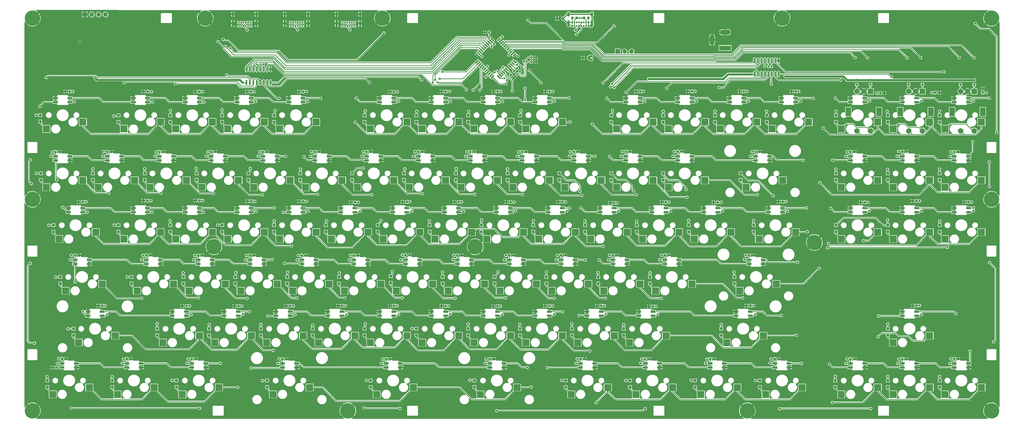
<source format=gbr>
%TF.GenerationSoftware,KiCad,Pcbnew,(5.1.8)-1*%
%TF.CreationDate,2021-09-26T17:56:29+10:00*%
%TF.ProjectId,tkl_keyboard,746b6c5f-6b65-4796-926f-6172642e6b69,rev?*%
%TF.SameCoordinates,Original*%
%TF.FileFunction,Copper,L2,Bot*%
%TF.FilePolarity,Positive*%
%FSLAX46Y46*%
G04 Gerber Fmt 4.6, Leading zero omitted, Abs format (unit mm)*
G04 Created by KiCad (PCBNEW (5.1.8)-1) date 2021-09-26 17:56:29*
%MOMM*%
%LPD*%
G01*
G04 APERTURE LIST*
%TA.AperFunction,SMDPad,CuDef*%
%ADD10R,1.800000X0.820000*%
%TD*%
%TA.AperFunction,SMDPad,CuDef*%
%ADD11R,1.000000X1.000000*%
%TD*%
%TA.AperFunction,ComponentPad*%
%ADD12C,5.700000*%
%TD*%
%TA.AperFunction,ComponentPad*%
%ADD13O,1.700000X1.700000*%
%TD*%
%TA.AperFunction,ComponentPad*%
%ADD14R,1.700000X1.700000*%
%TD*%
%TA.AperFunction,ComponentPad*%
%ADD15R,4.400000X1.800000*%
%TD*%
%TA.AperFunction,ComponentPad*%
%ADD16O,4.000000X1.800000*%
%TD*%
%TA.AperFunction,ComponentPad*%
%ADD17O,1.800000X4.000000*%
%TD*%
%TA.AperFunction,ComponentPad*%
%ADD18O,0.900000X1.700000*%
%TD*%
%TA.AperFunction,ComponentPad*%
%ADD19O,0.900000X2.400000*%
%TD*%
%TA.AperFunction,ComponentPad*%
%ADD20C,0.700000*%
%TD*%
%TA.AperFunction,SMDPad,CuDef*%
%ADD21R,2.550000X2.500000*%
%TD*%
%TA.AperFunction,ComponentPad*%
%ADD22C,2.000000*%
%TD*%
%TA.AperFunction,ComponentPad*%
%ADD23R,2.000000X3.200000*%
%TD*%
%TA.AperFunction,ComponentPad*%
%ADD24R,2.000000X2.000000*%
%TD*%
%TA.AperFunction,SMDPad,CuDef*%
%ADD25C,1.000000*%
%TD*%
%TA.AperFunction,SMDPad,CuDef*%
%ADD26C,0.100000*%
%TD*%
%TA.AperFunction,ViaPad*%
%ADD27C,0.800000*%
%TD*%
%TA.AperFunction,ViaPad*%
%ADD28C,0.812800*%
%TD*%
%TA.AperFunction,Conductor*%
%ADD29C,0.250000*%
%TD*%
%TA.AperFunction,Conductor*%
%ADD30C,0.406400*%
%TD*%
%TA.AperFunction,Conductor*%
%ADD31C,0.254000*%
%TD*%
%TA.AperFunction,Conductor*%
%ADD32C,0.762000*%
%TD*%
%TA.AperFunction,Conductor*%
%ADD33C,0.200000*%
%TD*%
%TA.AperFunction,Conductor*%
%ADD34C,0.127000*%
%TD*%
%TA.AperFunction,Conductor*%
%ADD35C,0.100000*%
%TD*%
G04 APERTURE END LIST*
D10*
%TO.P,D193,4*%
%TO.N,Net-(D182-Pad2)*%
X322837500Y-126162500D03*
%TO.P,D193,3*%
%TO.N,GND*%
X322837500Y-124662500D03*
%TO.P,D193,2*%
%TO.N,Net-(D186-Pad4)*%
X328037500Y-124662500D03*
%TO.P,D193,1*%
%TO.N,+5V*%
X328037500Y-126162500D03*
%TD*%
%TO.P,D191,4*%
%TO.N,Net-(D187-Pad2)*%
X366137500Y-181812500D03*
%TO.P,D191,3*%
%TO.N,GND*%
X366137500Y-183312500D03*
%TO.P,D191,2*%
%TO.N,Net-(D188-Pad4)*%
X360937500Y-183312500D03*
%TO.P,D191,1*%
%TO.N,+5V*%
X360937500Y-181812500D03*
%TD*%
%TO.P,D190,4*%
%TO.N,Net-(D186-Pad2)*%
X360937500Y-126162500D03*
%TO.P,D190,3*%
%TO.N,GND*%
X360937500Y-124662500D03*
%TO.P,D190,2*%
%TO.N,Net-(D178-Pad4)*%
X366137500Y-124662500D03*
%TO.P,D190,1*%
%TO.N,+5V*%
X366137500Y-126162500D03*
%TD*%
%TO.P,D189,4*%
%TO.N,Net-(D185-Pad2)*%
X360937500Y-85681250D03*
%TO.P,D189,3*%
%TO.N,GND*%
X360937500Y-84181250D03*
%TO.P,D189,2*%
%TO.N,Net-(D189-Pad2)*%
X366137500Y-84181250D03*
%TO.P,D189,1*%
%TO.N,+5V*%
X366137500Y-85681250D03*
%TD*%
%TO.P,D188,4*%
%TO.N,Net-(D188-Pad4)*%
X347087500Y-181812500D03*
%TO.P,D188,3*%
%TO.N,GND*%
X347087500Y-183312500D03*
%TO.P,D188,2*%
%TO.N,Net-(D184-Pad4)*%
X341887500Y-183312500D03*
%TO.P,D188,1*%
%TO.N,+5V*%
X341887500Y-181812500D03*
%TD*%
%TO.P,D187,4*%
%TO.N,Net-(D177-Pad2)*%
X341887500Y-164262500D03*
%TO.P,D187,3*%
%TO.N,GND*%
X341887500Y-162762500D03*
%TO.P,D187,2*%
%TO.N,Net-(D187-Pad2)*%
X347087500Y-162762500D03*
%TO.P,D187,1*%
%TO.N,+5V*%
X347087500Y-164262500D03*
%TD*%
%TO.P,D186,4*%
%TO.N,Net-(D186-Pad4)*%
X341887500Y-126162500D03*
%TO.P,D186,3*%
%TO.N,GND*%
X341887500Y-124662500D03*
%TO.P,D186,2*%
%TO.N,Net-(D186-Pad2)*%
X347087500Y-124662500D03*
%TO.P,D186,1*%
%TO.N,+5V*%
X347087500Y-126162500D03*
%TD*%
%TO.P,D185,4*%
%TO.N,Net-(D181-Pad2)*%
X341887500Y-85681250D03*
%TO.P,D185,3*%
%TO.N,GND*%
X341887500Y-84181250D03*
%TO.P,D185,2*%
%TO.N,Net-(D185-Pad2)*%
X347087500Y-84181250D03*
%TO.P,D185,1*%
%TO.N,+5V*%
X347087500Y-85681250D03*
%TD*%
%TO.P,D184,4*%
%TO.N,Net-(D184-Pad4)*%
X328037500Y-181812500D03*
%TO.P,D184,3*%
%TO.N,GND*%
X328037500Y-183312500D03*
%TO.P,D184,2*%
%TO.N,Net-(D179-Pad4)*%
X322837500Y-183312500D03*
%TO.P,D184,1*%
%TO.N,+5V*%
X322837500Y-181812500D03*
%TD*%
%TO.P,D183,4*%
%TO.N,Net-(D183-Pad4)*%
X328037500Y-105612500D03*
%TO.P,D183,3*%
%TO.N,GND*%
X328037500Y-107112500D03*
%TO.P,D183,2*%
%TO.N,Net-(D12-Pad4)*%
X322837500Y-107112500D03*
%TO.P,D183,1*%
%TO.N,+5V*%
X322837500Y-105612500D03*
%TD*%
%TO.P,D182,4*%
%TO.N,Net-(D176-Pad2)*%
X292675000Y-126162500D03*
%TO.P,D182,3*%
%TO.N,GND*%
X292675000Y-124662500D03*
%TO.P,D182,2*%
%TO.N,Net-(D182-Pad2)*%
X297875000Y-124662500D03*
%TO.P,D182,1*%
%TO.N,+5V*%
X297875000Y-126162500D03*
%TD*%
%TO.P,D181,4*%
%TO.N,Net-(D175-Pad2)*%
X322837500Y-85681250D03*
%TO.P,D181,3*%
%TO.N,GND*%
X322837500Y-84181250D03*
%TO.P,D181,2*%
%TO.N,Net-(D181-Pad2)*%
X328037500Y-84181250D03*
%TO.P,D181,1*%
%TO.N,+5V*%
X328037500Y-85681250D03*
%TD*%
%TO.P,D179,4*%
%TO.N,Net-(D179-Pad4)*%
X300256250Y-181812500D03*
%TO.P,D179,3*%
%TO.N,GND*%
X300256250Y-183312500D03*
%TO.P,D179,2*%
%TO.N,Net-(D173-Pad4)*%
X295056250Y-183312500D03*
%TO.P,D179,1*%
%TO.N,+5V*%
X295056250Y-181812500D03*
%TD*%
%TO.P,D178,4*%
%TO.N,Net-(D178-Pad4)*%
X290731250Y-143712500D03*
%TO.P,D178,3*%
%TO.N,GND*%
X290731250Y-145212500D03*
%TO.P,D178,2*%
%TO.N,Net-(D172-Pad4)*%
X285531250Y-145212500D03*
%TO.P,D178,1*%
%TO.N,+5V*%
X285531250Y-143712500D03*
%TD*%
%TO.P,D177,4*%
%TO.N,Net-(D170-Pad2)*%
X280768750Y-164262500D03*
%TO.P,D177,3*%
%TO.N,GND*%
X280768750Y-162762500D03*
%TO.P,D177,2*%
%TO.N,Net-(D177-Pad2)*%
X285968750Y-162762500D03*
%TO.P,D177,1*%
%TO.N,+5V*%
X285968750Y-164262500D03*
%TD*%
%TO.P,D176,4*%
%TO.N,Net-(D169-Pad2)*%
X268862500Y-126162500D03*
%TO.P,D176,3*%
%TO.N,GND*%
X268862500Y-124662500D03*
%TO.P,D176,2*%
%TO.N,Net-(D176-Pad2)*%
X274062500Y-124662500D03*
%TO.P,D176,1*%
%TO.N,+5V*%
X274062500Y-126162500D03*
%TD*%
%TO.P,D175,4*%
%TO.N,Net-(D168-Pad2)*%
X297437500Y-85681250D03*
%TO.P,D175,3*%
%TO.N,GND*%
X297437500Y-84181250D03*
%TO.P,D175,2*%
%TO.N,Net-(D175-Pad2)*%
X302637500Y-84181250D03*
%TO.P,D175,1*%
%TO.N,+5V*%
X302637500Y-85681250D03*
%TD*%
%TO.P,D173,4*%
%TO.N,Net-(D173-Pad4)*%
X276443750Y-181812500D03*
%TO.P,D173,3*%
%TO.N,GND*%
X276443750Y-183312500D03*
%TO.P,D173,2*%
%TO.N,Net-(D166-Pad4)*%
X271243750Y-183312500D03*
%TO.P,D173,1*%
%TO.N,+5V*%
X271243750Y-181812500D03*
%TD*%
%TO.P,D172,4*%
%TO.N,Net-(D172-Pad4)*%
X259775000Y-143712500D03*
%TO.P,D172,3*%
%TO.N,GND*%
X259775000Y-145212500D03*
%TO.P,D172,2*%
%TO.N,Net-(D165-Pad4)*%
X254575000Y-145212500D03*
%TO.P,D172,1*%
%TO.N,+5V*%
X254575000Y-143712500D03*
%TD*%
%TO.P,D171,4*%
%TO.N,Net-(D171-Pad4)*%
X245487500Y-105612500D03*
%TO.P,D171,3*%
%TO.N,GND*%
X245487500Y-107112500D03*
%TO.P,D171,2*%
%TO.N,Net-(D164-Pad4)*%
X240287500Y-107112500D03*
%TO.P,D171,1*%
%TO.N,+5V*%
X240287500Y-105612500D03*
%TD*%
%TO.P,D170,4*%
%TO.N,Net-(D163-Pad2)*%
X245050000Y-164262500D03*
%TO.P,D170,3*%
%TO.N,GND*%
X245050000Y-162762500D03*
%TO.P,D170,2*%
%TO.N,Net-(D170-Pad2)*%
X250250000Y-162762500D03*
%TO.P,D170,1*%
%TO.N,+5V*%
X250250000Y-164262500D03*
%TD*%
%TO.P,D169,4*%
%TO.N,Net-(D162-Pad2)*%
X249812500Y-126162500D03*
%TO.P,D169,3*%
%TO.N,GND*%
X249812500Y-124662500D03*
%TO.P,D169,2*%
%TO.N,Net-(D169-Pad2)*%
X255012500Y-124662500D03*
%TO.P,D169,1*%
%TO.N,+5V*%
X255012500Y-126162500D03*
%TD*%
%TO.P,D168,4*%
%TO.N,Net-(D161-Pad2)*%
X278387500Y-85681250D03*
%TO.P,D168,3*%
%TO.N,GND*%
X278387500Y-84181250D03*
%TO.P,D168,2*%
%TO.N,Net-(D168-Pad2)*%
X283587500Y-84181250D03*
%TO.P,D168,1*%
%TO.N,+5V*%
X283587500Y-85681250D03*
%TD*%
%TO.P,D166,4*%
%TO.N,Net-(D166-Pad4)*%
X252631250Y-181812500D03*
%TO.P,D166,3*%
%TO.N,GND*%
X252631250Y-183312500D03*
%TO.P,D166,2*%
%TO.N,Net-(D159-Pad4)*%
X247431250Y-183312500D03*
%TO.P,D166,1*%
%TO.N,+5V*%
X247431250Y-181812500D03*
%TD*%
%TO.P,D165,4*%
%TO.N,Net-(D165-Pad4)*%
X240725000Y-143712500D03*
%TO.P,D165,3*%
%TO.N,GND*%
X240725000Y-145212500D03*
%TO.P,D165,2*%
%TO.N,Net-(D158-Pad4)*%
X235525000Y-145212500D03*
%TO.P,D165,1*%
%TO.N,+5V*%
X235525000Y-143712500D03*
%TD*%
%TO.P,D164,4*%
%TO.N,Net-(D164-Pad4)*%
X226437500Y-105612500D03*
%TO.P,D164,3*%
%TO.N,GND*%
X226437500Y-107112500D03*
%TO.P,D164,2*%
%TO.N,Net-(D157-Pad4)*%
X221237500Y-107112500D03*
%TO.P,D164,1*%
%TO.N,+5V*%
X221237500Y-105612500D03*
%TD*%
%TO.P,D163,4*%
%TO.N,Net-(D156-Pad2)*%
X226000000Y-164262500D03*
%TO.P,D163,3*%
%TO.N,GND*%
X226000000Y-162762500D03*
%TO.P,D163,2*%
%TO.N,Net-(D163-Pad2)*%
X231200000Y-162762500D03*
%TO.P,D163,1*%
%TO.N,+5V*%
X231200000Y-164262500D03*
%TD*%
%TO.P,D162,4*%
%TO.N,Net-(D155-Pad2)*%
X230762500Y-126162500D03*
%TO.P,D162,3*%
%TO.N,GND*%
X230762500Y-124662500D03*
%TO.P,D162,2*%
%TO.N,Net-(D162-Pad2)*%
X235962500Y-124662500D03*
%TO.P,D162,1*%
%TO.N,+5V*%
X235962500Y-126162500D03*
%TD*%
%TO.P,D161,4*%
%TO.N,Net-(D154-Pad2)*%
X259337500Y-85681250D03*
%TO.P,D161,3*%
%TO.N,GND*%
X259337500Y-84181250D03*
%TO.P,D161,2*%
%TO.N,Net-(D161-Pad2)*%
X264537500Y-84181250D03*
%TO.P,D161,1*%
%TO.N,+5V*%
X264537500Y-85681250D03*
%TD*%
%TO.P,D159,4*%
%TO.N,Net-(D159-Pad4)*%
X228818750Y-181812500D03*
%TO.P,D159,3*%
%TO.N,GND*%
X228818750Y-183312500D03*
%TO.P,D159,2*%
%TO.N,Net-(D153-Pad4)*%
X223618750Y-183312500D03*
%TO.P,D159,1*%
%TO.N,+5V*%
X223618750Y-181812500D03*
%TD*%
%TO.P,D158,4*%
%TO.N,Net-(D158-Pad4)*%
X221675000Y-143712500D03*
%TO.P,D158,3*%
%TO.N,GND*%
X221675000Y-145212500D03*
%TO.P,D158,2*%
%TO.N,Net-(D152-Pad4)*%
X216475000Y-145212500D03*
%TO.P,D158,1*%
%TO.N,+5V*%
X216475000Y-143712500D03*
%TD*%
%TO.P,D157,4*%
%TO.N,Net-(D157-Pad4)*%
X207387500Y-105612500D03*
%TO.P,D157,3*%
%TO.N,GND*%
X207387500Y-107112500D03*
%TO.P,D157,2*%
%TO.N,Net-(D151-Pad4)*%
X202187500Y-107112500D03*
%TO.P,D157,1*%
%TO.N,+5V*%
X202187500Y-105612500D03*
%TD*%
%TO.P,D156,4*%
%TO.N,Net-(D150-Pad2)*%
X206950000Y-164262500D03*
%TO.P,D156,3*%
%TO.N,GND*%
X206950000Y-162762500D03*
%TO.P,D156,2*%
%TO.N,Net-(D156-Pad2)*%
X212150000Y-162762500D03*
%TO.P,D156,1*%
%TO.N,+5V*%
X212150000Y-164262500D03*
%TD*%
%TO.P,D155,4*%
%TO.N,Net-(D149-Pad2)*%
X211712500Y-126162500D03*
%TO.P,D155,3*%
%TO.N,GND*%
X211712500Y-124662500D03*
%TO.P,D155,2*%
%TO.N,Net-(D155-Pad2)*%
X216912500Y-124662500D03*
%TO.P,D155,1*%
%TO.N,+5V*%
X216912500Y-126162500D03*
%TD*%
%TO.P,D154,4*%
%TO.N,Net-(D148-Pad2)*%
X240287500Y-85681250D03*
%TO.P,D154,3*%
%TO.N,GND*%
X240287500Y-84181250D03*
%TO.P,D154,2*%
%TO.N,Net-(D154-Pad2)*%
X245487500Y-84181250D03*
%TO.P,D154,1*%
%TO.N,+5V*%
X245487500Y-85681250D03*
%TD*%
%TO.P,D153,4*%
%TO.N,Net-(D153-Pad4)*%
X195481250Y-181812500D03*
%TO.P,D153,3*%
%TO.N,GND*%
X195481250Y-183312500D03*
%TO.P,D153,2*%
%TO.N,Net-(D142-Pad4)*%
X190281250Y-183312500D03*
%TO.P,D153,1*%
%TO.N,+5V*%
X190281250Y-181812500D03*
%TD*%
%TO.P,D152,4*%
%TO.N,Net-(D152-Pad4)*%
X202625000Y-143712500D03*
%TO.P,D152,3*%
%TO.N,GND*%
X202625000Y-145212500D03*
%TO.P,D152,2*%
%TO.N,Net-(D147-Pad4)*%
X197425000Y-145212500D03*
%TO.P,D152,1*%
%TO.N,+5V*%
X197425000Y-143712500D03*
%TD*%
%TO.P,D151,4*%
%TO.N,Net-(D151-Pad4)*%
X188337500Y-105612500D03*
%TO.P,D151,3*%
%TO.N,GND*%
X188337500Y-107112500D03*
%TO.P,D151,2*%
%TO.N,Net-(D146-Pad4)*%
X183137500Y-107112500D03*
%TO.P,D151,1*%
%TO.N,+5V*%
X183137500Y-105612500D03*
%TD*%
%TO.P,D150,4*%
%TO.N,Net-(D145-Pad2)*%
X187900000Y-164262500D03*
%TO.P,D150,3*%
%TO.N,GND*%
X187900000Y-162762500D03*
%TO.P,D150,2*%
%TO.N,Net-(D150-Pad2)*%
X193100000Y-162762500D03*
%TO.P,D150,1*%
%TO.N,+5V*%
X193100000Y-164262500D03*
%TD*%
%TO.P,D149,4*%
%TO.N,Net-(D144-Pad2)*%
X192662500Y-126162500D03*
%TO.P,D149,3*%
%TO.N,GND*%
X192662500Y-124662500D03*
%TO.P,D149,2*%
%TO.N,Net-(D149-Pad2)*%
X197862500Y-124662500D03*
%TO.P,D149,1*%
%TO.N,+5V*%
X197862500Y-126162500D03*
%TD*%
%TO.P,D148,4*%
%TO.N,Net-(D143-Pad2)*%
X206950000Y-85681250D03*
%TO.P,D148,3*%
%TO.N,GND*%
X206950000Y-84181250D03*
%TO.P,D148,2*%
%TO.N,Net-(D148-Pad2)*%
X212150000Y-84181250D03*
%TO.P,D148,1*%
%TO.N,+5V*%
X212150000Y-85681250D03*
%TD*%
%TO.P,D147,4*%
%TO.N,Net-(D147-Pad4)*%
X183575000Y-143712500D03*
%TO.P,D147,3*%
%TO.N,GND*%
X183575000Y-145212500D03*
%TO.P,D147,2*%
%TO.N,Net-(D141-Pad4)*%
X178375000Y-145212500D03*
%TO.P,D147,1*%
%TO.N,+5V*%
X178375000Y-143712500D03*
%TD*%
%TO.P,D146,4*%
%TO.N,Net-(D146-Pad4)*%
X169287500Y-105612500D03*
%TO.P,D146,3*%
%TO.N,GND*%
X169287500Y-107112500D03*
%TO.P,D146,2*%
%TO.N,Net-(D140-Pad4)*%
X164087500Y-107112500D03*
%TO.P,D146,1*%
%TO.N,+5V*%
X164087500Y-105612500D03*
%TD*%
%TO.P,D145,4*%
%TO.N,Net-(D139-Pad2)*%
X168850000Y-164262500D03*
%TO.P,D145,3*%
%TO.N,GND*%
X168850000Y-162762500D03*
%TO.P,D145,2*%
%TO.N,Net-(D145-Pad2)*%
X174050000Y-162762500D03*
%TO.P,D145,1*%
%TO.N,+5V*%
X174050000Y-164262500D03*
%TD*%
%TO.P,D144,4*%
%TO.N,Net-(D138-Pad2)*%
X173612500Y-126162500D03*
%TO.P,D144,3*%
%TO.N,GND*%
X173612500Y-124662500D03*
%TO.P,D144,2*%
%TO.N,Net-(D144-Pad2)*%
X178812500Y-124662500D03*
%TO.P,D144,1*%
%TO.N,+5V*%
X178812500Y-126162500D03*
%TD*%
%TO.P,D143,4*%
%TO.N,Net-(D137-Pad2)*%
X187900000Y-85681250D03*
%TO.P,D143,3*%
%TO.N,GND*%
X187900000Y-84181250D03*
%TO.P,D143,2*%
%TO.N,Net-(D143-Pad2)*%
X193100000Y-84181250D03*
%TO.P,D143,1*%
%TO.N,+5V*%
X193100000Y-85681250D03*
%TD*%
%TO.P,D142,4*%
%TO.N,Net-(D142-Pad4)*%
X157381250Y-181812500D03*
%TO.P,D142,3*%
%TO.N,GND*%
X157381250Y-183312500D03*
%TO.P,D142,2*%
%TO.N,Net-(D131-Pad4)*%
X152181250Y-183312500D03*
%TO.P,D142,1*%
%TO.N,+5V*%
X152181250Y-181812500D03*
%TD*%
%TO.P,D141,4*%
%TO.N,Net-(D141-Pad4)*%
X164525000Y-143712500D03*
%TO.P,D141,3*%
%TO.N,GND*%
X164525000Y-145212500D03*
%TO.P,D141,2*%
%TO.N,Net-(D136-Pad4)*%
X159325000Y-145212500D03*
%TO.P,D141,1*%
%TO.N,+5V*%
X159325000Y-143712500D03*
%TD*%
%TO.P,D140,4*%
%TO.N,Net-(D140-Pad4)*%
X150237500Y-105612500D03*
%TO.P,D140,3*%
%TO.N,GND*%
X150237500Y-107112500D03*
%TO.P,D140,2*%
%TO.N,Net-(D135-Pad4)*%
X145037500Y-107112500D03*
%TO.P,D140,1*%
%TO.N,+5V*%
X145037500Y-105612500D03*
%TD*%
%TO.P,D139,4*%
%TO.N,Net-(D134-Pad2)*%
X149800000Y-164262500D03*
%TO.P,D139,3*%
%TO.N,GND*%
X149800000Y-162762500D03*
%TO.P,D139,2*%
%TO.N,Net-(D139-Pad2)*%
X155000000Y-162762500D03*
%TO.P,D139,1*%
%TO.N,+5V*%
X155000000Y-164262500D03*
%TD*%
%TO.P,D138,4*%
%TO.N,Net-(D133-Pad2)*%
X154562500Y-126162500D03*
%TO.P,D138,3*%
%TO.N,GND*%
X154562500Y-124662500D03*
%TO.P,D138,2*%
%TO.N,Net-(D138-Pad2)*%
X159762500Y-124662500D03*
%TO.P,D138,1*%
%TO.N,+5V*%
X159762500Y-126162500D03*
%TD*%
%TO.P,D137,4*%
%TO.N,Net-(D132-Pad2)*%
X168850000Y-85681250D03*
%TO.P,D137,3*%
%TO.N,GND*%
X168850000Y-84181250D03*
%TO.P,D137,2*%
%TO.N,Net-(D137-Pad2)*%
X174050000Y-84181250D03*
%TO.P,D137,1*%
%TO.N,+5V*%
X174050000Y-85681250D03*
%TD*%
%TO.P,D136,4*%
%TO.N,Net-(D136-Pad4)*%
X145475000Y-143712500D03*
%TO.P,D136,3*%
%TO.N,GND*%
X145475000Y-145212500D03*
%TO.P,D136,2*%
%TO.N,Net-(D130-Pad4)*%
X140275000Y-145212500D03*
%TO.P,D136,1*%
%TO.N,+5V*%
X140275000Y-143712500D03*
%TD*%
%TO.P,D135,4*%
%TO.N,Net-(D135-Pad4)*%
X131187500Y-105612500D03*
%TO.P,D135,3*%
%TO.N,GND*%
X131187500Y-107112500D03*
%TO.P,D135,2*%
%TO.N,Net-(D129-Pad4)*%
X125987500Y-107112500D03*
%TO.P,D135,1*%
%TO.N,+5V*%
X125987500Y-105612500D03*
%TD*%
%TO.P,D134,4*%
%TO.N,Net-(D128-Pad2)*%
X130750000Y-164262500D03*
%TO.P,D134,3*%
%TO.N,GND*%
X130750000Y-162762500D03*
%TO.P,D134,2*%
%TO.N,Net-(D134-Pad2)*%
X135950000Y-162762500D03*
%TO.P,D134,1*%
%TO.N,+5V*%
X135950000Y-164262500D03*
%TD*%
%TO.P,D133,4*%
%TO.N,Net-(D127-Pad2)*%
X135512500Y-126162500D03*
%TO.P,D133,3*%
%TO.N,GND*%
X135512500Y-124662500D03*
%TO.P,D133,2*%
%TO.N,Net-(D133-Pad2)*%
X140712500Y-124662500D03*
%TO.P,D133,1*%
%TO.N,+5V*%
X140712500Y-126162500D03*
%TD*%
%TO.P,D132,4*%
%TO.N,Net-(D126-Pad2)*%
X149800000Y-85681250D03*
%TO.P,D132,3*%
%TO.N,GND*%
X149800000Y-84181250D03*
%TO.P,D132,2*%
%TO.N,Net-(D132-Pad2)*%
X155000000Y-84181250D03*
%TO.P,D132,1*%
%TO.N,+5V*%
X155000000Y-85681250D03*
%TD*%
%TO.P,D131,4*%
%TO.N,Net-(D131-Pad4)*%
X119281250Y-181812500D03*
%TO.P,D131,3*%
%TO.N,GND*%
X119281250Y-183312500D03*
%TO.P,D131,2*%
%TO.N,Net-(D121-Pad4)*%
X114081250Y-183312500D03*
%TO.P,D131,1*%
%TO.N,+5V*%
X114081250Y-181812500D03*
%TD*%
%TO.P,D130,4*%
%TO.N,Net-(D130-Pad4)*%
X126425000Y-143712500D03*
%TO.P,D130,3*%
%TO.N,GND*%
X126425000Y-145212500D03*
%TO.P,D130,2*%
%TO.N,Net-(D125-Pad4)*%
X121225000Y-145212500D03*
%TO.P,D130,1*%
%TO.N,+5V*%
X121225000Y-143712500D03*
%TD*%
%TO.P,D129,4*%
%TO.N,Net-(D129-Pad4)*%
X112137500Y-105612500D03*
%TO.P,D129,3*%
%TO.N,GND*%
X112137500Y-107112500D03*
%TO.P,D129,2*%
%TO.N,Net-(D124-Pad4)*%
X106937500Y-107112500D03*
%TO.P,D129,1*%
%TO.N,+5V*%
X106937500Y-105612500D03*
%TD*%
%TO.P,D128,4*%
%TO.N,Net-(D123-Pad2)*%
X111700000Y-164262500D03*
%TO.P,D128,3*%
%TO.N,GND*%
X111700000Y-162762500D03*
%TO.P,D128,2*%
%TO.N,Net-(D128-Pad2)*%
X116900000Y-162762500D03*
%TO.P,D128,1*%
%TO.N,+5V*%
X116900000Y-164262500D03*
%TD*%
%TO.P,D127,4*%
%TO.N,Net-(D122-Pad2)*%
X116462500Y-126162500D03*
%TO.P,D127,3*%
%TO.N,GND*%
X116462500Y-124662500D03*
%TO.P,D127,2*%
%TO.N,Net-(D127-Pad2)*%
X121662500Y-124662500D03*
%TO.P,D127,1*%
%TO.N,+5V*%
X121662500Y-126162500D03*
%TD*%
%TO.P,D126,4*%
%TO.N,Net-(D126-Pad4)*%
X116462500Y-85681250D03*
%TO.P,D126,3*%
%TO.N,GND*%
X116462500Y-84181250D03*
%TO.P,D126,2*%
%TO.N,Net-(D126-Pad2)*%
X121662500Y-84181250D03*
%TO.P,D126,1*%
%TO.N,+5V*%
X121662500Y-85681250D03*
%TD*%
%TO.P,D125,4*%
%TO.N,Net-(D125-Pad4)*%
X107375000Y-143712500D03*
%TO.P,D125,3*%
%TO.N,GND*%
X107375000Y-145212500D03*
%TO.P,D125,2*%
%TO.N,Net-(D120-Pad4)*%
X102175000Y-145212500D03*
%TO.P,D125,1*%
%TO.N,+5V*%
X102175000Y-143712500D03*
%TD*%
%TO.P,D124,4*%
%TO.N,Net-(D124-Pad4)*%
X93087500Y-105612500D03*
%TO.P,D124,3*%
%TO.N,GND*%
X93087500Y-107112500D03*
%TO.P,D124,2*%
%TO.N,Net-(D124-Pad2)*%
X87887500Y-107112500D03*
%TO.P,D124,1*%
%TO.N,+5V*%
X87887500Y-105612500D03*
%TD*%
%TO.P,D123,4*%
%TO.N,Net-(D123-Pad4)*%
X92650000Y-164262500D03*
%TO.P,D123,3*%
%TO.N,GND*%
X92650000Y-162762500D03*
%TO.P,D123,2*%
%TO.N,Net-(D123-Pad2)*%
X97850000Y-162762500D03*
%TO.P,D123,1*%
%TO.N,+5V*%
X97850000Y-164262500D03*
%TD*%
%TO.P,D122,4*%
%TO.N,Net-(D122-Pad4)*%
X97412500Y-126162500D03*
%TO.P,D122,3*%
%TO.N,GND*%
X97412500Y-124662500D03*
%TO.P,D122,2*%
%TO.N,Net-(D122-Pad2)*%
X102612500Y-124662500D03*
%TO.P,D122,1*%
%TO.N,+5V*%
X102612500Y-126162500D03*
%TD*%
%TO.P,D121,4*%
%TO.N,Net-(D121-Pad4)*%
X85943750Y-181812500D03*
%TO.P,D121,3*%
%TO.N,GND*%
X85943750Y-183312500D03*
%TO.P,D121,2*%
%TO.N,Net-(D121-Pad2)*%
X80743750Y-183312500D03*
%TO.P,D121,1*%
%TO.N,+5V*%
X80743750Y-181812500D03*
%TD*%
%TO.P,D120,4*%
%TO.N,Net-(D120-Pad4)*%
X88325000Y-143712500D03*
%TO.P,D120,3*%
%TO.N,GND*%
X88325000Y-145212500D03*
%TO.P,D120,2*%
%TO.N,Net-(D120-Pad2)*%
X83125000Y-145212500D03*
%TO.P,D120,1*%
%TO.N,+5V*%
X83125000Y-143712500D03*
%TD*%
%TO.P,D27,4*%
%TO.N,Net-(D124-Pad2)*%
X74037500Y-105612500D03*
%TO.P,D27,3*%
%TO.N,GND*%
X74037500Y-107112500D03*
%TO.P,D27,2*%
%TO.N,Net-(D18-Pad4)*%
X68837500Y-107112500D03*
%TO.P,D27,1*%
%TO.N,+5V*%
X68837500Y-105612500D03*
%TD*%
%TO.P,D26,4*%
%TO.N,Net-(D189-Pad2)*%
X366137500Y-105612500D03*
%TO.P,D26,3*%
%TO.N,GND*%
X366137500Y-107112500D03*
%TO.P,D26,2*%
%TO.N,Net-(D19-Pad4)*%
X360937500Y-107112500D03*
%TO.P,D26,1*%
%TO.N,+5V*%
X360937500Y-105612500D03*
%TD*%
%TO.P,D25,4*%
%TO.N,Net-(D25-Pad4)*%
X73600000Y-164262500D03*
%TO.P,D25,3*%
%TO.N,GND*%
X73600000Y-162762500D03*
%TO.P,D25,2*%
%TO.N,Net-(D123-Pad4)*%
X78800000Y-162762500D03*
%TO.P,D25,1*%
%TO.N,+5V*%
X78800000Y-164262500D03*
%TD*%
%TO.P,D24,4*%
%TO.N,Net-(D13-Pad2)*%
X78362500Y-126162500D03*
%TO.P,D24,3*%
%TO.N,GND*%
X78362500Y-124662500D03*
%TO.P,D24,2*%
%TO.N,Net-(D122-Pad4)*%
X83562500Y-124662500D03*
%TO.P,D24,1*%
%TO.N,+5V*%
X83562500Y-126162500D03*
%TD*%
%TO.P,D23,4*%
%TO.N,Net-(D16-Pad2)*%
X97412500Y-85681250D03*
%TO.P,D23,3*%
%TO.N,GND*%
X97412500Y-84181250D03*
%TO.P,D23,2*%
%TO.N,Net-(D126-Pad4)*%
X102612500Y-84181250D03*
%TO.P,D23,1*%
%TO.N,+5V*%
X102612500Y-85681250D03*
%TD*%
%TO.P,D20,4*%
%TO.N,Net-(D120-Pad2)*%
X69275000Y-143712500D03*
%TO.P,D20,3*%
%TO.N,GND*%
X69275000Y-145212500D03*
%TO.P,D20,2*%
%TO.N,Net-(D10-Pad4)*%
X64075000Y-145212500D03*
%TO.P,D20,1*%
%TO.N,+5V*%
X64075000Y-143712500D03*
%TD*%
%TO.P,D19,4*%
%TO.N,Net-(D19-Pad4)*%
X347087500Y-105612500D03*
%TO.P,D19,3*%
%TO.N,GND*%
X347087500Y-107112500D03*
%TO.P,D19,2*%
%TO.N,Net-(D183-Pad4)*%
X341887500Y-107112500D03*
%TO.P,D19,1*%
%TO.N,+5V*%
X341887500Y-105612500D03*
%TD*%
%TO.P,D18,4*%
%TO.N,Net-(D18-Pad4)*%
X54987500Y-105612500D03*
%TO.P,D18,3*%
%TO.N,GND*%
X54987500Y-107112500D03*
%TO.P,D18,2*%
%TO.N,Net-(D18-Pad2)*%
X49787500Y-107112500D03*
%TO.P,D18,1*%
%TO.N,+5V*%
X49787500Y-105612500D03*
%TD*%
%TO.P,D17,4*%
%TO.N,Net-(D121-Pad2)*%
X62131250Y-181812500D03*
%TO.P,D17,3*%
%TO.N,GND*%
X62131250Y-183312500D03*
%TO.P,D17,2*%
%TO.N,Net-(D11-Pad4)*%
X56931250Y-183312500D03*
%TO.P,D17,1*%
%TO.N,+5V*%
X56931250Y-181812500D03*
%TD*%
%TO.P,D16,4*%
%TO.N,Net-(D16-Pad4)*%
X78362500Y-85681250D03*
%TO.P,D16,3*%
%TO.N,GND*%
X78362500Y-84181250D03*
%TO.P,D16,2*%
%TO.N,Net-(D16-Pad2)*%
X83562500Y-84181250D03*
%TO.P,D16,1*%
%TO.N,+5V*%
X83562500Y-85681250D03*
%TD*%
%TO.P,D13,4*%
%TO.N,Net-(D13-Pad4)*%
X59312500Y-126162500D03*
%TO.P,D13,3*%
%TO.N,GND*%
X59312500Y-124662500D03*
%TO.P,D13,2*%
%TO.N,Net-(D13-Pad2)*%
X64512500Y-124662500D03*
%TO.P,D13,1*%
%TO.N,+5V*%
X64512500Y-126162500D03*
%TD*%
%TO.P,D12,4*%
%TO.N,Net-(D12-Pad4)*%
X293112500Y-105612500D03*
%TO.P,D12,3*%
%TO.N,GND*%
X293112500Y-107112500D03*
%TO.P,D12,2*%
%TO.N,Net-(D12-Pad2)*%
X287912500Y-107112500D03*
%TO.P,D12,1*%
%TO.N,+5V*%
X287912500Y-105612500D03*
%TD*%
%TO.P,D11,4*%
%TO.N,Net-(D11-Pad4)*%
X38318750Y-181812500D03*
%TO.P,D11,3*%
%TO.N,GND*%
X38318750Y-183312500D03*
%TO.P,D11,2*%
%TO.N,Net-(D11-Pad2)*%
X33118750Y-183312500D03*
%TO.P,D11,1*%
%TO.N,+5V*%
X33118750Y-181812500D03*
%TD*%
%TO.P,D10,4*%
%TO.N,Net-(D10-Pad4)*%
X43081250Y-143712500D03*
%TO.P,D10,3*%
%TO.N,GND*%
X43081250Y-145212500D03*
%TO.P,D10,2*%
%TO.N,Net-(D10-Pad2)*%
X37881250Y-145212500D03*
%TO.P,D10,1*%
%TO.N,+5V*%
X37881250Y-143712500D03*
%TD*%
%TO.P,D9,4*%
%TO.N,Net-(D3-Pad2)*%
X59312500Y-85681250D03*
%TO.P,D9,3*%
%TO.N,GND*%
X59312500Y-84181250D03*
%TO.P,D9,2*%
%TO.N,Net-(D16-Pad4)*%
X64512500Y-84181250D03*
%TO.P,D9,1*%
%TO.N,+5V*%
X64512500Y-85681250D03*
%TD*%
%TO.P,D7,4*%
%TO.N,Net-(D18-Pad2)*%
X35937500Y-105612500D03*
%TO.P,D7,3*%
%TO.N,GND*%
X35937500Y-107112500D03*
%TO.P,D7,2*%
%TO.N,Net-(D4-Pad4)*%
X30737500Y-107112500D03*
%TO.P,D7,1*%
%TO.N,+5V*%
X30737500Y-105612500D03*
%TD*%
%TO.P,D6,4*%
%TO.N,Net-(D12-Pad2)*%
X264537500Y-105612500D03*
%TO.P,D6,3*%
%TO.N,GND*%
X264537500Y-107112500D03*
%TO.P,D6,2*%
%TO.N,Net-(D171-Pad4)*%
X259337500Y-107112500D03*
%TO.P,D6,1*%
%TO.N,+5V*%
X259337500Y-105612500D03*
%TD*%
%TO.P,D5,4*%
%TO.N,Net-(D10-Pad2)*%
X42643750Y-164262500D03*
%TO.P,D5,3*%
%TO.N,GND*%
X42643750Y-162762500D03*
%TO.P,D5,2*%
%TO.N,Net-(D25-Pad4)*%
X47843750Y-162762500D03*
%TO.P,D5,1*%
%TO.N,+5V*%
X47843750Y-164262500D03*
%TD*%
%TO.P,D4,4*%
%TO.N,Net-(D4-Pad4)*%
X35500000Y-126162500D03*
%TO.P,D4,3*%
%TO.N,GND*%
X35500000Y-124662500D03*
%TO.P,D4,2*%
%TO.N,Net-(D13-Pad4)*%
X40700000Y-124662500D03*
%TO.P,D4,1*%
%TO.N,+5V*%
X40700000Y-126162500D03*
%TD*%
%TO.P,D3,4*%
%TO.N,UG_OUT*%
X30737500Y-85681250D03*
%TO.P,D3,3*%
%TO.N,GND*%
X30737500Y-84181250D03*
%TO.P,D3,2*%
%TO.N,Net-(D3-Pad2)*%
X35937500Y-84181250D03*
%TO.P,D3,1*%
%TO.N,+5V*%
X35937500Y-85681250D03*
%TD*%
%TO.P,R7,2*%
%TO.N,GND*%
%TA.AperFunction,SMDPad,CuDef*%
G36*
G01*
X206883320Y-71110520D02*
X206883320Y-70560520D01*
G75*
G02*
X207083320Y-70360520I200000J0D01*
G01*
X207483320Y-70360520D01*
G75*
G02*
X207683320Y-70560520I0J-200000D01*
G01*
X207683320Y-71110520D01*
G75*
G02*
X207483320Y-71310520I-200000J0D01*
G01*
X207083320Y-71310520D01*
G75*
G02*
X206883320Y-71110520I0J200000D01*
G01*
G37*
%TD.AperFunction*%
%TO.P,R7,1*%
%TO.N,/USB HUB/D4+*%
%TA.AperFunction,SMDPad,CuDef*%
G36*
G01*
X205233320Y-71110520D02*
X205233320Y-70560520D01*
G75*
G02*
X205433320Y-70360520I200000J0D01*
G01*
X205833320Y-70360520D01*
G75*
G02*
X206033320Y-70560520I0J-200000D01*
G01*
X206033320Y-71110520D01*
G75*
G02*
X205833320Y-71310520I-200000J0D01*
G01*
X205433320Y-71310520D01*
G75*
G02*
X205233320Y-71110520I0J200000D01*
G01*
G37*
%TD.AperFunction*%
%TD*%
%TO.P,R4,2*%
%TO.N,GND*%
%TA.AperFunction,SMDPad,CuDef*%
G36*
G01*
X206878240Y-69495080D02*
X206878240Y-68945080D01*
G75*
G02*
X207078240Y-68745080I200000J0D01*
G01*
X207478240Y-68745080D01*
G75*
G02*
X207678240Y-68945080I0J-200000D01*
G01*
X207678240Y-69495080D01*
G75*
G02*
X207478240Y-69695080I-200000J0D01*
G01*
X207078240Y-69695080D01*
G75*
G02*
X206878240Y-69495080I0J200000D01*
G01*
G37*
%TD.AperFunction*%
%TO.P,R4,1*%
%TO.N,/USB HUB/D4-*%
%TA.AperFunction,SMDPad,CuDef*%
G36*
G01*
X205228240Y-69495080D02*
X205228240Y-68945080D01*
G75*
G02*
X205428240Y-68745080I200000J0D01*
G01*
X205828240Y-68745080D01*
G75*
G02*
X206028240Y-68945080I0J-200000D01*
G01*
X206028240Y-69495080D01*
G75*
G02*
X205828240Y-69695080I-200000J0D01*
G01*
X205428240Y-69695080D01*
G75*
G02*
X205228240Y-69495080I0J200000D01*
G01*
G37*
%TD.AperFunction*%
%TD*%
D11*
%TO.P,D35,2*%
%TO.N,Net-(D35-Pad2)*%
X32512000Y-152400000D03*
%TO.P,D35,1*%
%TO.N,/Column Decoder/COL[0]*%
X32512000Y-150000000D03*
%TD*%
%TO.P,U8,16*%
%TO.N,+3V3*%
%TA.AperFunction,SMDPad,CuDef*%
G36*
G01*
X287378000Y-74398000D02*
X287678000Y-74398000D01*
G75*
G02*
X287828000Y-74548000I0J-150000D01*
G01*
X287828000Y-76198000D01*
G75*
G02*
X287678000Y-76348000I-150000J0D01*
G01*
X287378000Y-76348000D01*
G75*
G02*
X287228000Y-76198000I0J150000D01*
G01*
X287228000Y-74548000D01*
G75*
G02*
X287378000Y-74398000I150000J0D01*
G01*
G37*
%TD.AperFunction*%
%TO.P,U8,15*%
%TO.N,/Column Decoder/COL[8]*%
%TA.AperFunction,SMDPad,CuDef*%
G36*
G01*
X288648000Y-74398000D02*
X288948000Y-74398000D01*
G75*
G02*
X289098000Y-74548000I0J-150000D01*
G01*
X289098000Y-76198000D01*
G75*
G02*
X288948000Y-76348000I-150000J0D01*
G01*
X288648000Y-76348000D01*
G75*
G02*
X288498000Y-76198000I0J150000D01*
G01*
X288498000Y-74548000D01*
G75*
G02*
X288648000Y-74398000I150000J0D01*
G01*
G37*
%TD.AperFunction*%
%TO.P,U8,14*%
%TO.N,/Column Decoder/COL[9]*%
%TA.AperFunction,SMDPad,CuDef*%
G36*
G01*
X289918000Y-74398000D02*
X290218000Y-74398000D01*
G75*
G02*
X290368000Y-74548000I0J-150000D01*
G01*
X290368000Y-76198000D01*
G75*
G02*
X290218000Y-76348000I-150000J0D01*
G01*
X289918000Y-76348000D01*
G75*
G02*
X289768000Y-76198000I0J150000D01*
G01*
X289768000Y-74548000D01*
G75*
G02*
X289918000Y-74398000I150000J0D01*
G01*
G37*
%TD.AperFunction*%
%TO.P,U8,13*%
%TO.N,/Column Decoder/COL[10]*%
%TA.AperFunction,SMDPad,CuDef*%
G36*
G01*
X291188000Y-74398000D02*
X291488000Y-74398000D01*
G75*
G02*
X291638000Y-74548000I0J-150000D01*
G01*
X291638000Y-76198000D01*
G75*
G02*
X291488000Y-76348000I-150000J0D01*
G01*
X291188000Y-76348000D01*
G75*
G02*
X291038000Y-76198000I0J150000D01*
G01*
X291038000Y-74548000D01*
G75*
G02*
X291188000Y-74398000I150000J0D01*
G01*
G37*
%TD.AperFunction*%
%TO.P,U8,12*%
%TO.N,/Column Decoder/COL[11]*%
%TA.AperFunction,SMDPad,CuDef*%
G36*
G01*
X292458000Y-74398000D02*
X292758000Y-74398000D01*
G75*
G02*
X292908000Y-74548000I0J-150000D01*
G01*
X292908000Y-76198000D01*
G75*
G02*
X292758000Y-76348000I-150000J0D01*
G01*
X292458000Y-76348000D01*
G75*
G02*
X292308000Y-76198000I0J150000D01*
G01*
X292308000Y-74548000D01*
G75*
G02*
X292458000Y-74398000I150000J0D01*
G01*
G37*
%TD.AperFunction*%
%TO.P,U8,11*%
%TO.N,/Column Decoder/COL[12]*%
%TA.AperFunction,SMDPad,CuDef*%
G36*
G01*
X293728000Y-74398000D02*
X294028000Y-74398000D01*
G75*
G02*
X294178000Y-74548000I0J-150000D01*
G01*
X294178000Y-76198000D01*
G75*
G02*
X294028000Y-76348000I-150000J0D01*
G01*
X293728000Y-76348000D01*
G75*
G02*
X293578000Y-76198000I0J150000D01*
G01*
X293578000Y-74548000D01*
G75*
G02*
X293728000Y-74398000I150000J0D01*
G01*
G37*
%TD.AperFunction*%
%TO.P,U8,10*%
%TO.N,/Column Decoder/COL[13]*%
%TA.AperFunction,SMDPad,CuDef*%
G36*
G01*
X294998000Y-74398000D02*
X295298000Y-74398000D01*
G75*
G02*
X295448000Y-74548000I0J-150000D01*
G01*
X295448000Y-76198000D01*
G75*
G02*
X295298000Y-76348000I-150000J0D01*
G01*
X294998000Y-76348000D01*
G75*
G02*
X294848000Y-76198000I0J150000D01*
G01*
X294848000Y-74548000D01*
G75*
G02*
X294998000Y-74398000I150000J0D01*
G01*
G37*
%TD.AperFunction*%
%TO.P,U8,9*%
%TO.N,/Column Decoder/COL[14]*%
%TA.AperFunction,SMDPad,CuDef*%
G36*
G01*
X296268000Y-74398000D02*
X296568000Y-74398000D01*
G75*
G02*
X296718000Y-74548000I0J-150000D01*
G01*
X296718000Y-76198000D01*
G75*
G02*
X296568000Y-76348000I-150000J0D01*
G01*
X296268000Y-76348000D01*
G75*
G02*
X296118000Y-76198000I0J150000D01*
G01*
X296118000Y-74548000D01*
G75*
G02*
X296268000Y-74398000I150000J0D01*
G01*
G37*
%TD.AperFunction*%
%TO.P,U8,8*%
%TO.N,GND*%
%TA.AperFunction,SMDPad,CuDef*%
G36*
G01*
X296268000Y-69448000D02*
X296568000Y-69448000D01*
G75*
G02*
X296718000Y-69598000I0J-150000D01*
G01*
X296718000Y-71248000D01*
G75*
G02*
X296568000Y-71398000I-150000J0D01*
G01*
X296268000Y-71398000D01*
G75*
G02*
X296118000Y-71248000I0J150000D01*
G01*
X296118000Y-69598000D01*
G75*
G02*
X296268000Y-69448000I150000J0D01*
G01*
G37*
%TD.AperFunction*%
%TO.P,U8,7*%
%TO.N,/Column Decoder/COL[15]*%
%TA.AperFunction,SMDPad,CuDef*%
G36*
G01*
X294998000Y-69448000D02*
X295298000Y-69448000D01*
G75*
G02*
X295448000Y-69598000I0J-150000D01*
G01*
X295448000Y-71248000D01*
G75*
G02*
X295298000Y-71398000I-150000J0D01*
G01*
X294998000Y-71398000D01*
G75*
G02*
X294848000Y-71248000I0J150000D01*
G01*
X294848000Y-69598000D01*
G75*
G02*
X294998000Y-69448000I150000J0D01*
G01*
G37*
%TD.AperFunction*%
%TO.P,U8,6*%
%TO.N,Net-(R29-Pad1)*%
%TA.AperFunction,SMDPad,CuDef*%
G36*
G01*
X293728000Y-69448000D02*
X294028000Y-69448000D01*
G75*
G02*
X294178000Y-69598000I0J-150000D01*
G01*
X294178000Y-71248000D01*
G75*
G02*
X294028000Y-71398000I-150000J0D01*
G01*
X293728000Y-71398000D01*
G75*
G02*
X293578000Y-71248000I0J150000D01*
G01*
X293578000Y-69598000D01*
G75*
G02*
X293728000Y-69448000I150000J0D01*
G01*
G37*
%TD.AperFunction*%
%TO.P,U8,5*%
%TO.N,Net-(R28-Pad1)*%
%TA.AperFunction,SMDPad,CuDef*%
G36*
G01*
X292458000Y-69448000D02*
X292758000Y-69448000D01*
G75*
G02*
X292908000Y-69598000I0J-150000D01*
G01*
X292908000Y-71248000D01*
G75*
G02*
X292758000Y-71398000I-150000J0D01*
G01*
X292458000Y-71398000D01*
G75*
G02*
X292308000Y-71248000I0J150000D01*
G01*
X292308000Y-69598000D01*
G75*
G02*
X292458000Y-69448000I150000J0D01*
G01*
G37*
%TD.AperFunction*%
%TO.P,U8,4*%
%TO.N,Net-(R27-Pad1)*%
%TA.AperFunction,SMDPad,CuDef*%
G36*
G01*
X291188000Y-69448000D02*
X291488000Y-69448000D01*
G75*
G02*
X291638000Y-69598000I0J-150000D01*
G01*
X291638000Y-71248000D01*
G75*
G02*
X291488000Y-71398000I-150000J0D01*
G01*
X291188000Y-71398000D01*
G75*
G02*
X291038000Y-71248000I0J150000D01*
G01*
X291038000Y-69598000D01*
G75*
G02*
X291188000Y-69448000I150000J0D01*
G01*
G37*
%TD.AperFunction*%
%TO.P,U8,3*%
%TO.N,/Column Decoder/COLA[5]*%
%TA.AperFunction,SMDPad,CuDef*%
G36*
G01*
X289918000Y-69448000D02*
X290218000Y-69448000D01*
G75*
G02*
X290368000Y-69598000I0J-150000D01*
G01*
X290368000Y-71248000D01*
G75*
G02*
X290218000Y-71398000I-150000J0D01*
G01*
X289918000Y-71398000D01*
G75*
G02*
X289768000Y-71248000I0J150000D01*
G01*
X289768000Y-69598000D01*
G75*
G02*
X289918000Y-69448000I150000J0D01*
G01*
G37*
%TD.AperFunction*%
%TO.P,U8,2*%
%TO.N,/Column Decoder/COLA[4]*%
%TA.AperFunction,SMDPad,CuDef*%
G36*
G01*
X288648000Y-69448000D02*
X288948000Y-69448000D01*
G75*
G02*
X289098000Y-69598000I0J-150000D01*
G01*
X289098000Y-71248000D01*
G75*
G02*
X288948000Y-71398000I-150000J0D01*
G01*
X288648000Y-71398000D01*
G75*
G02*
X288498000Y-71248000I0J150000D01*
G01*
X288498000Y-69598000D01*
G75*
G02*
X288648000Y-69448000I150000J0D01*
G01*
G37*
%TD.AperFunction*%
%TO.P,U8,1*%
%TO.N,/Column Decoder/COLA[3]*%
%TA.AperFunction,SMDPad,CuDef*%
G36*
G01*
X287378000Y-69448000D02*
X287678000Y-69448000D01*
G75*
G02*
X287828000Y-69598000I0J-150000D01*
G01*
X287828000Y-71248000D01*
G75*
G02*
X287678000Y-71398000I-150000J0D01*
G01*
X287378000Y-71398000D01*
G75*
G02*
X287228000Y-71248000I0J150000D01*
G01*
X287228000Y-69598000D01*
G75*
G02*
X287378000Y-69448000I150000J0D01*
G01*
G37*
%TD.AperFunction*%
%TD*%
%TO.P,U7,16*%
%TO.N,+3V3*%
%TA.AperFunction,SMDPad,CuDef*%
G36*
G01*
X100688000Y-77496800D02*
X100988000Y-77496800D01*
G75*
G02*
X101138000Y-77646800I0J-150000D01*
G01*
X101138000Y-79296800D01*
G75*
G02*
X100988000Y-79446800I-150000J0D01*
G01*
X100688000Y-79446800D01*
G75*
G02*
X100538000Y-79296800I0J150000D01*
G01*
X100538000Y-77646800D01*
G75*
G02*
X100688000Y-77496800I150000J0D01*
G01*
G37*
%TD.AperFunction*%
%TO.P,U7,15*%
%TO.N,/Column Decoder/COL[0]*%
%TA.AperFunction,SMDPad,CuDef*%
G36*
G01*
X101958000Y-77496800D02*
X102258000Y-77496800D01*
G75*
G02*
X102408000Y-77646800I0J-150000D01*
G01*
X102408000Y-79296800D01*
G75*
G02*
X102258000Y-79446800I-150000J0D01*
G01*
X101958000Y-79446800D01*
G75*
G02*
X101808000Y-79296800I0J150000D01*
G01*
X101808000Y-77646800D01*
G75*
G02*
X101958000Y-77496800I150000J0D01*
G01*
G37*
%TD.AperFunction*%
%TO.P,U7,14*%
%TO.N,/Column Decoder/COL[1]*%
%TA.AperFunction,SMDPad,CuDef*%
G36*
G01*
X103228000Y-77496800D02*
X103528000Y-77496800D01*
G75*
G02*
X103678000Y-77646800I0J-150000D01*
G01*
X103678000Y-79296800D01*
G75*
G02*
X103528000Y-79446800I-150000J0D01*
G01*
X103228000Y-79446800D01*
G75*
G02*
X103078000Y-79296800I0J150000D01*
G01*
X103078000Y-77646800D01*
G75*
G02*
X103228000Y-77496800I150000J0D01*
G01*
G37*
%TD.AperFunction*%
%TO.P,U7,13*%
%TO.N,/Column Decoder/COL[2]*%
%TA.AperFunction,SMDPad,CuDef*%
G36*
G01*
X104498000Y-77496800D02*
X104798000Y-77496800D01*
G75*
G02*
X104948000Y-77646800I0J-150000D01*
G01*
X104948000Y-79296800D01*
G75*
G02*
X104798000Y-79446800I-150000J0D01*
G01*
X104498000Y-79446800D01*
G75*
G02*
X104348000Y-79296800I0J150000D01*
G01*
X104348000Y-77646800D01*
G75*
G02*
X104498000Y-77496800I150000J0D01*
G01*
G37*
%TD.AperFunction*%
%TO.P,U7,12*%
%TO.N,/Column Decoder/COL[3]*%
%TA.AperFunction,SMDPad,CuDef*%
G36*
G01*
X105768000Y-77496800D02*
X106068000Y-77496800D01*
G75*
G02*
X106218000Y-77646800I0J-150000D01*
G01*
X106218000Y-79296800D01*
G75*
G02*
X106068000Y-79446800I-150000J0D01*
G01*
X105768000Y-79446800D01*
G75*
G02*
X105618000Y-79296800I0J150000D01*
G01*
X105618000Y-77646800D01*
G75*
G02*
X105768000Y-77496800I150000J0D01*
G01*
G37*
%TD.AperFunction*%
%TO.P,U7,11*%
%TO.N,/Column Decoder/COL[4]*%
%TA.AperFunction,SMDPad,CuDef*%
G36*
G01*
X107038000Y-77496800D02*
X107338000Y-77496800D01*
G75*
G02*
X107488000Y-77646800I0J-150000D01*
G01*
X107488000Y-79296800D01*
G75*
G02*
X107338000Y-79446800I-150000J0D01*
G01*
X107038000Y-79446800D01*
G75*
G02*
X106888000Y-79296800I0J150000D01*
G01*
X106888000Y-77646800D01*
G75*
G02*
X107038000Y-77496800I150000J0D01*
G01*
G37*
%TD.AperFunction*%
%TO.P,U7,10*%
%TO.N,/Column Decoder/COL[5]*%
%TA.AperFunction,SMDPad,CuDef*%
G36*
G01*
X108308000Y-77496800D02*
X108608000Y-77496800D01*
G75*
G02*
X108758000Y-77646800I0J-150000D01*
G01*
X108758000Y-79296800D01*
G75*
G02*
X108608000Y-79446800I-150000J0D01*
G01*
X108308000Y-79446800D01*
G75*
G02*
X108158000Y-79296800I0J150000D01*
G01*
X108158000Y-77646800D01*
G75*
G02*
X108308000Y-77496800I150000J0D01*
G01*
G37*
%TD.AperFunction*%
%TO.P,U7,9*%
%TO.N,/Column Decoder/COL[6]*%
%TA.AperFunction,SMDPad,CuDef*%
G36*
G01*
X109578000Y-77496800D02*
X109878000Y-77496800D01*
G75*
G02*
X110028000Y-77646800I0J-150000D01*
G01*
X110028000Y-79296800D01*
G75*
G02*
X109878000Y-79446800I-150000J0D01*
G01*
X109578000Y-79446800D01*
G75*
G02*
X109428000Y-79296800I0J150000D01*
G01*
X109428000Y-77646800D01*
G75*
G02*
X109578000Y-77496800I150000J0D01*
G01*
G37*
%TD.AperFunction*%
%TO.P,U7,8*%
%TO.N,GND*%
%TA.AperFunction,SMDPad,CuDef*%
G36*
G01*
X109578000Y-72546800D02*
X109878000Y-72546800D01*
G75*
G02*
X110028000Y-72696800I0J-150000D01*
G01*
X110028000Y-74346800D01*
G75*
G02*
X109878000Y-74496800I-150000J0D01*
G01*
X109578000Y-74496800D01*
G75*
G02*
X109428000Y-74346800I0J150000D01*
G01*
X109428000Y-72696800D01*
G75*
G02*
X109578000Y-72546800I150000J0D01*
G01*
G37*
%TD.AperFunction*%
%TO.P,U7,7*%
%TO.N,/Column Decoder/COL[7]*%
%TA.AperFunction,SMDPad,CuDef*%
G36*
G01*
X108308000Y-72546800D02*
X108608000Y-72546800D01*
G75*
G02*
X108758000Y-72696800I0J-150000D01*
G01*
X108758000Y-74346800D01*
G75*
G02*
X108608000Y-74496800I-150000J0D01*
G01*
X108308000Y-74496800D01*
G75*
G02*
X108158000Y-74346800I0J150000D01*
G01*
X108158000Y-72696800D01*
G75*
G02*
X108308000Y-72546800I150000J0D01*
G01*
G37*
%TD.AperFunction*%
%TO.P,U7,6*%
%TO.N,Net-(R26-Pad1)*%
%TA.AperFunction,SMDPad,CuDef*%
G36*
G01*
X107038000Y-72546800D02*
X107338000Y-72546800D01*
G75*
G02*
X107488000Y-72696800I0J-150000D01*
G01*
X107488000Y-74346800D01*
G75*
G02*
X107338000Y-74496800I-150000J0D01*
G01*
X107038000Y-74496800D01*
G75*
G02*
X106888000Y-74346800I0J150000D01*
G01*
X106888000Y-72696800D01*
G75*
G02*
X107038000Y-72546800I150000J0D01*
G01*
G37*
%TD.AperFunction*%
%TO.P,U7,5*%
%TO.N,Net-(R25-Pad1)*%
%TA.AperFunction,SMDPad,CuDef*%
G36*
G01*
X105768000Y-72546800D02*
X106068000Y-72546800D01*
G75*
G02*
X106218000Y-72696800I0J-150000D01*
G01*
X106218000Y-74346800D01*
G75*
G02*
X106068000Y-74496800I-150000J0D01*
G01*
X105768000Y-74496800D01*
G75*
G02*
X105618000Y-74346800I0J150000D01*
G01*
X105618000Y-72696800D01*
G75*
G02*
X105768000Y-72546800I150000J0D01*
G01*
G37*
%TD.AperFunction*%
%TO.P,U7,4*%
%TO.N,Net-(R24-Pad1)*%
%TA.AperFunction,SMDPad,CuDef*%
G36*
G01*
X104498000Y-72546800D02*
X104798000Y-72546800D01*
G75*
G02*
X104948000Y-72696800I0J-150000D01*
G01*
X104948000Y-74346800D01*
G75*
G02*
X104798000Y-74496800I-150000J0D01*
G01*
X104498000Y-74496800D01*
G75*
G02*
X104348000Y-74346800I0J150000D01*
G01*
X104348000Y-72696800D01*
G75*
G02*
X104498000Y-72546800I150000J0D01*
G01*
G37*
%TD.AperFunction*%
%TO.P,U7,3*%
%TO.N,/Column Decoder/COLA[2]*%
%TA.AperFunction,SMDPad,CuDef*%
G36*
G01*
X103228000Y-72546800D02*
X103528000Y-72546800D01*
G75*
G02*
X103678000Y-72696800I0J-150000D01*
G01*
X103678000Y-74346800D01*
G75*
G02*
X103528000Y-74496800I-150000J0D01*
G01*
X103228000Y-74496800D01*
G75*
G02*
X103078000Y-74346800I0J150000D01*
G01*
X103078000Y-72696800D01*
G75*
G02*
X103228000Y-72546800I150000J0D01*
G01*
G37*
%TD.AperFunction*%
%TO.P,U7,2*%
%TO.N,/Column Decoder/COLA[1]*%
%TA.AperFunction,SMDPad,CuDef*%
G36*
G01*
X101958000Y-72546800D02*
X102258000Y-72546800D01*
G75*
G02*
X102408000Y-72696800I0J-150000D01*
G01*
X102408000Y-74346800D01*
G75*
G02*
X102258000Y-74496800I-150000J0D01*
G01*
X101958000Y-74496800D01*
G75*
G02*
X101808000Y-74346800I0J150000D01*
G01*
X101808000Y-72696800D01*
G75*
G02*
X101958000Y-72546800I150000J0D01*
G01*
G37*
%TD.AperFunction*%
%TO.P,U7,1*%
%TO.N,/Column Decoder/COLA[0]*%
%TA.AperFunction,SMDPad,CuDef*%
G36*
G01*
X100688000Y-72546800D02*
X100988000Y-72546800D01*
G75*
G02*
X101138000Y-72696800I0J-150000D01*
G01*
X101138000Y-74346800D01*
G75*
G02*
X100988000Y-74496800I-150000J0D01*
G01*
X100688000Y-74496800D01*
G75*
G02*
X100538000Y-74346800I0J150000D01*
G01*
X100538000Y-72696800D01*
G75*
G02*
X100688000Y-72546800I150000J0D01*
G01*
G37*
%TD.AperFunction*%
%TD*%
D12*
%TO.P,H14,1*%
%TO.N,GND*%
X150812500Y-54768750D03*
%TD*%
%TO.P,H13,1*%
%TO.N,GND*%
X85725000Y-54768750D03*
%TD*%
%TO.P,C43,2*%
%TO.N,GND*%
%TA.AperFunction,SMDPad,CuDef*%
G36*
G01*
X198630233Y-76695187D02*
X198983787Y-76341633D01*
G75*
G02*
X199301985Y-76341633I159099J-159099D01*
G01*
X199620183Y-76659831D01*
G75*
G02*
X199620183Y-76978029I-159099J-159099D01*
G01*
X199266629Y-77331583D01*
G75*
G02*
X198948431Y-77331583I-159099J159099D01*
G01*
X198630233Y-77013385D01*
G75*
G02*
X198630233Y-76695187I159099J159099D01*
G01*
G37*
%TD.AperFunction*%
%TO.P,C43,1*%
%TO.N,Net-(C43-Pad1)*%
%TA.AperFunction,SMDPad,CuDef*%
G36*
G01*
X197534217Y-75599171D02*
X197887771Y-75245617D01*
G75*
G02*
X198205969Y-75245617I159099J-159099D01*
G01*
X198524167Y-75563815D01*
G75*
G02*
X198524167Y-75882013I-159099J-159099D01*
G01*
X198170613Y-76235567D01*
G75*
G02*
X197852415Y-76235567I-159099J159099D01*
G01*
X197534217Y-75917369D01*
G75*
G02*
X197534217Y-75599171I159099J159099D01*
G01*
G37*
%TD.AperFunction*%
%TD*%
%TO.P,R23,2*%
%TO.N,GND*%
%TA.AperFunction,SMDPad,CuDef*%
G36*
G01*
X188791800Y-59745200D02*
X188791800Y-60295200D01*
G75*
G02*
X188591800Y-60495200I-200000J0D01*
G01*
X188191800Y-60495200D01*
G75*
G02*
X187991800Y-60295200I0J200000D01*
G01*
X187991800Y-59745200D01*
G75*
G02*
X188191800Y-59545200I200000J0D01*
G01*
X188591800Y-59545200D01*
G75*
G02*
X188791800Y-59745200I0J-200000D01*
G01*
G37*
%TD.AperFunction*%
%TO.P,R23,1*%
%TO.N,Net-(R23-Pad1)*%
%TA.AperFunction,SMDPad,CuDef*%
G36*
G01*
X190441800Y-59745200D02*
X190441800Y-60295200D01*
G75*
G02*
X190241800Y-60495200I-200000J0D01*
G01*
X189841800Y-60495200D01*
G75*
G02*
X189641800Y-60295200I0J200000D01*
G01*
X189641800Y-59745200D01*
G75*
G02*
X189841800Y-59545200I200000J0D01*
G01*
X190241800Y-59545200D01*
G75*
G02*
X190441800Y-59745200I0J-200000D01*
G01*
G37*
%TD.AperFunction*%
%TD*%
D13*
%TO.P,J8,3*%
%TO.N,+5V0_EXT*%
X242402360Y-67020440D03*
%TO.P,J8,2*%
%TO.N,+5V*%
X239862360Y-67020440D03*
D14*
%TO.P,J8,1*%
%TO.N,+5V0_USB*%
X237322360Y-67020440D03*
%TD*%
D15*
%TO.P,J7,1*%
%TO.N,/Power/DCDC_IN*%
X276763480Y-65780920D03*
D16*
%TO.P,J7,2*%
%TO.N,GND*%
X276763480Y-59980920D03*
D17*
%TO.P,J7,3*%
X271963480Y-62780920D03*
%TD*%
D12*
%TO.P,H12,1*%
%TO.N,GND*%
X284937200Y-199231250D03*
%TD*%
%TO.P,H11,1*%
%TO.N,GND*%
X374650000Y-121443750D03*
%TD*%
%TO.P,H10,1*%
%TO.N,GND*%
X138112500Y-199231250D03*
%TD*%
%TO.P,H9,1*%
%TO.N,GND*%
X22225000Y-121443750D03*
%TD*%
%TO.P,H8,1*%
%TO.N,GND*%
X309562500Y-137318750D03*
%TD*%
%TO.P,H7,1*%
%TO.N,GND*%
X184943750Y-138906250D03*
%TD*%
%TO.P,H6,1*%
%TO.N,GND*%
X297656250Y-54768750D03*
%TD*%
%TO.P,H5,1*%
%TO.N,GND*%
X88900000Y-138906250D03*
%TD*%
D13*
%TO.P,J6,2*%
%TO.N,+3V3*%
X44002960Y-53467000D03*
D14*
%TO.P,J6,1*%
%TO.N,GND*%
X41462960Y-53467000D03*
D13*
%TO.P,J6,4*%
%TO.N,/Misc/SCL*%
X49082960Y-53467000D03*
%TO.P,J6,3*%
%TO.N,/Misc/SDA*%
X46542960Y-53467000D03*
%TD*%
D18*
%TO.P,J2,S1*%
%TO.N,GND*%
X133987500Y-53329750D03*
X142637500Y-53329750D03*
D19*
X133987500Y-56709750D03*
X142637500Y-56709750D03*
D20*
%TO.P,J2,B6*%
%TO.N,/USB Downstream 0/USBD+*%
X137887500Y-56339750D03*
%TO.P,J2,B1*%
%TO.N,GND*%
X135337500Y-56339750D03*
%TO.P,J2,B4*%
%TO.N,+5V*%
X136187500Y-56339750D03*
%TO.P,J2,B5*%
%TO.N,Net-(J2-PadB5)*%
X137037500Y-56339750D03*
%TO.P,J2,B12*%
%TO.N,GND*%
X141287500Y-56339750D03*
%TO.P,J2,B8*%
%TO.N,Net-(J2-PadB8)*%
X139587500Y-56339750D03*
%TO.P,J2,B7*%
%TO.N,/USB Downstream 0/USBD-*%
X138737500Y-56339750D03*
%TO.P,J2,B9*%
%TO.N,+5V*%
X140437500Y-56339750D03*
%TO.P,J2,A12*%
%TO.N,GND*%
X135337500Y-57689750D03*
%TO.P,J2,A9*%
%TO.N,+5V*%
X136187500Y-57689750D03*
%TO.P,J2,A8*%
%TO.N,Net-(J2-PadA8)*%
X137037500Y-57689750D03*
%TO.P,J2,A7*%
%TO.N,/USB Downstream 0/USBD-*%
X137887500Y-57689750D03*
%TO.P,J2,A6*%
%TO.N,/USB Downstream 0/USBD+*%
X138737500Y-57689750D03*
%TO.P,J2,A5*%
%TO.N,Net-(J2-PadA5)*%
X139587500Y-57689750D03*
%TO.P,J2,A4*%
%TO.N,+5V*%
X140437500Y-57689750D03*
%TO.P,J2,A1*%
%TO.N,GND*%
X141287500Y-57689750D03*
%TD*%
%TO.P,R35,1*%
%TO.N,+3V3*%
%TA.AperFunction,SMDPad,CuDef*%
G36*
G01*
X329904680Y-77198000D02*
X330454680Y-77198000D01*
G75*
G02*
X330654680Y-77398000I0J-200000D01*
G01*
X330654680Y-77798000D01*
G75*
G02*
X330454680Y-77998000I-200000J0D01*
G01*
X329904680Y-77998000D01*
G75*
G02*
X329704680Y-77798000I0J200000D01*
G01*
X329704680Y-77398000D01*
G75*
G02*
X329904680Y-77198000I200000J0D01*
G01*
G37*
%TD.AperFunction*%
%TO.P,R35,2*%
%TO.N,/Misc/ENC_A[0]*%
%TA.AperFunction,SMDPad,CuDef*%
G36*
G01*
X329904680Y-78848000D02*
X330454680Y-78848000D01*
G75*
G02*
X330654680Y-79048000I0J-200000D01*
G01*
X330654680Y-79448000D01*
G75*
G02*
X330454680Y-79648000I-200000J0D01*
G01*
X329904680Y-79648000D01*
G75*
G02*
X329704680Y-79448000I0J200000D01*
G01*
X329704680Y-79048000D01*
G75*
G02*
X329904680Y-78848000I200000J0D01*
G01*
G37*
%TD.AperFunction*%
%TD*%
%TO.P,C60,2*%
%TO.N,GND*%
%TA.AperFunction,SMDPad,CuDef*%
G36*
G01*
X345991000Y-160252600D02*
X345991000Y-160752600D01*
G75*
G02*
X345766000Y-160977600I-225000J0D01*
G01*
X345316000Y-160977600D01*
G75*
G02*
X345091000Y-160752600I0J225000D01*
G01*
X345091000Y-160252600D01*
G75*
G02*
X345316000Y-160027600I225000J0D01*
G01*
X345766000Y-160027600D01*
G75*
G02*
X345991000Y-160252600I0J-225000D01*
G01*
G37*
%TD.AperFunction*%
%TO.P,C60,1*%
%TO.N,+5V*%
%TA.AperFunction,SMDPad,CuDef*%
G36*
G01*
X347541000Y-160252600D02*
X347541000Y-160752600D01*
G75*
G02*
X347316000Y-160977600I-225000J0D01*
G01*
X346866000Y-160977600D01*
G75*
G02*
X346641000Y-160752600I0J225000D01*
G01*
X346641000Y-160252600D01*
G75*
G02*
X346866000Y-160027600I225000J0D01*
G01*
X347316000Y-160027600D01*
G75*
G02*
X347541000Y-160252600I0J-225000D01*
G01*
G37*
%TD.AperFunction*%
%TD*%
D21*
%TO.P,SW93,2*%
%TO.N,Net-(D192-Pad2)*%
X319422500Y-136048750D03*
%TO.P,SW93,1*%
%TO.N,/Switches/ROW[3]*%
X332847500Y-133508750D03*
%TD*%
%TO.P,SW74,2*%
%TO.N,Net-(D104-Pad2)*%
X277353750Y-174148750D03*
%TO.P,SW74,1*%
%TO.N,/Switches/ROW[4]*%
X290778750Y-171608750D03*
%TD*%
D11*
%TO.P,D192,1*%
%TO.N,/Column Decoder/COL[14]*%
X317500000Y-130950000D03*
%TO.P,D192,2*%
%TO.N,Net-(D192-Pad2)*%
X317500000Y-133350000D03*
%TD*%
%TO.P,C1,2*%
%TO.N,Net-(C1-Pad2)*%
%TA.AperFunction,SMDPad,CuDef*%
G36*
G01*
X221059160Y-54451440D02*
X221059160Y-54951440D01*
G75*
G02*
X220834160Y-55176440I-225000J0D01*
G01*
X220384160Y-55176440D01*
G75*
G02*
X220159160Y-54951440I0J225000D01*
G01*
X220159160Y-54451440D01*
G75*
G02*
X220384160Y-54226440I225000J0D01*
G01*
X220834160Y-54226440D01*
G75*
G02*
X221059160Y-54451440I0J-225000D01*
G01*
G37*
%TD.AperFunction*%
%TO.P,C1,1*%
%TO.N,VBUS*%
%TA.AperFunction,SMDPad,CuDef*%
G36*
G01*
X222609160Y-54451440D02*
X222609160Y-54951440D01*
G75*
G02*
X222384160Y-55176440I-225000J0D01*
G01*
X221934160Y-55176440D01*
G75*
G02*
X221709160Y-54951440I0J225000D01*
G01*
X221709160Y-54451440D01*
G75*
G02*
X221934160Y-54226440I225000J0D01*
G01*
X222384160Y-54226440D01*
G75*
G02*
X222609160Y-54451440I0J-225000D01*
G01*
G37*
%TD.AperFunction*%
%TD*%
%TO.P,C2,1*%
%TO.N,VBUS*%
%TA.AperFunction,SMDPad,CuDef*%
G36*
G01*
X224501960Y-54951440D02*
X224501960Y-54451440D01*
G75*
G02*
X224726960Y-54226440I225000J0D01*
G01*
X225176960Y-54226440D01*
G75*
G02*
X225401960Y-54451440I0J-225000D01*
G01*
X225401960Y-54951440D01*
G75*
G02*
X225176960Y-55176440I-225000J0D01*
G01*
X224726960Y-55176440D01*
G75*
G02*
X224501960Y-54951440I0J225000D01*
G01*
G37*
%TD.AperFunction*%
%TO.P,C2,2*%
%TO.N,Net-(C1-Pad2)*%
%TA.AperFunction,SMDPad,CuDef*%
G36*
G01*
X226051960Y-54951440D02*
X226051960Y-54451440D01*
G75*
G02*
X226276960Y-54226440I225000J0D01*
G01*
X226726960Y-54226440D01*
G75*
G02*
X226951960Y-54451440I0J-225000D01*
G01*
X226951960Y-54951440D01*
G75*
G02*
X226726960Y-55176440I-225000J0D01*
G01*
X226276960Y-55176440D01*
G75*
G02*
X226051960Y-54951440I0J225000D01*
G01*
G37*
%TD.AperFunction*%
%TD*%
%TO.P,C9,1*%
%TO.N,+5V*%
%TA.AperFunction,SMDPad,CuDef*%
G36*
G01*
X113621400Y-180488400D02*
X113621400Y-179988400D01*
G75*
G02*
X113846400Y-179763400I225000J0D01*
G01*
X114296400Y-179763400D01*
G75*
G02*
X114521400Y-179988400I0J-225000D01*
G01*
X114521400Y-180488400D01*
G75*
G02*
X114296400Y-180713400I-225000J0D01*
G01*
X113846400Y-180713400D01*
G75*
G02*
X113621400Y-180488400I0J225000D01*
G01*
G37*
%TD.AperFunction*%
%TO.P,C9,2*%
%TO.N,GND*%
%TA.AperFunction,SMDPad,CuDef*%
G36*
G01*
X115171400Y-180488400D02*
X115171400Y-179988400D01*
G75*
G02*
X115396400Y-179763400I225000J0D01*
G01*
X115846400Y-179763400D01*
G75*
G02*
X116071400Y-179988400I0J-225000D01*
G01*
X116071400Y-180488400D01*
G75*
G02*
X115846400Y-180713400I-225000J0D01*
G01*
X115396400Y-180713400D01*
G75*
G02*
X115171400Y-180488400I0J225000D01*
G01*
G37*
%TD.AperFunction*%
%TD*%
%TO.P,C10,1*%
%TO.N,+5V*%
%TA.AperFunction,SMDPad,CuDef*%
G36*
G01*
X235071500Y-142299500D02*
X235071500Y-141799500D01*
G75*
G02*
X235296500Y-141574500I225000J0D01*
G01*
X235746500Y-141574500D01*
G75*
G02*
X235971500Y-141799500I0J-225000D01*
G01*
X235971500Y-142299500D01*
G75*
G02*
X235746500Y-142524500I-225000J0D01*
G01*
X235296500Y-142524500D01*
G75*
G02*
X235071500Y-142299500I0J225000D01*
G01*
G37*
%TD.AperFunction*%
%TO.P,C10,2*%
%TO.N,GND*%
%TA.AperFunction,SMDPad,CuDef*%
G36*
G01*
X236621500Y-142299500D02*
X236621500Y-141799500D01*
G75*
G02*
X236846500Y-141574500I225000J0D01*
G01*
X237296500Y-141574500D01*
G75*
G02*
X237521500Y-141799500I0J-225000D01*
G01*
X237521500Y-142299500D01*
G75*
G02*
X237296500Y-142524500I-225000J0D01*
G01*
X236846500Y-142524500D01*
G75*
G02*
X236621500Y-142299500I0J225000D01*
G01*
G37*
%TD.AperFunction*%
%TD*%
%TO.P,C11,2*%
%TO.N,GND*%
%TA.AperFunction,SMDPad,CuDef*%
G36*
G01*
X77716800Y-160430400D02*
X77716800Y-160930400D01*
G75*
G02*
X77491800Y-161155400I-225000J0D01*
G01*
X77041800Y-161155400D01*
G75*
G02*
X76816800Y-160930400I0J225000D01*
G01*
X76816800Y-160430400D01*
G75*
G02*
X77041800Y-160205400I225000J0D01*
G01*
X77491800Y-160205400D01*
G75*
G02*
X77716800Y-160430400I0J-225000D01*
G01*
G37*
%TD.AperFunction*%
%TO.P,C11,1*%
%TO.N,+5V*%
%TA.AperFunction,SMDPad,CuDef*%
G36*
G01*
X79266800Y-160430400D02*
X79266800Y-160930400D01*
G75*
G02*
X79041800Y-161155400I-225000J0D01*
G01*
X78591800Y-161155400D01*
G75*
G02*
X78366800Y-160930400I0J225000D01*
G01*
X78366800Y-160430400D01*
G75*
G02*
X78591800Y-160205400I225000J0D01*
G01*
X79041800Y-160205400D01*
G75*
G02*
X79266800Y-160430400I0J-225000D01*
G01*
G37*
%TD.AperFunction*%
%TD*%
%TO.P,C12,1*%
%TO.N,+5V*%
%TA.AperFunction,SMDPad,CuDef*%
G36*
G01*
X122141400Y-121924000D02*
X122141400Y-122424000D01*
G75*
G02*
X121916400Y-122649000I-225000J0D01*
G01*
X121466400Y-122649000D01*
G75*
G02*
X121241400Y-122424000I0J225000D01*
G01*
X121241400Y-121924000D01*
G75*
G02*
X121466400Y-121699000I225000J0D01*
G01*
X121916400Y-121699000D01*
G75*
G02*
X122141400Y-121924000I0J-225000D01*
G01*
G37*
%TD.AperFunction*%
%TO.P,C12,2*%
%TO.N,GND*%
%TA.AperFunction,SMDPad,CuDef*%
G36*
G01*
X120591400Y-121924000D02*
X120591400Y-122424000D01*
G75*
G02*
X120366400Y-122649000I-225000J0D01*
G01*
X119916400Y-122649000D01*
G75*
G02*
X119691400Y-122424000I0J225000D01*
G01*
X119691400Y-121924000D01*
G75*
G02*
X119916400Y-121699000I225000J0D01*
G01*
X120366400Y-121699000D01*
G75*
G02*
X120591400Y-121924000I0J-225000D01*
G01*
G37*
%TD.AperFunction*%
%TD*%
%TO.P,C13,2*%
%TO.N,GND*%
%TA.AperFunction,SMDPad,CuDef*%
G36*
G01*
X286659500Y-142299500D02*
X286659500Y-141799500D01*
G75*
G02*
X286884500Y-141574500I225000J0D01*
G01*
X287334500Y-141574500D01*
G75*
G02*
X287559500Y-141799500I0J-225000D01*
G01*
X287559500Y-142299500D01*
G75*
G02*
X287334500Y-142524500I-225000J0D01*
G01*
X286884500Y-142524500D01*
G75*
G02*
X286659500Y-142299500I0J225000D01*
G01*
G37*
%TD.AperFunction*%
%TO.P,C13,1*%
%TO.N,+5V*%
%TA.AperFunction,SMDPad,CuDef*%
G36*
G01*
X285109500Y-142299500D02*
X285109500Y-141799500D01*
G75*
G02*
X285334500Y-141574500I225000J0D01*
G01*
X285784500Y-141574500D01*
G75*
G02*
X286009500Y-141799500I0J-225000D01*
G01*
X286009500Y-142299500D01*
G75*
G02*
X285784500Y-142524500I-225000J0D01*
G01*
X285334500Y-142524500D01*
G75*
G02*
X285109500Y-142299500I0J225000D01*
G01*
G37*
%TD.AperFunction*%
%TD*%
%TO.P,C14,2*%
%TO.N,GND*%
%TA.AperFunction,SMDPad,CuDef*%
G36*
G01*
X139654100Y-122279600D02*
X139654100Y-122779600D01*
G75*
G02*
X139429100Y-123004600I-225000J0D01*
G01*
X138979100Y-123004600D01*
G75*
G02*
X138754100Y-122779600I0J225000D01*
G01*
X138754100Y-122279600D01*
G75*
G02*
X138979100Y-122054600I225000J0D01*
G01*
X139429100Y-122054600D01*
G75*
G02*
X139654100Y-122279600I0J-225000D01*
G01*
G37*
%TD.AperFunction*%
%TO.P,C14,1*%
%TO.N,+5V*%
%TA.AperFunction,SMDPad,CuDef*%
G36*
G01*
X141204100Y-122279600D02*
X141204100Y-122779600D01*
G75*
G02*
X140979100Y-123004600I-225000J0D01*
G01*
X140529100Y-123004600D01*
G75*
G02*
X140304100Y-122779600I0J225000D01*
G01*
X140304100Y-122279600D01*
G75*
G02*
X140529100Y-122054600I225000J0D01*
G01*
X140979100Y-122054600D01*
G75*
G02*
X141204100Y-122279600I0J-225000D01*
G01*
G37*
%TD.AperFunction*%
%TD*%
%TO.P,C15,2*%
%TO.N,GND*%
%TA.AperFunction,SMDPad,CuDef*%
G36*
G01*
X248496000Y-180463000D02*
X248496000Y-179963000D01*
G75*
G02*
X248721000Y-179738000I225000J0D01*
G01*
X249171000Y-179738000D01*
G75*
G02*
X249396000Y-179963000I0J-225000D01*
G01*
X249396000Y-180463000D01*
G75*
G02*
X249171000Y-180688000I-225000J0D01*
G01*
X248721000Y-180688000D01*
G75*
G02*
X248496000Y-180463000I0J225000D01*
G01*
G37*
%TD.AperFunction*%
%TO.P,C15,1*%
%TO.N,+5V*%
%TA.AperFunction,SMDPad,CuDef*%
G36*
G01*
X246946000Y-180463000D02*
X246946000Y-179963000D01*
G75*
G02*
X247171000Y-179738000I225000J0D01*
G01*
X247621000Y-179738000D01*
G75*
G02*
X247846000Y-179963000I0J-225000D01*
G01*
X247846000Y-180463000D01*
G75*
G02*
X247621000Y-180688000I-225000J0D01*
G01*
X247171000Y-180688000D01*
G75*
G02*
X246946000Y-180463000I0J225000D01*
G01*
G37*
%TD.AperFunction*%
%TD*%
%TO.P,C16,2*%
%TO.N,GND*%
%TA.AperFunction,SMDPad,CuDef*%
G36*
G01*
X146134000Y-104199500D02*
X146134000Y-103699500D01*
G75*
G02*
X146359000Y-103474500I225000J0D01*
G01*
X146809000Y-103474500D01*
G75*
G02*
X147034000Y-103699500I0J-225000D01*
G01*
X147034000Y-104199500D01*
G75*
G02*
X146809000Y-104424500I-225000J0D01*
G01*
X146359000Y-104424500D01*
G75*
G02*
X146134000Y-104199500I0J225000D01*
G01*
G37*
%TD.AperFunction*%
%TO.P,C16,1*%
%TO.N,+5V*%
%TA.AperFunction,SMDPad,CuDef*%
G36*
G01*
X144584000Y-104199500D02*
X144584000Y-103699500D01*
G75*
G02*
X144809000Y-103474500I225000J0D01*
G01*
X145259000Y-103474500D01*
G75*
G02*
X145484000Y-103699500I0J-225000D01*
G01*
X145484000Y-104199500D01*
G75*
G02*
X145259000Y-104424500I-225000J0D01*
G01*
X144809000Y-104424500D01*
G75*
G02*
X144584000Y-104199500I0J225000D01*
G01*
G37*
%TD.AperFunction*%
%TD*%
%TO.P,C17,1*%
%TO.N,+5V*%
%TA.AperFunction,SMDPad,CuDef*%
G36*
G01*
X258884000Y-104085200D02*
X258884000Y-103585200D01*
G75*
G02*
X259109000Y-103360200I225000J0D01*
G01*
X259559000Y-103360200D01*
G75*
G02*
X259784000Y-103585200I0J-225000D01*
G01*
X259784000Y-104085200D01*
G75*
G02*
X259559000Y-104310200I-225000J0D01*
G01*
X259109000Y-104310200D01*
G75*
G02*
X258884000Y-104085200I0J225000D01*
G01*
G37*
%TD.AperFunction*%
%TO.P,C17,2*%
%TO.N,GND*%
%TA.AperFunction,SMDPad,CuDef*%
G36*
G01*
X260434000Y-104085200D02*
X260434000Y-103585200D01*
G75*
G02*
X260659000Y-103360200I225000J0D01*
G01*
X261109000Y-103360200D01*
G75*
G02*
X261334000Y-103585200I0J-225000D01*
G01*
X261334000Y-104085200D01*
G75*
G02*
X261109000Y-104310200I-225000J0D01*
G01*
X260659000Y-104310200D01*
G75*
G02*
X260434000Y-104085200I0J225000D01*
G01*
G37*
%TD.AperFunction*%
%TD*%
%TO.P,C18,1*%
%TO.N,+5V*%
%TA.AperFunction,SMDPad,CuDef*%
G36*
G01*
X197035000Y-142299500D02*
X197035000Y-141799500D01*
G75*
G02*
X197260000Y-141574500I225000J0D01*
G01*
X197710000Y-141574500D01*
G75*
G02*
X197935000Y-141799500I0J-225000D01*
G01*
X197935000Y-142299500D01*
G75*
G02*
X197710000Y-142524500I-225000J0D01*
G01*
X197260000Y-142524500D01*
G75*
G02*
X197035000Y-142299500I0J225000D01*
G01*
G37*
%TD.AperFunction*%
%TO.P,C18,2*%
%TO.N,GND*%
%TA.AperFunction,SMDPad,CuDef*%
G36*
G01*
X198585000Y-142299500D02*
X198585000Y-141799500D01*
G75*
G02*
X198810000Y-141574500I225000J0D01*
G01*
X199260000Y-141574500D01*
G75*
G02*
X199485000Y-141799500I0J-225000D01*
G01*
X199485000Y-142299500D01*
G75*
G02*
X199260000Y-142524500I-225000J0D01*
G01*
X198810000Y-142524500D01*
G75*
G02*
X198585000Y-142299500I0J225000D01*
G01*
G37*
%TD.AperFunction*%
%TD*%
%TO.P,C19,1*%
%TO.N,+5V*%
%TA.AperFunction,SMDPad,CuDef*%
G36*
G01*
X41204300Y-122178000D02*
X41204300Y-122678000D01*
G75*
G02*
X40979300Y-122903000I-225000J0D01*
G01*
X40529300Y-122903000D01*
G75*
G02*
X40304300Y-122678000I0J225000D01*
G01*
X40304300Y-122178000D01*
G75*
G02*
X40529300Y-121953000I225000J0D01*
G01*
X40979300Y-121953000D01*
G75*
G02*
X41204300Y-122178000I0J-225000D01*
G01*
G37*
%TD.AperFunction*%
%TO.P,C19,2*%
%TO.N,GND*%
%TA.AperFunction,SMDPad,CuDef*%
G36*
G01*
X39654300Y-122178000D02*
X39654300Y-122678000D01*
G75*
G02*
X39429300Y-122903000I-225000J0D01*
G01*
X38979300Y-122903000D01*
G75*
G02*
X38754300Y-122678000I0J225000D01*
G01*
X38754300Y-122178000D01*
G75*
G02*
X38979300Y-121953000I225000J0D01*
G01*
X39429300Y-121953000D01*
G75*
G02*
X39654300Y-122178000I0J-225000D01*
G01*
G37*
%TD.AperFunction*%
%TD*%
%TO.P,C20,1*%
%TO.N,+5V*%
%TA.AperFunction,SMDPad,CuDef*%
G36*
G01*
X125534000Y-104199500D02*
X125534000Y-103699500D01*
G75*
G02*
X125759000Y-103474500I225000J0D01*
G01*
X126209000Y-103474500D01*
G75*
G02*
X126434000Y-103699500I0J-225000D01*
G01*
X126434000Y-104199500D01*
G75*
G02*
X126209000Y-104424500I-225000J0D01*
G01*
X125759000Y-104424500D01*
G75*
G02*
X125534000Y-104199500I0J225000D01*
G01*
G37*
%TD.AperFunction*%
%TO.P,C20,2*%
%TO.N,GND*%
%TA.AperFunction,SMDPad,CuDef*%
G36*
G01*
X127084000Y-104199500D02*
X127084000Y-103699500D01*
G75*
G02*
X127309000Y-103474500I225000J0D01*
G01*
X127759000Y-103474500D01*
G75*
G02*
X127984000Y-103699500I0J-225000D01*
G01*
X127984000Y-104199500D01*
G75*
G02*
X127759000Y-104424500I-225000J0D01*
G01*
X127309000Y-104424500D01*
G75*
G02*
X127084000Y-104199500I0J225000D01*
G01*
G37*
%TD.AperFunction*%
%TD*%
%TO.P,C21,1*%
%TO.N,+5V*%
%TA.AperFunction,SMDPad,CuDef*%
G36*
G01*
X174554300Y-81538000D02*
X174554300Y-82038000D01*
G75*
G02*
X174329300Y-82263000I-225000J0D01*
G01*
X173879300Y-82263000D01*
G75*
G02*
X173654300Y-82038000I0J225000D01*
G01*
X173654300Y-81538000D01*
G75*
G02*
X173879300Y-81313000I225000J0D01*
G01*
X174329300Y-81313000D01*
G75*
G02*
X174554300Y-81538000I0J-225000D01*
G01*
G37*
%TD.AperFunction*%
%TO.P,C21,2*%
%TO.N,GND*%
%TA.AperFunction,SMDPad,CuDef*%
G36*
G01*
X173004300Y-81538000D02*
X173004300Y-82038000D01*
G75*
G02*
X172779300Y-82263000I-225000J0D01*
G01*
X172329300Y-82263000D01*
G75*
G02*
X172104300Y-82038000I0J225000D01*
G01*
X172104300Y-81538000D01*
G75*
G02*
X172329300Y-81313000I225000J0D01*
G01*
X172779300Y-81313000D01*
G75*
G02*
X173004300Y-81538000I0J-225000D01*
G01*
G37*
%TD.AperFunction*%
%TD*%
%TO.P,C22,2*%
%TO.N,GND*%
%TA.AperFunction,SMDPad,CuDef*%
G36*
G01*
X272915200Y-122292300D02*
X272915200Y-122792300D01*
G75*
G02*
X272690200Y-123017300I-225000J0D01*
G01*
X272240200Y-123017300D01*
G75*
G02*
X272015200Y-122792300I0J225000D01*
G01*
X272015200Y-122292300D01*
G75*
G02*
X272240200Y-122067300I225000J0D01*
G01*
X272690200Y-122067300D01*
G75*
G02*
X272915200Y-122292300I0J-225000D01*
G01*
G37*
%TD.AperFunction*%
%TO.P,C22,1*%
%TO.N,+5V*%
%TA.AperFunction,SMDPad,CuDef*%
G36*
G01*
X274465200Y-122292300D02*
X274465200Y-122792300D01*
G75*
G02*
X274240200Y-123017300I-225000J0D01*
G01*
X273790200Y-123017300D01*
G75*
G02*
X273565200Y-122792300I0J225000D01*
G01*
X273565200Y-122292300D01*
G75*
G02*
X273790200Y-122067300I225000J0D01*
G01*
X274240200Y-122067300D01*
G75*
G02*
X274465200Y-122292300I0J-225000D01*
G01*
G37*
%TD.AperFunction*%
%TD*%
%TO.P,C24,2*%
%TO.N,GND*%
%TA.AperFunction,SMDPad,CuDef*%
G36*
G01*
X191990800Y-160506600D02*
X191990800Y-161006600D01*
G75*
G02*
X191765800Y-161231600I-225000J0D01*
G01*
X191315800Y-161231600D01*
G75*
G02*
X191090800Y-161006600I0J225000D01*
G01*
X191090800Y-160506600D01*
G75*
G02*
X191315800Y-160281600I225000J0D01*
G01*
X191765800Y-160281600D01*
G75*
G02*
X191990800Y-160506600I0J-225000D01*
G01*
G37*
%TD.AperFunction*%
%TO.P,C24,1*%
%TO.N,+5V*%
%TA.AperFunction,SMDPad,CuDef*%
G36*
G01*
X193540800Y-160506600D02*
X193540800Y-161006600D01*
G75*
G02*
X193315800Y-161231600I-225000J0D01*
G01*
X192865800Y-161231600D01*
G75*
G02*
X192640800Y-161006600I0J225000D01*
G01*
X192640800Y-160506600D01*
G75*
G02*
X192865800Y-160281600I225000J0D01*
G01*
X193315800Y-160281600D01*
G75*
G02*
X193540800Y-160506600I0J-225000D01*
G01*
G37*
%TD.AperFunction*%
%TD*%
%TO.P,C26,1*%
%TO.N,+5V*%
%TA.AperFunction,SMDPad,CuDef*%
G36*
G01*
X286479400Y-160303400D02*
X286479400Y-160803400D01*
G75*
G02*
X286254400Y-161028400I-225000J0D01*
G01*
X285804400Y-161028400D01*
G75*
G02*
X285579400Y-160803400I0J225000D01*
G01*
X285579400Y-160303400D01*
G75*
G02*
X285804400Y-160078400I225000J0D01*
G01*
X286254400Y-160078400D01*
G75*
G02*
X286479400Y-160303400I0J-225000D01*
G01*
G37*
%TD.AperFunction*%
%TO.P,C26,2*%
%TO.N,GND*%
%TA.AperFunction,SMDPad,CuDef*%
G36*
G01*
X284929400Y-160303400D02*
X284929400Y-160803400D01*
G75*
G02*
X284704400Y-161028400I-225000J0D01*
G01*
X284254400Y-161028400D01*
G75*
G02*
X284029400Y-160803400I0J225000D01*
G01*
X284029400Y-160303400D01*
G75*
G02*
X284254400Y-160078400I225000J0D01*
G01*
X284704400Y-160078400D01*
G75*
G02*
X284929400Y-160303400I0J-225000D01*
G01*
G37*
%TD.AperFunction*%
%TD*%
%TO.P,C27,1*%
%TO.N,+5V*%
%TA.AperFunction,SMDPad,CuDef*%
G36*
G01*
X212590800Y-160379600D02*
X212590800Y-160879600D01*
G75*
G02*
X212365800Y-161104600I-225000J0D01*
G01*
X211915800Y-161104600D01*
G75*
G02*
X211690800Y-160879600I0J225000D01*
G01*
X211690800Y-160379600D01*
G75*
G02*
X211915800Y-160154600I225000J0D01*
G01*
X212365800Y-160154600D01*
G75*
G02*
X212590800Y-160379600I0J-225000D01*
G01*
G37*
%TD.AperFunction*%
%TO.P,C27,2*%
%TO.N,GND*%
%TA.AperFunction,SMDPad,CuDef*%
G36*
G01*
X211040800Y-160379600D02*
X211040800Y-160879600D01*
G75*
G02*
X210815800Y-161104600I-225000J0D01*
G01*
X210365800Y-161104600D01*
G75*
G02*
X210140800Y-160879600I0J225000D01*
G01*
X210140800Y-160379600D01*
G75*
G02*
X210365800Y-160154600I225000J0D01*
G01*
X210815800Y-160154600D01*
G75*
G02*
X211040800Y-160379600I0J-225000D01*
G01*
G37*
%TD.AperFunction*%
%TD*%
%TO.P,C28,2*%
%TO.N,GND*%
%TA.AperFunction,SMDPad,CuDef*%
G36*
G01*
X96842400Y-160430400D02*
X96842400Y-160930400D01*
G75*
G02*
X96617400Y-161155400I-225000J0D01*
G01*
X96167400Y-161155400D01*
G75*
G02*
X95942400Y-160930400I0J225000D01*
G01*
X95942400Y-160430400D01*
G75*
G02*
X96167400Y-160205400I225000J0D01*
G01*
X96617400Y-160205400D01*
G75*
G02*
X96842400Y-160430400I0J-225000D01*
G01*
G37*
%TD.AperFunction*%
%TO.P,C28,1*%
%TO.N,+5V*%
%TA.AperFunction,SMDPad,CuDef*%
G36*
G01*
X98392400Y-160430400D02*
X98392400Y-160930400D01*
G75*
G02*
X98167400Y-161155400I-225000J0D01*
G01*
X97717400Y-161155400D01*
G75*
G02*
X97492400Y-160930400I0J225000D01*
G01*
X97492400Y-160430400D01*
G75*
G02*
X97717400Y-160205400I225000J0D01*
G01*
X98167400Y-160205400D01*
G75*
G02*
X98392400Y-160430400I0J-225000D01*
G01*
G37*
%TD.AperFunction*%
%TD*%
%TO.P,C29,1*%
%TO.N,+5V*%
%TA.AperFunction,SMDPad,CuDef*%
G36*
G01*
X32671600Y-180386800D02*
X32671600Y-179886800D01*
G75*
G02*
X32896600Y-179661800I225000J0D01*
G01*
X33346600Y-179661800D01*
G75*
G02*
X33571600Y-179886800I0J-225000D01*
G01*
X33571600Y-180386800D01*
G75*
G02*
X33346600Y-180611800I-225000J0D01*
G01*
X32896600Y-180611800D01*
G75*
G02*
X32671600Y-180386800I0J225000D01*
G01*
G37*
%TD.AperFunction*%
%TO.P,C29,2*%
%TO.N,GND*%
%TA.AperFunction,SMDPad,CuDef*%
G36*
G01*
X34221600Y-180386800D02*
X34221600Y-179886800D01*
G75*
G02*
X34446600Y-179661800I225000J0D01*
G01*
X34896600Y-179661800D01*
G75*
G02*
X35121600Y-179886800I0J-225000D01*
G01*
X35121600Y-180386800D01*
G75*
G02*
X34896600Y-180611800I-225000J0D01*
G01*
X34446600Y-180611800D01*
G75*
G02*
X34221600Y-180386800I0J225000D01*
G01*
G37*
%TD.AperFunction*%
%TD*%
%TO.P,C30,2*%
%TO.N,GND*%
%TA.AperFunction,SMDPad,CuDef*%
G36*
G01*
X184234000Y-104237600D02*
X184234000Y-103737600D01*
G75*
G02*
X184459000Y-103512600I225000J0D01*
G01*
X184909000Y-103512600D01*
G75*
G02*
X185134000Y-103737600I0J-225000D01*
G01*
X185134000Y-104237600D01*
G75*
G02*
X184909000Y-104462600I-225000J0D01*
G01*
X184459000Y-104462600D01*
G75*
G02*
X184234000Y-104237600I0J225000D01*
G01*
G37*
%TD.AperFunction*%
%TO.P,C30,1*%
%TO.N,+5V*%
%TA.AperFunction,SMDPad,CuDef*%
G36*
G01*
X182684000Y-104237600D02*
X182684000Y-103737600D01*
G75*
G02*
X182909000Y-103512600I225000J0D01*
G01*
X183359000Y-103512600D01*
G75*
G02*
X183584000Y-103737600I0J-225000D01*
G01*
X183584000Y-104237600D01*
G75*
G02*
X183359000Y-104462600I-225000J0D01*
G01*
X182909000Y-104462600D01*
G75*
G02*
X182684000Y-104237600I0J225000D01*
G01*
G37*
%TD.AperFunction*%
%TD*%
%TO.P,C33,1*%
%TO.N,+5V*%
%TA.AperFunction,SMDPad,CuDef*%
G36*
G01*
X333369500Y-82609500D02*
X333369500Y-82109500D01*
G75*
G02*
X333594500Y-81884500I225000J0D01*
G01*
X334044500Y-81884500D01*
G75*
G02*
X334269500Y-82109500I0J-225000D01*
G01*
X334269500Y-82609500D01*
G75*
G02*
X334044500Y-82834500I-225000J0D01*
G01*
X333594500Y-82834500D01*
G75*
G02*
X333369500Y-82609500I0J225000D01*
G01*
G37*
%TD.AperFunction*%
%TO.P,C33,2*%
%TO.N,GND*%
%TA.AperFunction,SMDPad,CuDef*%
G36*
G01*
X334919500Y-82609500D02*
X334919500Y-82109500D01*
G75*
G02*
X335144500Y-81884500I225000J0D01*
G01*
X335594500Y-81884500D01*
G75*
G02*
X335819500Y-82109500I0J-225000D01*
G01*
X335819500Y-82609500D01*
G75*
G02*
X335594500Y-82834500I-225000J0D01*
G01*
X335144500Y-82834500D01*
G75*
G02*
X334919500Y-82609500I0J225000D01*
G01*
G37*
%TD.AperFunction*%
%TD*%
%TO.P,C34,1*%
%TO.N,+5V*%
%TA.AperFunction,SMDPad,CuDef*%
G36*
G01*
X36352900Y-81538000D02*
X36352900Y-82038000D01*
G75*
G02*
X36127900Y-82263000I-225000J0D01*
G01*
X35677900Y-82263000D01*
G75*
G02*
X35452900Y-82038000I0J225000D01*
G01*
X35452900Y-81538000D01*
G75*
G02*
X35677900Y-81313000I225000J0D01*
G01*
X36127900Y-81313000D01*
G75*
G02*
X36352900Y-81538000I0J-225000D01*
G01*
G37*
%TD.AperFunction*%
%TO.P,C34,2*%
%TO.N,GND*%
%TA.AperFunction,SMDPad,CuDef*%
G36*
G01*
X34802900Y-81538000D02*
X34802900Y-82038000D01*
G75*
G02*
X34577900Y-82263000I-225000J0D01*
G01*
X34127900Y-82263000D01*
G75*
G02*
X33902900Y-82038000I0J225000D01*
G01*
X33902900Y-81538000D01*
G75*
G02*
X34127900Y-81313000I225000J0D01*
G01*
X34577900Y-81313000D01*
G75*
G02*
X34802900Y-81538000I0J-225000D01*
G01*
G37*
%TD.AperFunction*%
%TD*%
%TO.P,C35,1*%
%TO.N,+5V*%
%TA.AperFunction,SMDPad,CuDef*%
G36*
G01*
X254185000Y-142236000D02*
X254185000Y-141736000D01*
G75*
G02*
X254410000Y-141511000I225000J0D01*
G01*
X254860000Y-141511000D01*
G75*
G02*
X255085000Y-141736000I0J-225000D01*
G01*
X255085000Y-142236000D01*
G75*
G02*
X254860000Y-142461000I-225000J0D01*
G01*
X254410000Y-142461000D01*
G75*
G02*
X254185000Y-142236000I0J225000D01*
G01*
G37*
%TD.AperFunction*%
%TO.P,C35,2*%
%TO.N,GND*%
%TA.AperFunction,SMDPad,CuDef*%
G36*
G01*
X255735000Y-142236000D02*
X255735000Y-141736000D01*
G75*
G02*
X255960000Y-141511000I225000J0D01*
G01*
X256410000Y-141511000D01*
G75*
G02*
X256635000Y-141736000I0J-225000D01*
G01*
X256635000Y-142236000D01*
G75*
G02*
X256410000Y-142461000I-225000J0D01*
G01*
X255960000Y-142461000D01*
G75*
G02*
X255735000Y-142236000I0J225000D01*
G01*
G37*
%TD.AperFunction*%
%TD*%
%TO.P,C36,2*%
%TO.N,GND*%
%TA.AperFunction,SMDPad,CuDef*%
G36*
G01*
X343047500Y-104136000D02*
X343047500Y-103636000D01*
G75*
G02*
X343272500Y-103411000I225000J0D01*
G01*
X343722500Y-103411000D01*
G75*
G02*
X343947500Y-103636000I0J-225000D01*
G01*
X343947500Y-104136000D01*
G75*
G02*
X343722500Y-104361000I-225000J0D01*
G01*
X343272500Y-104361000D01*
G75*
G02*
X343047500Y-104136000I0J225000D01*
G01*
G37*
%TD.AperFunction*%
%TO.P,C36,1*%
%TO.N,+5V*%
%TA.AperFunction,SMDPad,CuDef*%
G36*
G01*
X341497500Y-104136000D02*
X341497500Y-103636000D01*
G75*
G02*
X341722500Y-103411000I225000J0D01*
G01*
X342172500Y-103411000D01*
G75*
G02*
X342397500Y-103636000I0J-225000D01*
G01*
X342397500Y-104136000D01*
G75*
G02*
X342172500Y-104361000I-225000J0D01*
G01*
X341722500Y-104361000D01*
G75*
G02*
X341497500Y-104136000I0J225000D01*
G01*
G37*
%TD.AperFunction*%
%TD*%
%TO.P,C37,1*%
%TO.N,+5V*%
%TA.AperFunction,SMDPad,CuDef*%
G36*
G01*
X64940600Y-121695400D02*
X64940600Y-122195400D01*
G75*
G02*
X64715600Y-122420400I-225000J0D01*
G01*
X64265600Y-122420400D01*
G75*
G02*
X64040600Y-122195400I0J225000D01*
G01*
X64040600Y-121695400D01*
G75*
G02*
X64265600Y-121470400I225000J0D01*
G01*
X64715600Y-121470400D01*
G75*
G02*
X64940600Y-121695400I0J-225000D01*
G01*
G37*
%TD.AperFunction*%
%TO.P,C37,2*%
%TO.N,GND*%
%TA.AperFunction,SMDPad,CuDef*%
G36*
G01*
X63390600Y-121695400D02*
X63390600Y-122195400D01*
G75*
G02*
X63165600Y-122420400I-225000J0D01*
G01*
X62715600Y-122420400D01*
G75*
G02*
X62490600Y-122195400I0J225000D01*
G01*
X62490600Y-121695400D01*
G75*
G02*
X62715600Y-121470400I225000J0D01*
G01*
X63165600Y-121470400D01*
G75*
G02*
X63390600Y-121695400I0J-225000D01*
G01*
G37*
%TD.AperFunction*%
%TD*%
%TO.P,C38,2*%
%TO.N,GND*%
%TA.AperFunction,SMDPad,CuDef*%
G36*
G01*
X289034400Y-104186800D02*
X289034400Y-103686800D01*
G75*
G02*
X289259400Y-103461800I225000J0D01*
G01*
X289709400Y-103461800D01*
G75*
G02*
X289934400Y-103686800I0J-225000D01*
G01*
X289934400Y-104186800D01*
G75*
G02*
X289709400Y-104411800I-225000J0D01*
G01*
X289259400Y-104411800D01*
G75*
G02*
X289034400Y-104186800I0J225000D01*
G01*
G37*
%TD.AperFunction*%
%TO.P,C38,1*%
%TO.N,+5V*%
%TA.AperFunction,SMDPad,CuDef*%
G36*
G01*
X287484400Y-104186800D02*
X287484400Y-103686800D01*
G75*
G02*
X287709400Y-103461800I225000J0D01*
G01*
X288159400Y-103461800D01*
G75*
G02*
X288384400Y-103686800I0J-225000D01*
G01*
X288384400Y-104186800D01*
G75*
G02*
X288159400Y-104411800I-225000J0D01*
G01*
X287709400Y-104411800D01*
G75*
G02*
X287484400Y-104186800I0J225000D01*
G01*
G37*
%TD.AperFunction*%
%TD*%
%TO.P,C40,2*%
%TO.N,GND*%
%TA.AperFunction,SMDPad,CuDef*%
G36*
G01*
X342984000Y-180463000D02*
X342984000Y-179963000D01*
G75*
G02*
X343209000Y-179738000I225000J0D01*
G01*
X343659000Y-179738000D01*
G75*
G02*
X343884000Y-179963000I0J-225000D01*
G01*
X343884000Y-180463000D01*
G75*
G02*
X343659000Y-180688000I-225000J0D01*
G01*
X343209000Y-180688000D01*
G75*
G02*
X342984000Y-180463000I0J225000D01*
G01*
G37*
%TD.AperFunction*%
%TO.P,C40,1*%
%TO.N,+5V*%
%TA.AperFunction,SMDPad,CuDef*%
G36*
G01*
X341434000Y-180463000D02*
X341434000Y-179963000D01*
G75*
G02*
X341659000Y-179738000I225000J0D01*
G01*
X342109000Y-179738000D01*
G75*
G02*
X342334000Y-179963000I0J-225000D01*
G01*
X342334000Y-180463000D01*
G75*
G02*
X342109000Y-180688000I-225000J0D01*
G01*
X341659000Y-180688000D01*
G75*
G02*
X341434000Y-180463000I0J225000D01*
G01*
G37*
%TD.AperFunction*%
%TD*%
%TO.P,C41,2*%
%TO.N,GND*%
%TA.AperFunction,SMDPad,CuDef*%
G36*
G01*
X365028300Y-122165300D02*
X365028300Y-122665300D01*
G75*
G02*
X364803300Y-122890300I-225000J0D01*
G01*
X364353300Y-122890300D01*
G75*
G02*
X364128300Y-122665300I0J225000D01*
G01*
X364128300Y-122165300D01*
G75*
G02*
X364353300Y-121940300I225000J0D01*
G01*
X364803300Y-121940300D01*
G75*
G02*
X365028300Y-122165300I0J-225000D01*
G01*
G37*
%TD.AperFunction*%
%TO.P,C41,1*%
%TO.N,+5V*%
%TA.AperFunction,SMDPad,CuDef*%
G36*
G01*
X366578300Y-122165300D02*
X366578300Y-122665300D01*
G75*
G02*
X366353300Y-122890300I-225000J0D01*
G01*
X365903300Y-122890300D01*
G75*
G02*
X365678300Y-122665300I0J225000D01*
G01*
X365678300Y-122165300D01*
G75*
G02*
X365903300Y-121940300I225000J0D01*
G01*
X366353300Y-121940300D01*
G75*
G02*
X366578300Y-122165300I0J-225000D01*
G01*
G37*
%TD.AperFunction*%
%TD*%
%TO.P,C47,2*%
%TO.N,GND*%
%TA.AperFunction,SMDPad,CuDef*%
G36*
G01*
X160421500Y-142172500D02*
X160421500Y-141672500D01*
G75*
G02*
X160646500Y-141447500I225000J0D01*
G01*
X161096500Y-141447500D01*
G75*
G02*
X161321500Y-141672500I0J-225000D01*
G01*
X161321500Y-142172500D01*
G75*
G02*
X161096500Y-142397500I-225000J0D01*
G01*
X160646500Y-142397500D01*
G75*
G02*
X160421500Y-142172500I0J225000D01*
G01*
G37*
%TD.AperFunction*%
%TO.P,C47,1*%
%TO.N,+5V*%
%TA.AperFunction,SMDPad,CuDef*%
G36*
G01*
X158871500Y-142172500D02*
X158871500Y-141672500D01*
G75*
G02*
X159096500Y-141447500I225000J0D01*
G01*
X159546500Y-141447500D01*
G75*
G02*
X159771500Y-141672500I0J-225000D01*
G01*
X159771500Y-142172500D01*
G75*
G02*
X159546500Y-142397500I-225000J0D01*
G01*
X159096500Y-142397500D01*
G75*
G02*
X158871500Y-142172500I0J225000D01*
G01*
G37*
%TD.AperFunction*%
%TD*%
%TO.P,C48,2*%
%TO.N,GND*%
%TA.AperFunction,SMDPad,CuDef*%
G36*
G01*
X153954300Y-81626900D02*
X153954300Y-82126900D01*
G75*
G02*
X153729300Y-82351900I-225000J0D01*
G01*
X153279300Y-82351900D01*
G75*
G02*
X153054300Y-82126900I0J225000D01*
G01*
X153054300Y-81626900D01*
G75*
G02*
X153279300Y-81401900I225000J0D01*
G01*
X153729300Y-81401900D01*
G75*
G02*
X153954300Y-81626900I0J-225000D01*
G01*
G37*
%TD.AperFunction*%
%TO.P,C48,1*%
%TO.N,+5V*%
%TA.AperFunction,SMDPad,CuDef*%
G36*
G01*
X155504300Y-81626900D02*
X155504300Y-82126900D01*
G75*
G02*
X155279300Y-82351900I-225000J0D01*
G01*
X154829300Y-82351900D01*
G75*
G02*
X154604300Y-82126900I0J225000D01*
G01*
X154604300Y-81626900D01*
G75*
G02*
X154829300Y-81401900I225000J0D01*
G01*
X155279300Y-81401900D01*
G75*
G02*
X155504300Y-81626900I0J-225000D01*
G01*
G37*
%TD.AperFunction*%
%TD*%
%TO.P,C49,1*%
%TO.N,+5V*%
%TA.AperFunction,SMDPad,CuDef*%
G36*
G01*
X179266000Y-122152600D02*
X179266000Y-122652600D01*
G75*
G02*
X179041000Y-122877600I-225000J0D01*
G01*
X178591000Y-122877600D01*
G75*
G02*
X178366000Y-122652600I0J225000D01*
G01*
X178366000Y-122152600D01*
G75*
G02*
X178591000Y-121927600I225000J0D01*
G01*
X179041000Y-121927600D01*
G75*
G02*
X179266000Y-122152600I0J-225000D01*
G01*
G37*
%TD.AperFunction*%
%TO.P,C49,2*%
%TO.N,GND*%
%TA.AperFunction,SMDPad,CuDef*%
G36*
G01*
X177716000Y-122152600D02*
X177716000Y-122652600D01*
G75*
G02*
X177491000Y-122877600I-225000J0D01*
G01*
X177041000Y-122877600D01*
G75*
G02*
X176816000Y-122652600I0J225000D01*
G01*
X176816000Y-122152600D01*
G75*
G02*
X177041000Y-121927600I225000J0D01*
G01*
X177491000Y-121927600D01*
G75*
G02*
X177716000Y-122152600I0J-225000D01*
G01*
G37*
%TD.AperFunction*%
%TD*%
%TO.P,C50,1*%
%TO.N,+5V*%
%TA.AperFunction,SMDPad,CuDef*%
G36*
G01*
X84079500Y-121631900D02*
X84079500Y-122131900D01*
G75*
G02*
X83854500Y-122356900I-225000J0D01*
G01*
X83404500Y-122356900D01*
G75*
G02*
X83179500Y-122131900I0J225000D01*
G01*
X83179500Y-121631900D01*
G75*
G02*
X83404500Y-121406900I225000J0D01*
G01*
X83854500Y-121406900D01*
G75*
G02*
X84079500Y-121631900I0J-225000D01*
G01*
G37*
%TD.AperFunction*%
%TO.P,C50,2*%
%TO.N,GND*%
%TA.AperFunction,SMDPad,CuDef*%
G36*
G01*
X82529500Y-121631900D02*
X82529500Y-122131900D01*
G75*
G02*
X82304500Y-122356900I-225000J0D01*
G01*
X81854500Y-122356900D01*
G75*
G02*
X81629500Y-122131900I0J225000D01*
G01*
X81629500Y-121631900D01*
G75*
G02*
X81854500Y-121406900I225000J0D01*
G01*
X82304500Y-121406900D01*
G75*
G02*
X82529500Y-121631900I0J-225000D01*
G01*
G37*
%TD.AperFunction*%
%TD*%
%TO.P,C51,1*%
%TO.N,+5V*%
%TA.AperFunction,SMDPad,CuDef*%
G36*
G01*
X328478300Y-122305000D02*
X328478300Y-122805000D01*
G75*
G02*
X328253300Y-123030000I-225000J0D01*
G01*
X327803300Y-123030000D01*
G75*
G02*
X327578300Y-122805000I0J225000D01*
G01*
X327578300Y-122305000D01*
G75*
G02*
X327803300Y-122080000I225000J0D01*
G01*
X328253300Y-122080000D01*
G75*
G02*
X328478300Y-122305000I0J-225000D01*
G01*
G37*
%TD.AperFunction*%
%TO.P,C51,2*%
%TO.N,GND*%
%TA.AperFunction,SMDPad,CuDef*%
G36*
G01*
X326928300Y-122305000D02*
X326928300Y-122805000D01*
G75*
G02*
X326703300Y-123030000I-225000J0D01*
G01*
X326253300Y-123030000D01*
G75*
G02*
X326028300Y-122805000I0J225000D01*
G01*
X326028300Y-122305000D01*
G75*
G02*
X326253300Y-122080000I225000J0D01*
G01*
X326703300Y-122080000D01*
G75*
G02*
X326928300Y-122305000I0J-225000D01*
G01*
G37*
%TD.AperFunction*%
%TD*%
%TO.P,C52,1*%
%TO.N,+5V*%
%TA.AperFunction,SMDPad,CuDef*%
G36*
G01*
X264978300Y-81461800D02*
X264978300Y-81961800D01*
G75*
G02*
X264753300Y-82186800I-225000J0D01*
G01*
X264303300Y-82186800D01*
G75*
G02*
X264078300Y-81961800I0J225000D01*
G01*
X264078300Y-81461800D01*
G75*
G02*
X264303300Y-81236800I225000J0D01*
G01*
X264753300Y-81236800D01*
G75*
G02*
X264978300Y-81461800I0J-225000D01*
G01*
G37*
%TD.AperFunction*%
%TO.P,C52,2*%
%TO.N,GND*%
%TA.AperFunction,SMDPad,CuDef*%
G36*
G01*
X263428300Y-81461800D02*
X263428300Y-81961800D01*
G75*
G02*
X263203300Y-82186800I-225000J0D01*
G01*
X262753300Y-82186800D01*
G75*
G02*
X262528300Y-81961800I0J225000D01*
G01*
X262528300Y-81461800D01*
G75*
G02*
X262753300Y-81236800I225000J0D01*
G01*
X263203300Y-81236800D01*
G75*
G02*
X263428300Y-81461800I0J-225000D01*
G01*
G37*
%TD.AperFunction*%
%TD*%
%TO.P,C53,2*%
%TO.N,GND*%
%TA.AperFunction,SMDPad,CuDef*%
G36*
G01*
X234866000Y-122508200D02*
X234866000Y-123008200D01*
G75*
G02*
X234641000Y-123233200I-225000J0D01*
G01*
X234191000Y-123233200D01*
G75*
G02*
X233966000Y-123008200I0J225000D01*
G01*
X233966000Y-122508200D01*
G75*
G02*
X234191000Y-122283200I225000J0D01*
G01*
X234641000Y-122283200D01*
G75*
G02*
X234866000Y-122508200I0J-225000D01*
G01*
G37*
%TD.AperFunction*%
%TO.P,C53,1*%
%TO.N,+5V*%
%TA.AperFunction,SMDPad,CuDef*%
G36*
G01*
X236416000Y-122508200D02*
X236416000Y-123008200D01*
G75*
G02*
X236191000Y-123233200I-225000J0D01*
G01*
X235741000Y-123233200D01*
G75*
G02*
X235516000Y-123008200I0J225000D01*
G01*
X235516000Y-122508200D01*
G75*
G02*
X235741000Y-122283200I225000J0D01*
G01*
X236191000Y-122283200D01*
G75*
G02*
X236416000Y-122508200I0J-225000D01*
G01*
G37*
%TD.AperFunction*%
%TD*%
%TO.P,C54,2*%
%TO.N,GND*%
%TA.AperFunction,SMDPad,CuDef*%
G36*
G01*
X230116200Y-160354200D02*
X230116200Y-160854200D01*
G75*
G02*
X229891200Y-161079200I-225000J0D01*
G01*
X229441200Y-161079200D01*
G75*
G02*
X229216200Y-160854200I0J225000D01*
G01*
X229216200Y-160354200D01*
G75*
G02*
X229441200Y-160129200I225000J0D01*
G01*
X229891200Y-160129200D01*
G75*
G02*
X230116200Y-160354200I0J-225000D01*
G01*
G37*
%TD.AperFunction*%
%TO.P,C54,1*%
%TO.N,+5V*%
%TA.AperFunction,SMDPad,CuDef*%
G36*
G01*
X231666200Y-160354200D02*
X231666200Y-160854200D01*
G75*
G02*
X231441200Y-161079200I-225000J0D01*
G01*
X230991200Y-161079200D01*
G75*
G02*
X230766200Y-160854200I0J225000D01*
G01*
X230766200Y-160354200D01*
G75*
G02*
X230991200Y-160129200I225000J0D01*
G01*
X231441200Y-160129200D01*
G75*
G02*
X231666200Y-160354200I0J-225000D01*
G01*
G37*
%TD.AperFunction*%
%TD*%
%TO.P,C55,2*%
%TO.N,GND*%
%TA.AperFunction,SMDPad,CuDef*%
G36*
G01*
X323934000Y-104199500D02*
X323934000Y-103699500D01*
G75*
G02*
X324159000Y-103474500I225000J0D01*
G01*
X324609000Y-103474500D01*
G75*
G02*
X324834000Y-103699500I0J-225000D01*
G01*
X324834000Y-104199500D01*
G75*
G02*
X324609000Y-104424500I-225000J0D01*
G01*
X324159000Y-104424500D01*
G75*
G02*
X323934000Y-104199500I0J225000D01*
G01*
G37*
%TD.AperFunction*%
%TO.P,C55,1*%
%TO.N,+5V*%
%TA.AperFunction,SMDPad,CuDef*%
G36*
G01*
X322384000Y-104199500D02*
X322384000Y-103699500D01*
G75*
G02*
X322609000Y-103474500I225000J0D01*
G01*
X323059000Y-103474500D01*
G75*
G02*
X323284000Y-103699500I0J-225000D01*
G01*
X323284000Y-104199500D01*
G75*
G02*
X323059000Y-104424500I-225000J0D01*
G01*
X322609000Y-104424500D01*
G75*
G02*
X322384000Y-104199500I0J225000D01*
G01*
G37*
%TD.AperFunction*%
%TD*%
%TO.P,C56,1*%
%TO.N,+5V*%
%TA.AperFunction,SMDPad,CuDef*%
G36*
G01*
X270822000Y-180463000D02*
X270822000Y-179963000D01*
G75*
G02*
X271047000Y-179738000I225000J0D01*
G01*
X271497000Y-179738000D01*
G75*
G02*
X271722000Y-179963000I0J-225000D01*
G01*
X271722000Y-180463000D01*
G75*
G02*
X271497000Y-180688000I-225000J0D01*
G01*
X271047000Y-180688000D01*
G75*
G02*
X270822000Y-180463000I0J225000D01*
G01*
G37*
%TD.AperFunction*%
%TO.P,C56,2*%
%TO.N,GND*%
%TA.AperFunction,SMDPad,CuDef*%
G36*
G01*
X272372000Y-180463000D02*
X272372000Y-179963000D01*
G75*
G02*
X272597000Y-179738000I225000J0D01*
G01*
X273047000Y-179738000D01*
G75*
G02*
X273272000Y-179963000I0J-225000D01*
G01*
X273272000Y-180463000D01*
G75*
G02*
X273047000Y-180688000I-225000J0D01*
G01*
X272597000Y-180688000D01*
G75*
G02*
X272372000Y-180463000I0J225000D01*
G01*
G37*
%TD.AperFunction*%
%TD*%
%TO.P,C57,2*%
%TO.N,GND*%
%TA.AperFunction,SMDPad,CuDef*%
G36*
G01*
X296121000Y-180463000D02*
X296121000Y-179963000D01*
G75*
G02*
X296346000Y-179738000I225000J0D01*
G01*
X296796000Y-179738000D01*
G75*
G02*
X297021000Y-179963000I0J-225000D01*
G01*
X297021000Y-180463000D01*
G75*
G02*
X296796000Y-180688000I-225000J0D01*
G01*
X296346000Y-180688000D01*
G75*
G02*
X296121000Y-180463000I0J225000D01*
G01*
G37*
%TD.AperFunction*%
%TO.P,C57,1*%
%TO.N,+5V*%
%TA.AperFunction,SMDPad,CuDef*%
G36*
G01*
X294571000Y-180463000D02*
X294571000Y-179963000D01*
G75*
G02*
X294796000Y-179738000I225000J0D01*
G01*
X295246000Y-179738000D01*
G75*
G02*
X295471000Y-179963000I0J-225000D01*
G01*
X295471000Y-180463000D01*
G75*
G02*
X295246000Y-180688000I-225000J0D01*
G01*
X294796000Y-180688000D01*
G75*
G02*
X294571000Y-180463000I0J225000D01*
G01*
G37*
%TD.AperFunction*%
%TD*%
%TO.P,C58,2*%
%TO.N,GND*%
%TA.AperFunction,SMDPad,CuDef*%
G36*
G01*
X103271500Y-142299500D02*
X103271500Y-141799500D01*
G75*
G02*
X103496500Y-141574500I225000J0D01*
G01*
X103946500Y-141574500D01*
G75*
G02*
X104171500Y-141799500I0J-225000D01*
G01*
X104171500Y-142299500D01*
G75*
G02*
X103946500Y-142524500I-225000J0D01*
G01*
X103496500Y-142524500D01*
G75*
G02*
X103271500Y-142299500I0J225000D01*
G01*
G37*
%TD.AperFunction*%
%TO.P,C58,1*%
%TO.N,+5V*%
%TA.AperFunction,SMDPad,CuDef*%
G36*
G01*
X101721500Y-142299500D02*
X101721500Y-141799500D01*
G75*
G02*
X101946500Y-141574500I225000J0D01*
G01*
X102396500Y-141574500D01*
G75*
G02*
X102621500Y-141799500I0J-225000D01*
G01*
X102621500Y-142299500D01*
G75*
G02*
X102396500Y-142524500I-225000J0D01*
G01*
X101946500Y-142524500D01*
G75*
G02*
X101721500Y-142299500I0J225000D01*
G01*
G37*
%TD.AperFunction*%
%TD*%
%TO.P,C61,1*%
%TO.N,+5V*%
%TA.AperFunction,SMDPad,CuDef*%
G36*
G01*
X49334000Y-104199500D02*
X49334000Y-103699500D01*
G75*
G02*
X49559000Y-103474500I225000J0D01*
G01*
X50009000Y-103474500D01*
G75*
G02*
X50234000Y-103699500I0J-225000D01*
G01*
X50234000Y-104199500D01*
G75*
G02*
X50009000Y-104424500I-225000J0D01*
G01*
X49559000Y-104424500D01*
G75*
G02*
X49334000Y-104199500I0J225000D01*
G01*
G37*
%TD.AperFunction*%
%TO.P,C61,2*%
%TO.N,GND*%
%TA.AperFunction,SMDPad,CuDef*%
G36*
G01*
X50884000Y-104199500D02*
X50884000Y-103699500D01*
G75*
G02*
X51109000Y-103474500I225000J0D01*
G01*
X51559000Y-103474500D01*
G75*
G02*
X51784000Y-103699500I0J-225000D01*
G01*
X51784000Y-104199500D01*
G75*
G02*
X51559000Y-104424500I-225000J0D01*
G01*
X51109000Y-104424500D01*
G75*
G02*
X50884000Y-104199500I0J225000D01*
G01*
G37*
%TD.AperFunction*%
%TD*%
%TO.P,C62,1*%
%TO.N,+5V*%
%TA.AperFunction,SMDPad,CuDef*%
G36*
G01*
X56496800Y-180437600D02*
X56496800Y-179937600D01*
G75*
G02*
X56721800Y-179712600I225000J0D01*
G01*
X57171800Y-179712600D01*
G75*
G02*
X57396800Y-179937600I0J-225000D01*
G01*
X57396800Y-180437600D01*
G75*
G02*
X57171800Y-180662600I-225000J0D01*
G01*
X56721800Y-180662600D01*
G75*
G02*
X56496800Y-180437600I0J225000D01*
G01*
G37*
%TD.AperFunction*%
%TO.P,C62,2*%
%TO.N,GND*%
%TA.AperFunction,SMDPad,CuDef*%
G36*
G01*
X58046800Y-180437600D02*
X58046800Y-179937600D01*
G75*
G02*
X58271800Y-179712600I225000J0D01*
G01*
X58721800Y-179712600D01*
G75*
G02*
X58946800Y-179937600I0J-225000D01*
G01*
X58946800Y-180437600D01*
G75*
G02*
X58721800Y-180662600I-225000J0D01*
G01*
X58271800Y-180662600D01*
G75*
G02*
X58046800Y-180437600I0J225000D01*
G01*
G37*
%TD.AperFunction*%
%TD*%
%TO.P,C63,1*%
%TO.N,+5V*%
%TA.AperFunction,SMDPad,CuDef*%
G36*
G01*
X37459500Y-142299500D02*
X37459500Y-141799500D01*
G75*
G02*
X37684500Y-141574500I225000J0D01*
G01*
X38134500Y-141574500D01*
G75*
G02*
X38359500Y-141799500I0J-225000D01*
G01*
X38359500Y-142299500D01*
G75*
G02*
X38134500Y-142524500I-225000J0D01*
G01*
X37684500Y-142524500D01*
G75*
G02*
X37459500Y-142299500I0J225000D01*
G01*
G37*
%TD.AperFunction*%
%TO.P,C63,2*%
%TO.N,GND*%
%TA.AperFunction,SMDPad,CuDef*%
G36*
G01*
X39009500Y-142299500D02*
X39009500Y-141799500D01*
G75*
G02*
X39234500Y-141574500I225000J0D01*
G01*
X39684500Y-141574500D01*
G75*
G02*
X39909500Y-141799500I0J-225000D01*
G01*
X39909500Y-142299500D01*
G75*
G02*
X39684500Y-142524500I-225000J0D01*
G01*
X39234500Y-142524500D01*
G75*
G02*
X39009500Y-142299500I0J225000D01*
G01*
G37*
%TD.AperFunction*%
%TD*%
%TO.P,C64,1*%
%TO.N,+5V*%
%TA.AperFunction,SMDPad,CuDef*%
G36*
G01*
X298341200Y-122063700D02*
X298341200Y-122563700D01*
G75*
G02*
X298116200Y-122788700I-225000J0D01*
G01*
X297666200Y-122788700D01*
G75*
G02*
X297441200Y-122563700I0J225000D01*
G01*
X297441200Y-122063700D01*
G75*
G02*
X297666200Y-121838700I225000J0D01*
G01*
X298116200Y-121838700D01*
G75*
G02*
X298341200Y-122063700I0J-225000D01*
G01*
G37*
%TD.AperFunction*%
%TO.P,C64,2*%
%TO.N,GND*%
%TA.AperFunction,SMDPad,CuDef*%
G36*
G01*
X296791200Y-122063700D02*
X296791200Y-122563700D01*
G75*
G02*
X296566200Y-122788700I-225000J0D01*
G01*
X296116200Y-122788700D01*
G75*
G02*
X295891200Y-122563700I0J225000D01*
G01*
X295891200Y-122063700D01*
G75*
G02*
X296116200Y-121838700I225000J0D01*
G01*
X296566200Y-121838700D01*
G75*
G02*
X296791200Y-122063700I0J-225000D01*
G01*
G37*
%TD.AperFunction*%
%TD*%
%TO.P,C65,1*%
%TO.N,+5V*%
%TA.AperFunction,SMDPad,CuDef*%
G36*
G01*
X189846800Y-180463000D02*
X189846800Y-179963000D01*
G75*
G02*
X190071800Y-179738000I225000J0D01*
G01*
X190521800Y-179738000D01*
G75*
G02*
X190746800Y-179963000I0J-225000D01*
G01*
X190746800Y-180463000D01*
G75*
G02*
X190521800Y-180688000I-225000J0D01*
G01*
X190071800Y-180688000D01*
G75*
G02*
X189846800Y-180463000I0J225000D01*
G01*
G37*
%TD.AperFunction*%
%TO.P,C65,2*%
%TO.N,GND*%
%TA.AperFunction,SMDPad,CuDef*%
G36*
G01*
X191396800Y-180463000D02*
X191396800Y-179963000D01*
G75*
G02*
X191621800Y-179738000I225000J0D01*
G01*
X192071800Y-179738000D01*
G75*
G02*
X192296800Y-179963000I0J-225000D01*
G01*
X192296800Y-180463000D01*
G75*
G02*
X192071800Y-180688000I-225000J0D01*
G01*
X191621800Y-180688000D01*
G75*
G02*
X191396800Y-180463000I0J225000D01*
G01*
G37*
%TD.AperFunction*%
%TD*%
%TO.P,C66,2*%
%TO.N,GND*%
%TA.AperFunction,SMDPad,CuDef*%
G36*
G01*
X241384000Y-104186800D02*
X241384000Y-103686800D01*
G75*
G02*
X241609000Y-103461800I225000J0D01*
G01*
X242059000Y-103461800D01*
G75*
G02*
X242284000Y-103686800I0J-225000D01*
G01*
X242284000Y-104186800D01*
G75*
G02*
X242059000Y-104411800I-225000J0D01*
G01*
X241609000Y-104411800D01*
G75*
G02*
X241384000Y-104186800I0J225000D01*
G01*
G37*
%TD.AperFunction*%
%TO.P,C66,1*%
%TO.N,+5V*%
%TA.AperFunction,SMDPad,CuDef*%
G36*
G01*
X239834000Y-104186800D02*
X239834000Y-103686800D01*
G75*
G02*
X240059000Y-103461800I225000J0D01*
G01*
X240509000Y-103461800D01*
G75*
G02*
X240734000Y-103686800I0J-225000D01*
G01*
X240734000Y-104186800D01*
G75*
G02*
X240509000Y-104411800I-225000J0D01*
G01*
X240059000Y-104411800D01*
G75*
G02*
X239834000Y-104186800I0J225000D01*
G01*
G37*
%TD.AperFunction*%
%TD*%
%TO.P,C67,1*%
%TO.N,+5V*%
%TA.AperFunction,SMDPad,CuDef*%
G36*
G01*
X155491600Y-160328800D02*
X155491600Y-160828800D01*
G75*
G02*
X155266600Y-161053800I-225000J0D01*
G01*
X154816600Y-161053800D01*
G75*
G02*
X154591600Y-160828800I0J225000D01*
G01*
X154591600Y-160328800D01*
G75*
G02*
X154816600Y-160103800I225000J0D01*
G01*
X155266600Y-160103800D01*
G75*
G02*
X155491600Y-160328800I0J-225000D01*
G01*
G37*
%TD.AperFunction*%
%TO.P,C67,2*%
%TO.N,GND*%
%TA.AperFunction,SMDPad,CuDef*%
G36*
G01*
X153941600Y-160328800D02*
X153941600Y-160828800D01*
G75*
G02*
X153716600Y-161053800I-225000J0D01*
G01*
X153266600Y-161053800D01*
G75*
G02*
X153041600Y-160828800I0J225000D01*
G01*
X153041600Y-160328800D01*
G75*
G02*
X153266600Y-160103800I225000J0D01*
G01*
X153716600Y-160103800D01*
G75*
G02*
X153941600Y-160328800I0J-225000D01*
G01*
G37*
%TD.AperFunction*%
%TD*%
%TO.P,C68,2*%
%TO.N,GND*%
%TA.AperFunction,SMDPad,CuDef*%
G36*
G01*
X355049000Y-82469800D02*
X355049000Y-81969800D01*
G75*
G02*
X355274000Y-81744800I225000J0D01*
G01*
X355724000Y-81744800D01*
G75*
G02*
X355949000Y-81969800I0J-225000D01*
G01*
X355949000Y-82469800D01*
G75*
G02*
X355724000Y-82694800I-225000J0D01*
G01*
X355274000Y-82694800D01*
G75*
G02*
X355049000Y-82469800I0J225000D01*
G01*
G37*
%TD.AperFunction*%
%TO.P,C68,1*%
%TO.N,+5V*%
%TA.AperFunction,SMDPad,CuDef*%
G36*
G01*
X353499000Y-82469800D02*
X353499000Y-81969800D01*
G75*
G02*
X353724000Y-81744800I225000J0D01*
G01*
X354174000Y-81744800D01*
G75*
G02*
X354399000Y-81969800I0J-225000D01*
G01*
X354399000Y-82469800D01*
G75*
G02*
X354174000Y-82694800I-225000J0D01*
G01*
X353724000Y-82694800D01*
G75*
G02*
X353499000Y-82469800I0J225000D01*
G01*
G37*
%TD.AperFunction*%
%TD*%
%TO.P,C69,2*%
%TO.N,GND*%
%TA.AperFunction,SMDPad,CuDef*%
G36*
G01*
X244429100Y-81474500D02*
X244429100Y-81974500D01*
G75*
G02*
X244204100Y-82199500I-225000J0D01*
G01*
X243754100Y-82199500D01*
G75*
G02*
X243529100Y-81974500I0J225000D01*
G01*
X243529100Y-81474500D01*
G75*
G02*
X243754100Y-81249500I225000J0D01*
G01*
X244204100Y-81249500D01*
G75*
G02*
X244429100Y-81474500I0J-225000D01*
G01*
G37*
%TD.AperFunction*%
%TO.P,C69,1*%
%TO.N,+5V*%
%TA.AperFunction,SMDPad,CuDef*%
G36*
G01*
X245979100Y-81474500D02*
X245979100Y-81974500D01*
G75*
G02*
X245754100Y-82199500I-225000J0D01*
G01*
X245304100Y-82199500D01*
G75*
G02*
X245079100Y-81974500I0J225000D01*
G01*
X245079100Y-81474500D01*
G75*
G02*
X245304100Y-81249500I225000J0D01*
G01*
X245754100Y-81249500D01*
G75*
G02*
X245979100Y-81474500I0J-225000D01*
G01*
G37*
%TD.AperFunction*%
%TD*%
%TO.P,C70,2*%
%TO.N,GND*%
%TA.AperFunction,SMDPad,CuDef*%
G36*
G01*
X31834000Y-104263000D02*
X31834000Y-103763000D01*
G75*
G02*
X32059000Y-103538000I225000J0D01*
G01*
X32509000Y-103538000D01*
G75*
G02*
X32734000Y-103763000I0J-225000D01*
G01*
X32734000Y-104263000D01*
G75*
G02*
X32509000Y-104488000I-225000J0D01*
G01*
X32059000Y-104488000D01*
G75*
G02*
X31834000Y-104263000I0J225000D01*
G01*
G37*
%TD.AperFunction*%
%TO.P,C70,1*%
%TO.N,+5V*%
%TA.AperFunction,SMDPad,CuDef*%
G36*
G01*
X30284000Y-104263000D02*
X30284000Y-103763000D01*
G75*
G02*
X30509000Y-103538000I225000J0D01*
G01*
X30959000Y-103538000D01*
G75*
G02*
X31184000Y-103763000I0J-225000D01*
G01*
X31184000Y-104263000D01*
G75*
G02*
X30959000Y-104488000I-225000J0D01*
G01*
X30509000Y-104488000D01*
G75*
G02*
X30284000Y-104263000I0J225000D01*
G01*
G37*
%TD.AperFunction*%
%TD*%
%TO.P,C71,1*%
%TO.N,+5V*%
%TA.AperFunction,SMDPad,CuDef*%
G36*
G01*
X360484000Y-104263000D02*
X360484000Y-103763000D01*
G75*
G02*
X360709000Y-103538000I225000J0D01*
G01*
X361159000Y-103538000D01*
G75*
G02*
X361384000Y-103763000I0J-225000D01*
G01*
X361384000Y-104263000D01*
G75*
G02*
X361159000Y-104488000I-225000J0D01*
G01*
X360709000Y-104488000D01*
G75*
G02*
X360484000Y-104263000I0J225000D01*
G01*
G37*
%TD.AperFunction*%
%TO.P,C71,2*%
%TO.N,GND*%
%TA.AperFunction,SMDPad,CuDef*%
G36*
G01*
X362034000Y-104263000D02*
X362034000Y-103763000D01*
G75*
G02*
X362259000Y-103538000I225000J0D01*
G01*
X362709000Y-103538000D01*
G75*
G02*
X362934000Y-103763000I0J-225000D01*
G01*
X362934000Y-104263000D01*
G75*
G02*
X362709000Y-104488000I-225000J0D01*
G01*
X362259000Y-104488000D01*
G75*
G02*
X362034000Y-104263000I0J225000D01*
G01*
G37*
%TD.AperFunction*%
%TD*%
%TO.P,C73,1*%
%TO.N,+5V*%
%TA.AperFunction,SMDPad,CuDef*%
G36*
G01*
X220784000Y-104186800D02*
X220784000Y-103686800D01*
G75*
G02*
X221009000Y-103461800I225000J0D01*
G01*
X221459000Y-103461800D01*
G75*
G02*
X221684000Y-103686800I0J-225000D01*
G01*
X221684000Y-104186800D01*
G75*
G02*
X221459000Y-104411800I-225000J0D01*
G01*
X221009000Y-104411800D01*
G75*
G02*
X220784000Y-104186800I0J225000D01*
G01*
G37*
%TD.AperFunction*%
%TO.P,C73,2*%
%TO.N,GND*%
%TA.AperFunction,SMDPad,CuDef*%
G36*
G01*
X222334000Y-104186800D02*
X222334000Y-103686800D01*
G75*
G02*
X222559000Y-103461800I225000J0D01*
G01*
X223009000Y-103461800D01*
G75*
G02*
X223234000Y-103686800I0J-225000D01*
G01*
X223234000Y-104186800D01*
G75*
G02*
X223009000Y-104411800I-225000J0D01*
G01*
X222559000Y-104411800D01*
G75*
G02*
X222334000Y-104186800I0J225000D01*
G01*
G37*
%TD.AperFunction*%
%TD*%
%TO.P,C76,2*%
%TO.N,GND*%
%TA.AperFunction,SMDPad,CuDef*%
G36*
G01*
X82440600Y-81588800D02*
X82440600Y-82088800D01*
G75*
G02*
X82215600Y-82313800I-225000J0D01*
G01*
X81765600Y-82313800D01*
G75*
G02*
X81540600Y-82088800I0J225000D01*
G01*
X81540600Y-81588800D01*
G75*
G02*
X81765600Y-81363800I225000J0D01*
G01*
X82215600Y-81363800D01*
G75*
G02*
X82440600Y-81588800I0J-225000D01*
G01*
G37*
%TD.AperFunction*%
%TO.P,C76,1*%
%TO.N,+5V*%
%TA.AperFunction,SMDPad,CuDef*%
G36*
G01*
X83990600Y-81588800D02*
X83990600Y-82088800D01*
G75*
G02*
X83765600Y-82313800I-225000J0D01*
G01*
X83315600Y-82313800D01*
G75*
G02*
X83090600Y-82088800I0J225000D01*
G01*
X83090600Y-81588800D01*
G75*
G02*
X83315600Y-81363800I225000J0D01*
G01*
X83765600Y-81363800D01*
G75*
G02*
X83990600Y-81588800I0J-225000D01*
G01*
G37*
%TD.AperFunction*%
%TD*%
%TO.P,C77,2*%
%TO.N,GND*%
%TA.AperFunction,SMDPad,CuDef*%
G36*
G01*
X203284000Y-104237600D02*
X203284000Y-103737600D01*
G75*
G02*
X203509000Y-103512600I225000J0D01*
G01*
X203959000Y-103512600D01*
G75*
G02*
X204184000Y-103737600I0J-225000D01*
G01*
X204184000Y-104237600D01*
G75*
G02*
X203959000Y-104462600I-225000J0D01*
G01*
X203509000Y-104462600D01*
G75*
G02*
X203284000Y-104237600I0J225000D01*
G01*
G37*
%TD.AperFunction*%
%TO.P,C77,1*%
%TO.N,+5V*%
%TA.AperFunction,SMDPad,CuDef*%
G36*
G01*
X201734000Y-104237600D02*
X201734000Y-103737600D01*
G75*
G02*
X201959000Y-103512600I225000J0D01*
G01*
X202409000Y-103512600D01*
G75*
G02*
X202634000Y-103737600I0J-225000D01*
G01*
X202634000Y-104237600D01*
G75*
G02*
X202409000Y-104462600I-225000J0D01*
G01*
X201959000Y-104462600D01*
G75*
G02*
X201734000Y-104237600I0J225000D01*
G01*
G37*
%TD.AperFunction*%
%TD*%
%TO.P,C78,2*%
%TO.N,GND*%
%TA.AperFunction,SMDPad,CuDef*%
G36*
G01*
X115790800Y-160354200D02*
X115790800Y-160854200D01*
G75*
G02*
X115565800Y-161079200I-225000J0D01*
G01*
X115115800Y-161079200D01*
G75*
G02*
X114890800Y-160854200I0J225000D01*
G01*
X114890800Y-160354200D01*
G75*
G02*
X115115800Y-160129200I225000J0D01*
G01*
X115565800Y-160129200D01*
G75*
G02*
X115790800Y-160354200I0J-225000D01*
G01*
G37*
%TD.AperFunction*%
%TO.P,C78,1*%
%TO.N,+5V*%
%TA.AperFunction,SMDPad,CuDef*%
G36*
G01*
X117340800Y-160354200D02*
X117340800Y-160854200D01*
G75*
G02*
X117115800Y-161079200I-225000J0D01*
G01*
X116665800Y-161079200D01*
G75*
G02*
X116440800Y-160854200I0J225000D01*
G01*
X116440800Y-160354200D01*
G75*
G02*
X116665800Y-160129200I225000J0D01*
G01*
X117115800Y-160129200D01*
G75*
G02*
X117340800Y-160354200I0J-225000D01*
G01*
G37*
%TD.AperFunction*%
%TD*%
%TO.P,C79,2*%
%TO.N,GND*%
%TA.AperFunction,SMDPad,CuDef*%
G36*
G01*
X345978300Y-121835100D02*
X345978300Y-122335100D01*
G75*
G02*
X345753300Y-122560100I-225000J0D01*
G01*
X345303300Y-122560100D01*
G75*
G02*
X345078300Y-122335100I0J225000D01*
G01*
X345078300Y-121835100D01*
G75*
G02*
X345303300Y-121610100I225000J0D01*
G01*
X345753300Y-121610100D01*
G75*
G02*
X345978300Y-121835100I0J-225000D01*
G01*
G37*
%TD.AperFunction*%
%TO.P,C79,1*%
%TO.N,+5V*%
%TA.AperFunction,SMDPad,CuDef*%
G36*
G01*
X347528300Y-121835100D02*
X347528300Y-122335100D01*
G75*
G02*
X347303300Y-122560100I-225000J0D01*
G01*
X346853300Y-122560100D01*
G75*
G02*
X346628300Y-122335100I0J225000D01*
G01*
X346628300Y-121835100D01*
G75*
G02*
X346853300Y-121610100I225000J0D01*
G01*
X347303300Y-121610100D01*
G75*
G02*
X347528300Y-121835100I0J-225000D01*
G01*
G37*
%TD.AperFunction*%
%TD*%
%TO.P,C80,2*%
%TO.N,GND*%
%TA.AperFunction,SMDPad,CuDef*%
G36*
G01*
X122321500Y-142363000D02*
X122321500Y-141863000D01*
G75*
G02*
X122546500Y-141638000I225000J0D01*
G01*
X122996500Y-141638000D01*
G75*
G02*
X123221500Y-141863000I0J-225000D01*
G01*
X123221500Y-142363000D01*
G75*
G02*
X122996500Y-142588000I-225000J0D01*
G01*
X122546500Y-142588000D01*
G75*
G02*
X122321500Y-142363000I0J225000D01*
G01*
G37*
%TD.AperFunction*%
%TO.P,C80,1*%
%TO.N,+5V*%
%TA.AperFunction,SMDPad,CuDef*%
G36*
G01*
X120771500Y-142363000D02*
X120771500Y-141863000D01*
G75*
G02*
X120996500Y-141638000I225000J0D01*
G01*
X121446500Y-141638000D01*
G75*
G02*
X121671500Y-141863000I0J-225000D01*
G01*
X121671500Y-142363000D01*
G75*
G02*
X121446500Y-142588000I-225000J0D01*
G01*
X120996500Y-142588000D01*
G75*
G02*
X120771500Y-142363000I0J225000D01*
G01*
G37*
%TD.AperFunction*%
%TD*%
%TO.P,C81,1*%
%TO.N,+5V*%
%TA.AperFunction,SMDPad,CuDef*%
G36*
G01*
X322384000Y-180463000D02*
X322384000Y-179963000D01*
G75*
G02*
X322609000Y-179738000I225000J0D01*
G01*
X323059000Y-179738000D01*
G75*
G02*
X323284000Y-179963000I0J-225000D01*
G01*
X323284000Y-180463000D01*
G75*
G02*
X323059000Y-180688000I-225000J0D01*
G01*
X322609000Y-180688000D01*
G75*
G02*
X322384000Y-180463000I0J225000D01*
G01*
G37*
%TD.AperFunction*%
%TO.P,C81,2*%
%TO.N,GND*%
%TA.AperFunction,SMDPad,CuDef*%
G36*
G01*
X323934000Y-180463000D02*
X323934000Y-179963000D01*
G75*
G02*
X324159000Y-179738000I225000J0D01*
G01*
X324609000Y-179738000D01*
G75*
G02*
X324834000Y-179963000I0J-225000D01*
G01*
X324834000Y-180463000D01*
G75*
G02*
X324609000Y-180688000I-225000J0D01*
G01*
X324159000Y-180688000D01*
G75*
G02*
X323934000Y-180463000I0J225000D01*
G01*
G37*
%TD.AperFunction*%
%TD*%
%TO.P,C82,1*%
%TO.N,+5V*%
%TA.AperFunction,SMDPad,CuDef*%
G36*
G01*
X82735000Y-142363000D02*
X82735000Y-141863000D01*
G75*
G02*
X82960000Y-141638000I225000J0D01*
G01*
X83410000Y-141638000D01*
G75*
G02*
X83635000Y-141863000I0J-225000D01*
G01*
X83635000Y-142363000D01*
G75*
G02*
X83410000Y-142588000I-225000J0D01*
G01*
X82960000Y-142588000D01*
G75*
G02*
X82735000Y-142363000I0J225000D01*
G01*
G37*
%TD.AperFunction*%
%TO.P,C82,2*%
%TO.N,GND*%
%TA.AperFunction,SMDPad,CuDef*%
G36*
G01*
X84285000Y-142363000D02*
X84285000Y-141863000D01*
G75*
G02*
X84510000Y-141638000I225000J0D01*
G01*
X84960000Y-141638000D01*
G75*
G02*
X85185000Y-141863000I0J-225000D01*
G01*
X85185000Y-142363000D01*
G75*
G02*
X84960000Y-142588000I-225000J0D01*
G01*
X84510000Y-142588000D01*
G75*
G02*
X84285000Y-142363000I0J225000D01*
G01*
G37*
%TD.AperFunction*%
%TD*%
%TO.P,C83,1*%
%TO.N,+5V*%
%TA.AperFunction,SMDPad,CuDef*%
G36*
G01*
X103027900Y-81550700D02*
X103027900Y-82050700D01*
G75*
G02*
X102802900Y-82275700I-225000J0D01*
G01*
X102352900Y-82275700D01*
G75*
G02*
X102127900Y-82050700I0J225000D01*
G01*
X102127900Y-81550700D01*
G75*
G02*
X102352900Y-81325700I225000J0D01*
G01*
X102802900Y-81325700D01*
G75*
G02*
X103027900Y-81550700I0J-225000D01*
G01*
G37*
%TD.AperFunction*%
%TO.P,C83,2*%
%TO.N,GND*%
%TA.AperFunction,SMDPad,CuDef*%
G36*
G01*
X101477900Y-81550700D02*
X101477900Y-82050700D01*
G75*
G02*
X101252900Y-82275700I-225000J0D01*
G01*
X100802900Y-82275700D01*
G75*
G02*
X100577900Y-82050700I0J225000D01*
G01*
X100577900Y-81550700D01*
G75*
G02*
X100802900Y-81325700I225000J0D01*
G01*
X101252900Y-81325700D01*
G75*
G02*
X101477900Y-81550700I0J-225000D01*
G01*
G37*
%TD.AperFunction*%
%TD*%
%TO.P,C84,2*%
%TO.N,GND*%
%TA.AperFunction,SMDPad,CuDef*%
G36*
G01*
X371623400Y-81069000D02*
X371123400Y-81069000D01*
G75*
G02*
X370898400Y-80844000I0J225000D01*
G01*
X370898400Y-80394000D01*
G75*
G02*
X371123400Y-80169000I225000J0D01*
G01*
X371623400Y-80169000D01*
G75*
G02*
X371848400Y-80394000I0J-225000D01*
G01*
X371848400Y-80844000D01*
G75*
G02*
X371623400Y-81069000I-225000J0D01*
G01*
G37*
%TD.AperFunction*%
%TO.P,C84,1*%
%TO.N,+5V*%
%TA.AperFunction,SMDPad,CuDef*%
G36*
G01*
X371623400Y-82619000D02*
X371123400Y-82619000D01*
G75*
G02*
X370898400Y-82394000I0J225000D01*
G01*
X370898400Y-81944000D01*
G75*
G02*
X371123400Y-81719000I225000J0D01*
G01*
X371623400Y-81719000D01*
G75*
G02*
X371848400Y-81944000I0J-225000D01*
G01*
X371848400Y-82394000D01*
G75*
G02*
X371623400Y-82619000I-225000J0D01*
G01*
G37*
%TD.AperFunction*%
%TD*%
%TO.P,C85,2*%
%TO.N,GND*%
%TA.AperFunction,SMDPad,CuDef*%
G36*
G01*
X158678700Y-122114500D02*
X158678700Y-122614500D01*
G75*
G02*
X158453700Y-122839500I-225000J0D01*
G01*
X158003700Y-122839500D01*
G75*
G02*
X157778700Y-122614500I0J225000D01*
G01*
X157778700Y-122114500D01*
G75*
G02*
X158003700Y-121889500I225000J0D01*
G01*
X158453700Y-121889500D01*
G75*
G02*
X158678700Y-122114500I0J-225000D01*
G01*
G37*
%TD.AperFunction*%
%TO.P,C85,1*%
%TO.N,+5V*%
%TA.AperFunction,SMDPad,CuDef*%
G36*
G01*
X160228700Y-122114500D02*
X160228700Y-122614500D01*
G75*
G02*
X160003700Y-122839500I-225000J0D01*
G01*
X159553700Y-122839500D01*
G75*
G02*
X159328700Y-122614500I0J225000D01*
G01*
X159328700Y-122114500D01*
G75*
G02*
X159553700Y-121889500I225000J0D01*
G01*
X160003700Y-121889500D01*
G75*
G02*
X160228700Y-122114500I0J-225000D01*
G01*
G37*
%TD.AperFunction*%
%TD*%
%TO.P,C86,1*%
%TO.N,+5V*%
%TA.AperFunction,SMDPad,CuDef*%
G36*
G01*
X163634000Y-104186800D02*
X163634000Y-103686800D01*
G75*
G02*
X163859000Y-103461800I225000J0D01*
G01*
X164309000Y-103461800D01*
G75*
G02*
X164534000Y-103686800I0J-225000D01*
G01*
X164534000Y-104186800D01*
G75*
G02*
X164309000Y-104411800I-225000J0D01*
G01*
X163859000Y-104411800D01*
G75*
G02*
X163634000Y-104186800I0J225000D01*
G01*
G37*
%TD.AperFunction*%
%TO.P,C86,2*%
%TO.N,GND*%
%TA.AperFunction,SMDPad,CuDef*%
G36*
G01*
X165184000Y-104186800D02*
X165184000Y-103686800D01*
G75*
G02*
X165409000Y-103461800I225000J0D01*
G01*
X165859000Y-103461800D01*
G75*
G02*
X166084000Y-103686800I0J-225000D01*
G01*
X166084000Y-104186800D01*
G75*
G02*
X165859000Y-104411800I-225000J0D01*
G01*
X165409000Y-104411800D01*
G75*
G02*
X165184000Y-104186800I0J225000D01*
G01*
G37*
%TD.AperFunction*%
%TD*%
%TO.P,C89,1*%
%TO.N,+5V*%
%TA.AperFunction,SMDPad,CuDef*%
G36*
G01*
X80322000Y-180437600D02*
X80322000Y-179937600D01*
G75*
G02*
X80547000Y-179712600I225000J0D01*
G01*
X80997000Y-179712600D01*
G75*
G02*
X81222000Y-179937600I0J-225000D01*
G01*
X81222000Y-180437600D01*
G75*
G02*
X80997000Y-180662600I-225000J0D01*
G01*
X80547000Y-180662600D01*
G75*
G02*
X80322000Y-180437600I0J225000D01*
G01*
G37*
%TD.AperFunction*%
%TO.P,C89,2*%
%TO.N,GND*%
%TA.AperFunction,SMDPad,CuDef*%
G36*
G01*
X81872000Y-180437600D02*
X81872000Y-179937600D01*
G75*
G02*
X82097000Y-179712600I225000J0D01*
G01*
X82547000Y-179712600D01*
G75*
G02*
X82772000Y-179937600I0J-225000D01*
G01*
X82772000Y-180437600D01*
G75*
G02*
X82547000Y-180662600I-225000J0D01*
G01*
X82097000Y-180662600D01*
G75*
G02*
X81872000Y-180437600I0J225000D01*
G01*
G37*
%TD.AperFunction*%
%TD*%
%TO.P,C90,1*%
%TO.N,+5V*%
%TA.AperFunction,SMDPad,CuDef*%
G36*
G01*
X48316300Y-160328800D02*
X48316300Y-160828800D01*
G75*
G02*
X48091300Y-161053800I-225000J0D01*
G01*
X47641300Y-161053800D01*
G75*
G02*
X47416300Y-160828800I0J225000D01*
G01*
X47416300Y-160328800D01*
G75*
G02*
X47641300Y-160103800I225000J0D01*
G01*
X48091300Y-160103800D01*
G75*
G02*
X48316300Y-160328800I0J-225000D01*
G01*
G37*
%TD.AperFunction*%
%TO.P,C90,2*%
%TO.N,GND*%
%TA.AperFunction,SMDPad,CuDef*%
G36*
G01*
X46766300Y-160328800D02*
X46766300Y-160828800D01*
G75*
G02*
X46541300Y-161053800I-225000J0D01*
G01*
X46091300Y-161053800D01*
G75*
G02*
X45866300Y-160828800I0J225000D01*
G01*
X45866300Y-160328800D01*
G75*
G02*
X46091300Y-160103800I225000J0D01*
G01*
X46541300Y-160103800D01*
G75*
G02*
X46766300Y-160328800I0J-225000D01*
G01*
G37*
%TD.AperFunction*%
%TD*%
%TO.P,C91,2*%
%TO.N,GND*%
%TA.AperFunction,SMDPad,CuDef*%
G36*
G01*
X362034000Y-180399500D02*
X362034000Y-179899500D01*
G75*
G02*
X362259000Y-179674500I225000J0D01*
G01*
X362709000Y-179674500D01*
G75*
G02*
X362934000Y-179899500I0J-225000D01*
G01*
X362934000Y-180399500D01*
G75*
G02*
X362709000Y-180624500I-225000J0D01*
G01*
X362259000Y-180624500D01*
G75*
G02*
X362034000Y-180399500I0J225000D01*
G01*
G37*
%TD.AperFunction*%
%TO.P,C91,1*%
%TO.N,+5V*%
%TA.AperFunction,SMDPad,CuDef*%
G36*
G01*
X360484000Y-180399500D02*
X360484000Y-179899500D01*
G75*
G02*
X360709000Y-179674500I225000J0D01*
G01*
X361159000Y-179674500D01*
G75*
G02*
X361384000Y-179899500I0J-225000D01*
G01*
X361384000Y-180399500D01*
G75*
G02*
X361159000Y-180624500I-225000J0D01*
G01*
X360709000Y-180624500D01*
G75*
G02*
X360484000Y-180399500I0J225000D01*
G01*
G37*
%TD.AperFunction*%
%TD*%
%TO.P,C92,2*%
%TO.N,GND*%
%TA.AperFunction,SMDPad,CuDef*%
G36*
G01*
X141371500Y-142363000D02*
X141371500Y-141863000D01*
G75*
G02*
X141596500Y-141638000I225000J0D01*
G01*
X142046500Y-141638000D01*
G75*
G02*
X142271500Y-141863000I0J-225000D01*
G01*
X142271500Y-142363000D01*
G75*
G02*
X142046500Y-142588000I-225000J0D01*
G01*
X141596500Y-142588000D01*
G75*
G02*
X141371500Y-142363000I0J225000D01*
G01*
G37*
%TD.AperFunction*%
%TO.P,C92,1*%
%TO.N,+5V*%
%TA.AperFunction,SMDPad,CuDef*%
G36*
G01*
X139821500Y-142363000D02*
X139821500Y-141863000D01*
G75*
G02*
X140046500Y-141638000I225000J0D01*
G01*
X140496500Y-141638000D01*
G75*
G02*
X140721500Y-141863000I0J-225000D01*
G01*
X140721500Y-142363000D01*
G75*
G02*
X140496500Y-142588000I-225000J0D01*
G01*
X140046500Y-142588000D01*
G75*
G02*
X139821500Y-142363000I0J225000D01*
G01*
G37*
%TD.AperFunction*%
%TD*%
%TO.P,C93,2*%
%TO.N,GND*%
%TA.AperFunction,SMDPad,CuDef*%
G36*
G01*
X249140800Y-160608200D02*
X249140800Y-161108200D01*
G75*
G02*
X248915800Y-161333200I-225000J0D01*
G01*
X248465800Y-161333200D01*
G75*
G02*
X248240800Y-161108200I0J225000D01*
G01*
X248240800Y-160608200D01*
G75*
G02*
X248465800Y-160383200I225000J0D01*
G01*
X248915800Y-160383200D01*
G75*
G02*
X249140800Y-160608200I0J-225000D01*
G01*
G37*
%TD.AperFunction*%
%TO.P,C93,1*%
%TO.N,+5V*%
%TA.AperFunction,SMDPad,CuDef*%
G36*
G01*
X250690800Y-160608200D02*
X250690800Y-161108200D01*
G75*
G02*
X250465800Y-161333200I-225000J0D01*
G01*
X250015800Y-161333200D01*
G75*
G02*
X249790800Y-161108200I0J225000D01*
G01*
X249790800Y-160608200D01*
G75*
G02*
X250015800Y-160383200I225000J0D01*
G01*
X250465800Y-160383200D01*
G75*
G02*
X250690800Y-160608200I0J-225000D01*
G01*
G37*
%TD.AperFunction*%
%TD*%
%TO.P,C94,2*%
%TO.N,GND*%
%TA.AperFunction,SMDPad,CuDef*%
G36*
G01*
X301541000Y-81487200D02*
X301541000Y-81987200D01*
G75*
G02*
X301316000Y-82212200I-225000J0D01*
G01*
X300866000Y-82212200D01*
G75*
G02*
X300641000Y-81987200I0J225000D01*
G01*
X300641000Y-81487200D01*
G75*
G02*
X300866000Y-81262200I225000J0D01*
G01*
X301316000Y-81262200D01*
G75*
G02*
X301541000Y-81487200I0J-225000D01*
G01*
G37*
%TD.AperFunction*%
%TO.P,C94,1*%
%TO.N,+5V*%
%TA.AperFunction,SMDPad,CuDef*%
G36*
G01*
X303091000Y-81487200D02*
X303091000Y-81987200D01*
G75*
G02*
X302866000Y-82212200I-225000J0D01*
G01*
X302416000Y-82212200D01*
G75*
G02*
X302191000Y-81987200I0J225000D01*
G01*
X302191000Y-81487200D01*
G75*
G02*
X302416000Y-81262200I225000J0D01*
G01*
X302866000Y-81262200D01*
G75*
G02*
X303091000Y-81487200I0J-225000D01*
G01*
G37*
%TD.AperFunction*%
%TD*%
%TO.P,C95,2*%
%TO.N,GND*%
%TA.AperFunction,SMDPad,CuDef*%
G36*
G01*
X120591400Y-81563400D02*
X120591400Y-82063400D01*
G75*
G02*
X120366400Y-82288400I-225000J0D01*
G01*
X119916400Y-82288400D01*
G75*
G02*
X119691400Y-82063400I0J225000D01*
G01*
X119691400Y-81563400D01*
G75*
G02*
X119916400Y-81338400I225000J0D01*
G01*
X120366400Y-81338400D01*
G75*
G02*
X120591400Y-81563400I0J-225000D01*
G01*
G37*
%TD.AperFunction*%
%TO.P,C95,1*%
%TO.N,+5V*%
%TA.AperFunction,SMDPad,CuDef*%
G36*
G01*
X122141400Y-81563400D02*
X122141400Y-82063400D01*
G75*
G02*
X121916400Y-82288400I-225000J0D01*
G01*
X121466400Y-82288400D01*
G75*
G02*
X121241400Y-82063400I0J225000D01*
G01*
X121241400Y-81563400D01*
G75*
G02*
X121466400Y-81338400I225000J0D01*
G01*
X121916400Y-81338400D01*
G75*
G02*
X122141400Y-81563400I0J-225000D01*
G01*
G37*
%TD.AperFunction*%
%TD*%
%TO.P,C96,1*%
%TO.N,+5V*%
%TA.AperFunction,SMDPad,CuDef*%
G36*
G01*
X198366800Y-122152600D02*
X198366800Y-122652600D01*
G75*
G02*
X198141800Y-122877600I-225000J0D01*
G01*
X197691800Y-122877600D01*
G75*
G02*
X197466800Y-122652600I0J225000D01*
G01*
X197466800Y-122152600D01*
G75*
G02*
X197691800Y-121927600I225000J0D01*
G01*
X198141800Y-121927600D01*
G75*
G02*
X198366800Y-122152600I0J-225000D01*
G01*
G37*
%TD.AperFunction*%
%TO.P,C96,2*%
%TO.N,GND*%
%TA.AperFunction,SMDPad,CuDef*%
G36*
G01*
X196816800Y-122152600D02*
X196816800Y-122652600D01*
G75*
G02*
X196591800Y-122877600I-225000J0D01*
G01*
X196141800Y-122877600D01*
G75*
G02*
X195916800Y-122652600I0J225000D01*
G01*
X195916800Y-122152600D01*
G75*
G02*
X196141800Y-121927600I225000J0D01*
G01*
X196591800Y-121927600D01*
G75*
G02*
X196816800Y-122152600I0J-225000D01*
G01*
G37*
%TD.AperFunction*%
%TD*%
%TO.P,C97,1*%
%TO.N,+5V*%
%TA.AperFunction,SMDPad,CuDef*%
G36*
G01*
X174516200Y-160405000D02*
X174516200Y-160905000D01*
G75*
G02*
X174291200Y-161130000I-225000J0D01*
G01*
X173841200Y-161130000D01*
G75*
G02*
X173616200Y-160905000I0J225000D01*
G01*
X173616200Y-160405000D01*
G75*
G02*
X173841200Y-160180000I225000J0D01*
G01*
X174291200Y-160180000D01*
G75*
G02*
X174516200Y-160405000I0J-225000D01*
G01*
G37*
%TD.AperFunction*%
%TO.P,C97,2*%
%TO.N,GND*%
%TA.AperFunction,SMDPad,CuDef*%
G36*
G01*
X172966200Y-160405000D02*
X172966200Y-160905000D01*
G75*
G02*
X172741200Y-161130000I-225000J0D01*
G01*
X172291200Y-161130000D01*
G75*
G02*
X172066200Y-160905000I0J225000D01*
G01*
X172066200Y-160405000D01*
G75*
G02*
X172291200Y-160180000I225000J0D01*
G01*
X172741200Y-160180000D01*
G75*
G02*
X172966200Y-160405000I0J-225000D01*
G01*
G37*
%TD.AperFunction*%
%TD*%
%TO.P,C98,1*%
%TO.N,+5V*%
%TA.AperFunction,SMDPad,CuDef*%
G36*
G01*
X136441600Y-160354200D02*
X136441600Y-160854200D01*
G75*
G02*
X136216600Y-161079200I-225000J0D01*
G01*
X135766600Y-161079200D01*
G75*
G02*
X135541600Y-160854200I0J225000D01*
G01*
X135541600Y-160354200D01*
G75*
G02*
X135766600Y-160129200I225000J0D01*
G01*
X136216600Y-160129200D01*
G75*
G02*
X136441600Y-160354200I0J-225000D01*
G01*
G37*
%TD.AperFunction*%
%TO.P,C98,2*%
%TO.N,GND*%
%TA.AperFunction,SMDPad,CuDef*%
G36*
G01*
X134891600Y-160354200D02*
X134891600Y-160854200D01*
G75*
G02*
X134666600Y-161079200I-225000J0D01*
G01*
X134216600Y-161079200D01*
G75*
G02*
X133991600Y-160854200I0J225000D01*
G01*
X133991600Y-160354200D01*
G75*
G02*
X134216600Y-160129200I225000J0D01*
G01*
X134666600Y-160129200D01*
G75*
G02*
X134891600Y-160354200I0J-225000D01*
G01*
G37*
%TD.AperFunction*%
%TD*%
%TO.P,C99,1*%
%TO.N,+5V*%
%TA.AperFunction,SMDPad,CuDef*%
G36*
G01*
X64966000Y-81538000D02*
X64966000Y-82038000D01*
G75*
G02*
X64741000Y-82263000I-225000J0D01*
G01*
X64291000Y-82263000D01*
G75*
G02*
X64066000Y-82038000I0J225000D01*
G01*
X64066000Y-81538000D01*
G75*
G02*
X64291000Y-81313000I225000J0D01*
G01*
X64741000Y-81313000D01*
G75*
G02*
X64966000Y-81538000I0J-225000D01*
G01*
G37*
%TD.AperFunction*%
%TO.P,C99,2*%
%TO.N,GND*%
%TA.AperFunction,SMDPad,CuDef*%
G36*
G01*
X63416000Y-81538000D02*
X63416000Y-82038000D01*
G75*
G02*
X63191000Y-82263000I-225000J0D01*
G01*
X62741000Y-82263000D01*
G75*
G02*
X62516000Y-82038000I0J225000D01*
G01*
X62516000Y-81538000D01*
G75*
G02*
X62741000Y-81313000I225000J0D01*
G01*
X63191000Y-81313000D01*
G75*
G02*
X63416000Y-81538000I0J-225000D01*
G01*
G37*
%TD.AperFunction*%
%TD*%
%TO.P,C100,1*%
%TO.N,+5V*%
%TA.AperFunction,SMDPad,CuDef*%
G36*
G01*
X193553500Y-81512600D02*
X193553500Y-82012600D01*
G75*
G02*
X193328500Y-82237600I-225000J0D01*
G01*
X192878500Y-82237600D01*
G75*
G02*
X192653500Y-82012600I0J225000D01*
G01*
X192653500Y-81512600D01*
G75*
G02*
X192878500Y-81287600I225000J0D01*
G01*
X193328500Y-81287600D01*
G75*
G02*
X193553500Y-81512600I0J-225000D01*
G01*
G37*
%TD.AperFunction*%
%TO.P,C100,2*%
%TO.N,GND*%
%TA.AperFunction,SMDPad,CuDef*%
G36*
G01*
X192003500Y-81512600D02*
X192003500Y-82012600D01*
G75*
G02*
X191778500Y-82237600I-225000J0D01*
G01*
X191328500Y-82237600D01*
G75*
G02*
X191103500Y-82012600I0J225000D01*
G01*
X191103500Y-81512600D01*
G75*
G02*
X191328500Y-81287600I225000J0D01*
G01*
X191778500Y-81287600D01*
G75*
G02*
X192003500Y-81512600I0J-225000D01*
G01*
G37*
%TD.AperFunction*%
%TD*%
%TO.P,C102,2*%
%TO.N,GND*%
%TA.AperFunction,SMDPad,CuDef*%
G36*
G01*
X65235000Y-142236000D02*
X65235000Y-141736000D01*
G75*
G02*
X65460000Y-141511000I225000J0D01*
G01*
X65910000Y-141511000D01*
G75*
G02*
X66135000Y-141736000I0J-225000D01*
G01*
X66135000Y-142236000D01*
G75*
G02*
X65910000Y-142461000I-225000J0D01*
G01*
X65460000Y-142461000D01*
G75*
G02*
X65235000Y-142236000I0J225000D01*
G01*
G37*
%TD.AperFunction*%
%TO.P,C102,1*%
%TO.N,+5V*%
%TA.AperFunction,SMDPad,CuDef*%
G36*
G01*
X63685000Y-142236000D02*
X63685000Y-141736000D01*
G75*
G02*
X63910000Y-141511000I225000J0D01*
G01*
X64360000Y-141511000D01*
G75*
G02*
X64585000Y-141736000I0J-225000D01*
G01*
X64585000Y-142236000D01*
G75*
G02*
X64360000Y-142461000I-225000J0D01*
G01*
X63910000Y-142461000D01*
G75*
G02*
X63685000Y-142236000I0J225000D01*
G01*
G37*
%TD.AperFunction*%
%TD*%
%TO.P,C103,1*%
%TO.N,+5V*%
%TA.AperFunction,SMDPad,CuDef*%
G36*
G01*
X217327900Y-122089100D02*
X217327900Y-122589100D01*
G75*
G02*
X217102900Y-122814100I-225000J0D01*
G01*
X216652900Y-122814100D01*
G75*
G02*
X216427900Y-122589100I0J225000D01*
G01*
X216427900Y-122089100D01*
G75*
G02*
X216652900Y-121864100I225000J0D01*
G01*
X217102900Y-121864100D01*
G75*
G02*
X217327900Y-122089100I0J-225000D01*
G01*
G37*
%TD.AperFunction*%
%TO.P,C103,2*%
%TO.N,GND*%
%TA.AperFunction,SMDPad,CuDef*%
G36*
G01*
X215777900Y-122089100D02*
X215777900Y-122589100D01*
G75*
G02*
X215552900Y-122814100I-225000J0D01*
G01*
X215102900Y-122814100D01*
G75*
G02*
X214877900Y-122589100I0J225000D01*
G01*
X214877900Y-122089100D01*
G75*
G02*
X215102900Y-121864100I225000J0D01*
G01*
X215552900Y-121864100D01*
G75*
G02*
X215777900Y-122089100I0J-225000D01*
G01*
G37*
%TD.AperFunction*%
%TD*%
%TO.P,C104,1*%
%TO.N,+5V*%
%TA.AperFunction,SMDPad,CuDef*%
G36*
G01*
X284066400Y-81487200D02*
X284066400Y-81987200D01*
G75*
G02*
X283841400Y-82212200I-225000J0D01*
G01*
X283391400Y-82212200D01*
G75*
G02*
X283166400Y-81987200I0J225000D01*
G01*
X283166400Y-81487200D01*
G75*
G02*
X283391400Y-81262200I225000J0D01*
G01*
X283841400Y-81262200D01*
G75*
G02*
X284066400Y-81487200I0J-225000D01*
G01*
G37*
%TD.AperFunction*%
%TO.P,C104,2*%
%TO.N,GND*%
%TA.AperFunction,SMDPad,CuDef*%
G36*
G01*
X282516400Y-81487200D02*
X282516400Y-81987200D01*
G75*
G02*
X282291400Y-82212200I-225000J0D01*
G01*
X281841400Y-82212200D01*
G75*
G02*
X281616400Y-81987200I0J225000D01*
G01*
X281616400Y-81487200D01*
G75*
G02*
X281841400Y-81262200I225000J0D01*
G01*
X282291400Y-81262200D01*
G75*
G02*
X282516400Y-81487200I0J-225000D01*
G01*
G37*
%TD.AperFunction*%
%TD*%
%TO.P,C105,1*%
%TO.N,+5V*%
%TA.AperFunction,SMDPad,CuDef*%
G36*
G01*
X223171600Y-180437600D02*
X223171600Y-179937600D01*
G75*
G02*
X223396600Y-179712600I225000J0D01*
G01*
X223846600Y-179712600D01*
G75*
G02*
X224071600Y-179937600I0J-225000D01*
G01*
X224071600Y-180437600D01*
G75*
G02*
X223846600Y-180662600I-225000J0D01*
G01*
X223396600Y-180662600D01*
G75*
G02*
X223171600Y-180437600I0J225000D01*
G01*
G37*
%TD.AperFunction*%
%TO.P,C105,2*%
%TO.N,GND*%
%TA.AperFunction,SMDPad,CuDef*%
G36*
G01*
X224721600Y-180437600D02*
X224721600Y-179937600D01*
G75*
G02*
X224946600Y-179712600I225000J0D01*
G01*
X225396600Y-179712600D01*
G75*
G02*
X225621600Y-179937600I0J-225000D01*
G01*
X225621600Y-180437600D01*
G75*
G02*
X225396600Y-180662600I-225000J0D01*
G01*
X224946600Y-180662600D01*
G75*
G02*
X224721600Y-180437600I0J225000D01*
G01*
G37*
%TD.AperFunction*%
%TD*%
%TO.P,C106,2*%
%TO.N,GND*%
%TA.AperFunction,SMDPad,CuDef*%
G36*
G01*
X88984000Y-104199500D02*
X88984000Y-103699500D01*
G75*
G02*
X89209000Y-103474500I225000J0D01*
G01*
X89659000Y-103474500D01*
G75*
G02*
X89884000Y-103699500I0J-225000D01*
G01*
X89884000Y-104199500D01*
G75*
G02*
X89659000Y-104424500I-225000J0D01*
G01*
X89209000Y-104424500D01*
G75*
G02*
X88984000Y-104199500I0J225000D01*
G01*
G37*
%TD.AperFunction*%
%TO.P,C106,1*%
%TO.N,+5V*%
%TA.AperFunction,SMDPad,CuDef*%
G36*
G01*
X87434000Y-104199500D02*
X87434000Y-103699500D01*
G75*
G02*
X87659000Y-103474500I225000J0D01*
G01*
X88109000Y-103474500D01*
G75*
G02*
X88334000Y-103699500I0J-225000D01*
G01*
X88334000Y-104199500D01*
G75*
G02*
X88109000Y-104424500I-225000J0D01*
G01*
X87659000Y-104424500D01*
G75*
G02*
X87434000Y-104199500I0J225000D01*
G01*
G37*
%TD.AperFunction*%
%TD*%
%TO.P,C107,2*%
%TO.N,GND*%
%TA.AperFunction,SMDPad,CuDef*%
G36*
G01*
X101541400Y-121873200D02*
X101541400Y-122373200D01*
G75*
G02*
X101316400Y-122598200I-225000J0D01*
G01*
X100866400Y-122598200D01*
G75*
G02*
X100641400Y-122373200I0J225000D01*
G01*
X100641400Y-121873200D01*
G75*
G02*
X100866400Y-121648200I225000J0D01*
G01*
X101316400Y-121648200D01*
G75*
G02*
X101541400Y-121873200I0J-225000D01*
G01*
G37*
%TD.AperFunction*%
%TO.P,C107,1*%
%TO.N,+5V*%
%TA.AperFunction,SMDPad,CuDef*%
G36*
G01*
X103091400Y-121873200D02*
X103091400Y-122373200D01*
G75*
G02*
X102866400Y-122598200I-225000J0D01*
G01*
X102416400Y-122598200D01*
G75*
G02*
X102191400Y-122373200I0J225000D01*
G01*
X102191400Y-121873200D01*
G75*
G02*
X102416400Y-121648200I225000J0D01*
G01*
X102866400Y-121648200D01*
G75*
G02*
X103091400Y-121873200I0J-225000D01*
G01*
G37*
%TD.AperFunction*%
%TD*%
%TO.P,C108,2*%
%TO.N,GND*%
%TA.AperFunction,SMDPad,CuDef*%
G36*
G01*
X217635000Y-142236000D02*
X217635000Y-141736000D01*
G75*
G02*
X217860000Y-141511000I225000J0D01*
G01*
X218310000Y-141511000D01*
G75*
G02*
X218535000Y-141736000I0J-225000D01*
G01*
X218535000Y-142236000D01*
G75*
G02*
X218310000Y-142461000I-225000J0D01*
G01*
X217860000Y-142461000D01*
G75*
G02*
X217635000Y-142236000I0J225000D01*
G01*
G37*
%TD.AperFunction*%
%TO.P,C108,1*%
%TO.N,+5V*%
%TA.AperFunction,SMDPad,CuDef*%
G36*
G01*
X216085000Y-142236000D02*
X216085000Y-141736000D01*
G75*
G02*
X216310000Y-141511000I225000J0D01*
G01*
X216760000Y-141511000D01*
G75*
G02*
X216985000Y-141736000I0J-225000D01*
G01*
X216985000Y-142236000D01*
G75*
G02*
X216760000Y-142461000I-225000J0D01*
G01*
X216310000Y-142461000D01*
G75*
G02*
X216085000Y-142236000I0J225000D01*
G01*
G37*
%TD.AperFunction*%
%TD*%
%TO.P,C109,2*%
%TO.N,GND*%
%TA.AperFunction,SMDPad,CuDef*%
G36*
G01*
X108034000Y-104263000D02*
X108034000Y-103763000D01*
G75*
G02*
X108259000Y-103538000I225000J0D01*
G01*
X108709000Y-103538000D01*
G75*
G02*
X108934000Y-103763000I0J-225000D01*
G01*
X108934000Y-104263000D01*
G75*
G02*
X108709000Y-104488000I-225000J0D01*
G01*
X108259000Y-104488000D01*
G75*
G02*
X108034000Y-104263000I0J225000D01*
G01*
G37*
%TD.AperFunction*%
%TO.P,C109,1*%
%TO.N,+5V*%
%TA.AperFunction,SMDPad,CuDef*%
G36*
G01*
X106484000Y-104263000D02*
X106484000Y-103763000D01*
G75*
G02*
X106709000Y-103538000I225000J0D01*
G01*
X107159000Y-103538000D01*
G75*
G02*
X107384000Y-103763000I0J-225000D01*
G01*
X107384000Y-104263000D01*
G75*
G02*
X107159000Y-104488000I-225000J0D01*
G01*
X106709000Y-104488000D01*
G75*
G02*
X106484000Y-104263000I0J225000D01*
G01*
G37*
%TD.AperFunction*%
%TD*%
%TO.P,C110,2*%
%TO.N,GND*%
%TA.AperFunction,SMDPad,CuDef*%
G36*
G01*
X179471500Y-142299500D02*
X179471500Y-141799500D01*
G75*
G02*
X179696500Y-141574500I225000J0D01*
G01*
X180146500Y-141574500D01*
G75*
G02*
X180371500Y-141799500I0J-225000D01*
G01*
X180371500Y-142299500D01*
G75*
G02*
X180146500Y-142524500I-225000J0D01*
G01*
X179696500Y-142524500D01*
G75*
G02*
X179471500Y-142299500I0J225000D01*
G01*
G37*
%TD.AperFunction*%
%TO.P,C110,1*%
%TO.N,+5V*%
%TA.AperFunction,SMDPad,CuDef*%
G36*
G01*
X177921500Y-142299500D02*
X177921500Y-141799500D01*
G75*
G02*
X178146500Y-141574500I225000J0D01*
G01*
X178596500Y-141574500D01*
G75*
G02*
X178821500Y-141799500I0J-225000D01*
G01*
X178821500Y-142299500D01*
G75*
G02*
X178596500Y-142524500I-225000J0D01*
G01*
X178146500Y-142524500D01*
G75*
G02*
X177921500Y-142299500I0J225000D01*
G01*
G37*
%TD.AperFunction*%
%TD*%
%TO.P,C111,1*%
%TO.N,+5V*%
%TA.AperFunction,SMDPad,CuDef*%
G36*
G01*
X68384000Y-104263000D02*
X68384000Y-103763000D01*
G75*
G02*
X68609000Y-103538000I225000J0D01*
G01*
X69059000Y-103538000D01*
G75*
G02*
X69284000Y-103763000I0J-225000D01*
G01*
X69284000Y-104263000D01*
G75*
G02*
X69059000Y-104488000I-225000J0D01*
G01*
X68609000Y-104488000D01*
G75*
G02*
X68384000Y-104263000I0J225000D01*
G01*
G37*
%TD.AperFunction*%
%TO.P,C111,2*%
%TO.N,GND*%
%TA.AperFunction,SMDPad,CuDef*%
G36*
G01*
X69934000Y-104263000D02*
X69934000Y-103763000D01*
G75*
G02*
X70159000Y-103538000I225000J0D01*
G01*
X70609000Y-103538000D01*
G75*
G02*
X70834000Y-103763000I0J-225000D01*
G01*
X70834000Y-104263000D01*
G75*
G02*
X70609000Y-104488000I-225000J0D01*
G01*
X70159000Y-104488000D01*
G75*
G02*
X69934000Y-104263000I0J225000D01*
G01*
G37*
%TD.AperFunction*%
%TD*%
%TO.P,C112,1*%
%TO.N,+5V*%
%TA.AperFunction,SMDPad,CuDef*%
G36*
G01*
X212667000Y-81563400D02*
X212667000Y-82063400D01*
G75*
G02*
X212442000Y-82288400I-225000J0D01*
G01*
X211992000Y-82288400D01*
G75*
G02*
X211767000Y-82063400I0J225000D01*
G01*
X211767000Y-81563400D01*
G75*
G02*
X211992000Y-81338400I225000J0D01*
G01*
X212442000Y-81338400D01*
G75*
G02*
X212667000Y-81563400I0J-225000D01*
G01*
G37*
%TD.AperFunction*%
%TO.P,C112,2*%
%TO.N,GND*%
%TA.AperFunction,SMDPad,CuDef*%
G36*
G01*
X211117000Y-81563400D02*
X211117000Y-82063400D01*
G75*
G02*
X210892000Y-82288400I-225000J0D01*
G01*
X210442000Y-82288400D01*
G75*
G02*
X210217000Y-82063400I0J225000D01*
G01*
X210217000Y-81563400D01*
G75*
G02*
X210442000Y-81338400I225000J0D01*
G01*
X210892000Y-81338400D01*
G75*
G02*
X211117000Y-81563400I0J-225000D01*
G01*
G37*
%TD.AperFunction*%
%TD*%
%TO.P,C113,2*%
%TO.N,GND*%
%TA.AperFunction,SMDPad,CuDef*%
G36*
G01*
X153296800Y-180463000D02*
X153296800Y-179963000D01*
G75*
G02*
X153521800Y-179738000I225000J0D01*
G01*
X153971800Y-179738000D01*
G75*
G02*
X154196800Y-179963000I0J-225000D01*
G01*
X154196800Y-180463000D01*
G75*
G02*
X153971800Y-180688000I-225000J0D01*
G01*
X153521800Y-180688000D01*
G75*
G02*
X153296800Y-180463000I0J225000D01*
G01*
G37*
%TD.AperFunction*%
%TO.P,C113,1*%
%TO.N,+5V*%
%TA.AperFunction,SMDPad,CuDef*%
G36*
G01*
X151746800Y-180463000D02*
X151746800Y-179963000D01*
G75*
G02*
X151971800Y-179738000I225000J0D01*
G01*
X152421800Y-179738000D01*
G75*
G02*
X152646800Y-179963000I0J-225000D01*
G01*
X152646800Y-180463000D01*
G75*
G02*
X152421800Y-180688000I-225000J0D01*
G01*
X151971800Y-180688000D01*
G75*
G02*
X151746800Y-180463000I0J225000D01*
G01*
G37*
%TD.AperFunction*%
%TD*%
%TO.P,C115,2*%
%TO.N,GND*%
%TA.AperFunction,SMDPad,CuDef*%
G36*
G01*
X253890600Y-122203400D02*
X253890600Y-122703400D01*
G75*
G02*
X253665600Y-122928400I-225000J0D01*
G01*
X253215600Y-122928400D01*
G75*
G02*
X252990600Y-122703400I0J225000D01*
G01*
X252990600Y-122203400D01*
G75*
G02*
X253215600Y-121978400I225000J0D01*
G01*
X253665600Y-121978400D01*
G75*
G02*
X253890600Y-122203400I0J-225000D01*
G01*
G37*
%TD.AperFunction*%
%TO.P,C115,1*%
%TO.N,+5V*%
%TA.AperFunction,SMDPad,CuDef*%
G36*
G01*
X255440600Y-122203400D02*
X255440600Y-122703400D01*
G75*
G02*
X255215600Y-122928400I-225000J0D01*
G01*
X254765600Y-122928400D01*
G75*
G02*
X254540600Y-122703400I0J225000D01*
G01*
X254540600Y-122203400D01*
G75*
G02*
X254765600Y-121978400I225000J0D01*
G01*
X255215600Y-121978400D01*
G75*
G02*
X255440600Y-122203400I0J-225000D01*
G01*
G37*
%TD.AperFunction*%
%TD*%
%TO.P,D32,1*%
%TO.N,/Column Decoder/COL[0]*%
X25146000Y-90424000D03*
%TO.P,D32,2*%
%TO.N,Net-(D32-Pad2)*%
X25146000Y-92824000D03*
%TD*%
%TO.P,D33,1*%
%TO.N,/Column Decoder/COL[0]*%
X25400000Y-111900000D03*
%TO.P,D33,2*%
%TO.N,Net-(D33-Pad2)*%
X25400000Y-114300000D03*
%TD*%
%TO.P,D34,2*%
%TO.N,Net-(D34-Pad2)*%
X29972000Y-133350000D03*
%TO.P,D34,1*%
%TO.N,/Column Decoder/COL[0]*%
X29972000Y-130950000D03*
%TD*%
%TO.P,D36,1*%
%TO.N,/Column Decoder/COL[0]*%
X37338000Y-169050000D03*
%TO.P,D36,2*%
%TO.N,Net-(D36-Pad2)*%
X37338000Y-171450000D03*
%TD*%
%TO.P,D37,2*%
%TO.N,Net-(D37-Pad2)*%
X27686000Y-190500000D03*
%TO.P,D37,1*%
%TO.N,/Column Decoder/COL[0]*%
X27686000Y-188100000D03*
%TD*%
%TO.P,D38,2*%
%TO.N,Net-(D38-Pad2)*%
X53848000Y-92964000D03*
%TO.P,D38,1*%
%TO.N,/Column Decoder/COL[1]*%
X53848000Y-90564000D03*
%TD*%
%TO.P,D39,2*%
%TO.N,Net-(D39-Pad2)*%
X44450000Y-114300000D03*
%TO.P,D39,1*%
%TO.N,/Column Decoder/COL[1]*%
X44450000Y-111900000D03*
%TD*%
%TO.P,D40,1*%
%TO.N,/Column Decoder/COL[1]*%
X53848000Y-130950000D03*
%TO.P,D40,2*%
%TO.N,Net-(D40-Pad2)*%
X53848000Y-133350000D03*
%TD*%
%TO.P,D41,2*%
%TO.N,Net-(D41-Pad2)*%
X58674000Y-152400000D03*
%TO.P,D41,1*%
%TO.N,/Column Decoder/COL[1]*%
X58674000Y-150000000D03*
%TD*%
%TO.P,D42,2*%
%TO.N,Net-(D42-Pad2)*%
X51562000Y-190500000D03*
%TO.P,D42,1*%
%TO.N,/Column Decoder/COL[1]*%
X51562000Y-188100000D03*
%TD*%
%TO.P,D43,1*%
%TO.N,/Column Decoder/COL[2]*%
X72898000Y-90564000D03*
%TO.P,D43,2*%
%TO.N,Net-(D43-Pad2)*%
X72898000Y-92964000D03*
%TD*%
%TO.P,D44,1*%
%TO.N,/Column Decoder/COL[2]*%
X63500000Y-111900000D03*
%TO.P,D44,2*%
%TO.N,Net-(D44-Pad2)*%
X63500000Y-114300000D03*
%TD*%
%TO.P,D45,2*%
%TO.N,Net-(D45-Pad2)*%
X72898000Y-133350000D03*
%TO.P,D45,1*%
%TO.N,/Column Decoder/COL[2]*%
X72898000Y-130950000D03*
%TD*%
%TO.P,D46,1*%
%TO.N,/Column Decoder/COL[2]*%
X77724000Y-150000000D03*
%TO.P,D46,2*%
%TO.N,Net-(D46-Pad2)*%
X77724000Y-152400000D03*
%TD*%
%TO.P,D47,1*%
%TO.N,/Column Decoder/COL[2]*%
X68072000Y-169050000D03*
%TO.P,D47,2*%
%TO.N,Net-(D47-Pad2)*%
X68072000Y-171450000D03*
%TD*%
%TO.P,D48,1*%
%TO.N,/Column Decoder/COL[2]*%
X75184000Y-188100000D03*
%TO.P,D48,2*%
%TO.N,Net-(D48-Pad2)*%
X75184000Y-190500000D03*
%TD*%
%TO.P,D49,2*%
%TO.N,Net-(D49-Pad2)*%
X91948000Y-92964000D03*
%TO.P,D49,1*%
%TO.N,/Column Decoder/COL[3]*%
X91948000Y-90564000D03*
%TD*%
%TO.P,D50,2*%
%TO.N,Net-(D50-Pad2)*%
X82550000Y-114300000D03*
%TO.P,D50,1*%
%TO.N,/Column Decoder/COL[3]*%
X82550000Y-111900000D03*
%TD*%
%TO.P,D51,1*%
%TO.N,/Column Decoder/COL[3]*%
X91948000Y-130950000D03*
%TO.P,D51,2*%
%TO.N,Net-(D51-Pad2)*%
X91948000Y-133350000D03*
%TD*%
%TO.P,D52,1*%
%TO.N,/Column Decoder/COL[3]*%
X96774000Y-150000000D03*
%TO.P,D52,2*%
%TO.N,Net-(D52-Pad2)*%
X96774000Y-152400000D03*
%TD*%
%TO.P,D53,2*%
%TO.N,Net-(D53-Pad2)*%
X87122000Y-171450000D03*
%TO.P,D53,1*%
%TO.N,/Column Decoder/COL[3]*%
X87122000Y-169050000D03*
%TD*%
%TO.P,D54,1*%
%TO.N,/Column Decoder/COL[4]*%
X110998000Y-90564000D03*
%TO.P,D54,2*%
%TO.N,Net-(D54-Pad2)*%
X110998000Y-92964000D03*
%TD*%
%TO.P,D55,1*%
%TO.N,/Column Decoder/COL[4]*%
X101600000Y-111900000D03*
%TO.P,D55,2*%
%TO.N,Net-(D55-Pad2)*%
X101600000Y-114300000D03*
%TD*%
%TO.P,D56,2*%
%TO.N,Net-(D56-Pad2)*%
X110998000Y-133350000D03*
%TO.P,D56,1*%
%TO.N,/Column Decoder/COL[4]*%
X110998000Y-130950000D03*
%TD*%
%TO.P,D57,2*%
%TO.N,Net-(D57-Pad2)*%
X115824000Y-152400000D03*
%TO.P,D57,1*%
%TO.N,/Column Decoder/COL[4]*%
X115824000Y-150000000D03*
%TD*%
%TO.P,D58,2*%
%TO.N,Net-(D58-Pad2)*%
X106172000Y-171450000D03*
%TO.P,D58,1*%
%TO.N,/Column Decoder/COL[4]*%
X106172000Y-169050000D03*
%TD*%
%TO.P,D59,2*%
%TO.N,Net-(D59-Pad2)*%
X108458000Y-190500000D03*
%TO.P,D59,1*%
%TO.N,/Column Decoder/COL[4]*%
X108458000Y-188100000D03*
%TD*%
%TO.P,D60,2*%
%TO.N,Net-(D60-Pad2)*%
X144272000Y-92964000D03*
%TO.P,D60,1*%
%TO.N,/Column Decoder/COL[5]*%
X144272000Y-90564000D03*
%TD*%
%TO.P,D61,1*%
%TO.N,/Column Decoder/COL[5]*%
X120650000Y-111900000D03*
%TO.P,D61,2*%
%TO.N,Net-(D61-Pad2)*%
X120650000Y-114300000D03*
%TD*%
%TO.P,D62,1*%
%TO.N,/Column Decoder/COL[5]*%
X130048000Y-130950000D03*
%TO.P,D62,2*%
%TO.N,Net-(D62-Pad2)*%
X130048000Y-133350000D03*
%TD*%
%TO.P,D63,1*%
%TO.N,/Column Decoder/COL[5]*%
X134874000Y-150000000D03*
%TO.P,D63,2*%
%TO.N,Net-(D63-Pad2)*%
X134874000Y-152400000D03*
%TD*%
%TO.P,D64,1*%
%TO.N,/Column Decoder/COL[5]*%
X125222000Y-169050000D03*
%TO.P,D64,2*%
%TO.N,Net-(D64-Pad2)*%
X125222000Y-171450000D03*
%TD*%
%TO.P,D65,1*%
%TO.N,/Column Decoder/COL[6]*%
X163322000Y-90564000D03*
%TO.P,D65,2*%
%TO.N,Net-(D65-Pad2)*%
X163322000Y-92964000D03*
%TD*%
%TO.P,D66,2*%
%TO.N,Net-(D66-Pad2)*%
X139700000Y-114300000D03*
%TO.P,D66,1*%
%TO.N,/Column Decoder/COL[6]*%
X139700000Y-111900000D03*
%TD*%
%TO.P,D67,2*%
%TO.N,Net-(D67-Pad2)*%
X149098000Y-133350000D03*
%TO.P,D67,1*%
%TO.N,/Column Decoder/COL[6]*%
X149098000Y-130950000D03*
%TD*%
%TO.P,D68,2*%
%TO.N,Net-(D68-Pad2)*%
X153924000Y-152146000D03*
%TO.P,D68,1*%
%TO.N,/Column Decoder/COL[6]*%
X153924000Y-149746000D03*
%TD*%
%TO.P,D69,2*%
%TO.N,Net-(D69-Pad2)*%
X144272000Y-171450000D03*
%TO.P,D69,1*%
%TO.N,/Column Decoder/COL[6]*%
X144272000Y-169050000D03*
%TD*%
%TO.P,D70,1*%
%TO.N,/Column Decoder/COL[6]*%
X146558000Y-188100000D03*
%TO.P,D70,2*%
%TO.N,Net-(D70-Pad2)*%
X146558000Y-190500000D03*
%TD*%
%TO.P,D71,2*%
%TO.N,Net-(D71-Pad2)*%
X182372000Y-92964000D03*
%TO.P,D71,1*%
%TO.N,/Column Decoder/COL[7]*%
X182372000Y-90564000D03*
%TD*%
%TO.P,D72,1*%
%TO.N,/Column Decoder/COL[7]*%
X158750000Y-111900000D03*
%TO.P,D72,2*%
%TO.N,Net-(D72-Pad2)*%
X158750000Y-114300000D03*
%TD*%
%TO.P,D73,1*%
%TO.N,/Column Decoder/COL[7]*%
X168148000Y-130950000D03*
%TO.P,D73,2*%
%TO.N,Net-(D73-Pad2)*%
X168148000Y-133350000D03*
%TD*%
%TO.P,D74,1*%
%TO.N,/Column Decoder/COL[7]*%
X172974000Y-150000000D03*
%TO.P,D74,2*%
%TO.N,Net-(D74-Pad2)*%
X172974000Y-152400000D03*
%TD*%
%TO.P,D75,1*%
%TO.N,/Column Decoder/COL[7]*%
X163322000Y-169050000D03*
%TO.P,D75,2*%
%TO.N,Net-(D75-Pad2)*%
X163322000Y-171450000D03*
%TD*%
%TO.P,D76,2*%
%TO.N,Net-(D76-Pad2)*%
X201422000Y-92964000D03*
%TO.P,D76,1*%
%TO.N,/Column Decoder/COL[8]*%
X201422000Y-90564000D03*
%TD*%
%TO.P,D77,2*%
%TO.N,Net-(D77-Pad2)*%
X177800000Y-114300000D03*
%TO.P,D77,1*%
%TO.N,/Column Decoder/COL[8]*%
X177800000Y-111900000D03*
%TD*%
%TO.P,D78,2*%
%TO.N,Net-(D78-Pad2)*%
X187198000Y-133350000D03*
%TO.P,D78,1*%
%TO.N,/Column Decoder/COL[8]*%
X187198000Y-130950000D03*
%TD*%
%TO.P,D79,2*%
%TO.N,Net-(D79-Pad2)*%
X192024000Y-152400000D03*
%TO.P,D79,1*%
%TO.N,/Column Decoder/COL[8]*%
X192024000Y-150000000D03*
%TD*%
%TO.P,D80,2*%
%TO.N,Net-(D80-Pad2)*%
X182372000Y-171450000D03*
%TO.P,D80,1*%
%TO.N,/Column Decoder/COL[8]*%
X182372000Y-169050000D03*
%TD*%
%TO.P,D81,2*%
%TO.N,Net-(D81-Pad2)*%
X184658000Y-190500000D03*
%TO.P,D81,1*%
%TO.N,/Column Decoder/COL[8]*%
X184658000Y-188100000D03*
%TD*%
%TO.P,D82,2*%
%TO.N,Net-(D82-Pad2)*%
X234950000Y-92964000D03*
%TO.P,D82,1*%
%TO.N,/Column Decoder/COL[9]*%
X234950000Y-90564000D03*
%TD*%
%TO.P,D83,1*%
%TO.N,/Column Decoder/COL[9]*%
X196850000Y-111900000D03*
%TO.P,D83,2*%
%TO.N,Net-(D83-Pad2)*%
X196850000Y-114300000D03*
%TD*%
%TO.P,D84,1*%
%TO.N,/Column Decoder/COL[9]*%
X206248000Y-130950000D03*
%TO.P,D84,2*%
%TO.N,Net-(D84-Pad2)*%
X206248000Y-133350000D03*
%TD*%
%TO.P,D85,1*%
%TO.N,/Column Decoder/COL[9]*%
X211074000Y-150000000D03*
%TO.P,D85,2*%
%TO.N,Net-(D85-Pad2)*%
X211074000Y-152400000D03*
%TD*%
%TO.P,D86,1*%
%TO.N,/Column Decoder/COL[9]*%
X201422000Y-169050000D03*
%TO.P,D86,2*%
%TO.N,Net-(D86-Pad2)*%
X201422000Y-171450000D03*
%TD*%
%TO.P,D87,1*%
%TO.N,/Column Decoder/COL[9]*%
X218186000Y-188100000D03*
%TO.P,D87,2*%
%TO.N,Net-(D87-Pad2)*%
X218186000Y-190500000D03*
%TD*%
%TO.P,D88,1*%
%TO.N,/Column Decoder/COL[10]*%
X254000000Y-90564000D03*
%TO.P,D88,2*%
%TO.N,Net-(D88-Pad2)*%
X254000000Y-92964000D03*
%TD*%
%TO.P,D89,2*%
%TO.N,Net-(D89-Pad2)*%
X215900000Y-114300000D03*
%TO.P,D89,1*%
%TO.N,/Column Decoder/COL[10]*%
X215900000Y-111900000D03*
%TD*%
%TO.P,D90,2*%
%TO.N,Net-(D90-Pad2)*%
X225298000Y-133350000D03*
%TO.P,D90,1*%
%TO.N,/Column Decoder/COL[10]*%
X225298000Y-130950000D03*
%TD*%
%TO.P,D91,2*%
%TO.N,Net-(D91-Pad2)*%
X230124000Y-152400000D03*
%TO.P,D91,1*%
%TO.N,/Column Decoder/COL[10]*%
X230124000Y-150000000D03*
%TD*%
%TO.P,D92,2*%
%TO.N,Net-(D92-Pad2)*%
X220472000Y-171450000D03*
%TO.P,D92,1*%
%TO.N,/Column Decoder/COL[10]*%
X220472000Y-169050000D03*
%TD*%
%TO.P,D93,2*%
%TO.N,Net-(D93-Pad2)*%
X241808000Y-190500000D03*
%TO.P,D93,1*%
%TO.N,/Column Decoder/COL[10]*%
X241808000Y-188100000D03*
%TD*%
%TO.P,D94,2*%
%TO.N,Net-(D94-Pad2)*%
X273050000Y-92964000D03*
%TO.P,D94,1*%
%TO.N,/Column Decoder/COL[11]*%
X273050000Y-90564000D03*
%TD*%
%TO.P,D95,1*%
%TO.N,/Column Decoder/COL[11]*%
X234950000Y-111900000D03*
%TO.P,D95,2*%
%TO.N,Net-(D95-Pad2)*%
X234950000Y-114300000D03*
%TD*%
%TO.P,D96,1*%
%TO.N,/Column Decoder/COL[11]*%
X244348000Y-130950000D03*
%TO.P,D96,2*%
%TO.N,Net-(D96-Pad2)*%
X244348000Y-133350000D03*
%TD*%
%TO.P,D97,2*%
%TO.N,Net-(D97-Pad2)*%
X249174000Y-152400000D03*
%TO.P,D97,1*%
%TO.N,/Column Decoder/COL[11]*%
X249174000Y-150000000D03*
%TD*%
%TO.P,D98,1*%
%TO.N,/Column Decoder/COL[11]*%
X239522000Y-169050000D03*
%TO.P,D98,2*%
%TO.N,Net-(D98-Pad2)*%
X239522000Y-171450000D03*
%TD*%
%TO.P,D99,1*%
%TO.N,/Column Decoder/COL[11]*%
X265684000Y-188100000D03*
%TO.P,D99,2*%
%TO.N,Net-(D99-Pad2)*%
X265684000Y-190500000D03*
%TD*%
%TO.P,D100,1*%
%TO.N,/Column Decoder/COL[12]*%
X292100000Y-90564000D03*
%TO.P,D100,2*%
%TO.N,Net-(D100-Pad2)*%
X292100000Y-92964000D03*
%TD*%
%TO.P,D101,2*%
%TO.N,Net-(D101-Pad2)*%
X254000000Y-114300000D03*
%TO.P,D101,1*%
%TO.N,/Column Decoder/COL[12]*%
X254000000Y-111900000D03*
%TD*%
%TO.P,D102,2*%
%TO.N,Net-(D102-Pad2)*%
X263398000Y-133350000D03*
%TO.P,D102,1*%
%TO.N,/Column Decoder/COL[12]*%
X263398000Y-130950000D03*
%TD*%
%TO.P,D103,1*%
%TO.N,/Column Decoder/COL[12]*%
X280162000Y-150000000D03*
%TO.P,D103,2*%
%TO.N,Net-(D103-Pad2)*%
X280162000Y-152400000D03*
%TD*%
%TO.P,D104,2*%
%TO.N,Net-(D104-Pad2)*%
X275336000Y-171450000D03*
%TO.P,D104,1*%
%TO.N,/Column Decoder/COL[12]*%
X275336000Y-169050000D03*
%TD*%
%TO.P,D105,1*%
%TO.N,/Column Decoder/COL[12]*%
X289560000Y-188100000D03*
%TO.P,D105,2*%
%TO.N,Net-(D105-Pad2)*%
X289560000Y-190500000D03*
%TD*%
%TO.P,D106,2*%
%TO.N,ENC_COL[0]*%
X317500000Y-92964000D03*
%TO.P,D106,1*%
%TO.N,/Column Decoder/COL[13]*%
X317500000Y-90564000D03*
%TD*%
%TO.P,D107,1*%
%TO.N,/Column Decoder/COL[13]*%
X282448000Y-111900000D03*
%TO.P,D107,2*%
%TO.N,Net-(D107-Pad2)*%
X282448000Y-114300000D03*
%TD*%
%TO.P,D108,1*%
%TO.N,/Column Decoder/COL[13]*%
X287274000Y-130950000D03*
%TO.P,D108,2*%
%TO.N,Net-(D108-Pad2)*%
X287274000Y-133350000D03*
%TD*%
%TO.P,D109,2*%
%TO.N,Net-(D109-Pad2)*%
X317500000Y-114300000D03*
%TO.P,D109,1*%
%TO.N,/Column Decoder/COL[13]*%
X317500000Y-111900000D03*
%TD*%
%TO.P,D110,1*%
%TO.N,/Column Decoder/COL[13]*%
X317246000Y-188100000D03*
%TO.P,D110,2*%
%TO.N,Net-(D110-Pad2)*%
X317246000Y-190500000D03*
%TD*%
%TO.P,D111,1*%
%TO.N,/Column Decoder/COL[14]*%
X336550000Y-90564000D03*
%TO.P,D111,2*%
%TO.N,ENC_COL[1]*%
X336550000Y-92964000D03*
%TD*%
%TO.P,D112,2*%
%TO.N,Net-(D112-Pad2)*%
X336550000Y-114300000D03*
%TO.P,D112,1*%
%TO.N,/Column Decoder/COL[14]*%
X336550000Y-111900000D03*
%TD*%
%TO.P,D113,2*%
%TO.N,Net-(D113-Pad2)*%
X336550000Y-133350000D03*
%TO.P,D113,1*%
%TO.N,/Column Decoder/COL[14]*%
X336550000Y-130950000D03*
%TD*%
%TO.P,D114,1*%
%TO.N,/Column Decoder/COL[14]*%
X336550000Y-169050000D03*
%TO.P,D114,2*%
%TO.N,Net-(D114-Pad2)*%
X336550000Y-171450000D03*
%TD*%
%TO.P,D115,2*%
%TO.N,Net-(D115-Pad2)*%
X336550000Y-190500000D03*
%TO.P,D115,1*%
%TO.N,/Column Decoder/COL[14]*%
X336550000Y-188100000D03*
%TD*%
%TO.P,D116,2*%
%TO.N,ENC_COL[2]*%
X355600000Y-92964000D03*
%TO.P,D116,1*%
%TO.N,/Column Decoder/COL[15]*%
X355600000Y-90564000D03*
%TD*%
%TO.P,D117,1*%
%TO.N,/Column Decoder/COL[15]*%
X355600000Y-111900000D03*
%TO.P,D117,2*%
%TO.N,Net-(D117-Pad2)*%
X355600000Y-114300000D03*
%TD*%
%TO.P,D118,1*%
%TO.N,/Column Decoder/COL[15]*%
X355600000Y-130950000D03*
%TO.P,D118,2*%
%TO.N,Net-(D118-Pad2)*%
X355600000Y-133350000D03*
%TD*%
%TO.P,D119,1*%
%TO.N,/Column Decoder/COL[15]*%
X355600000Y-188100000D03*
%TO.P,D119,2*%
%TO.N,Net-(D119-Pad2)*%
X355600000Y-190500000D03*
%TD*%
%TO.P,FB1,1*%
%TO.N,GND*%
%TA.AperFunction,SMDPad,CuDef*%
G36*
G01*
X214588450Y-55340500D02*
X214588450Y-54578000D01*
G75*
G02*
X214807200Y-54359250I218750J0D01*
G01*
X215244700Y-54359250D01*
G75*
G02*
X215463450Y-54578000I0J-218750D01*
G01*
X215463450Y-55340500D01*
G75*
G02*
X215244700Y-55559250I-218750J0D01*
G01*
X214807200Y-55559250D01*
G75*
G02*
X214588450Y-55340500I0J218750D01*
G01*
G37*
%TD.AperFunction*%
%TO.P,FB1,2*%
%TO.N,Net-(C1-Pad2)*%
%TA.AperFunction,SMDPad,CuDef*%
G36*
G01*
X216713450Y-55340500D02*
X216713450Y-54578000D01*
G75*
G02*
X216932200Y-54359250I218750J0D01*
G01*
X217369700Y-54359250D01*
G75*
G02*
X217588450Y-54578000I0J-218750D01*
G01*
X217588450Y-55340500D01*
G75*
G02*
X217369700Y-55559250I-218750J0D01*
G01*
X216932200Y-55559250D01*
G75*
G02*
X216713450Y-55340500I0J218750D01*
G01*
G37*
%TD.AperFunction*%
%TD*%
%TO.P,FB2,1*%
%TO.N,GND*%
%TA.AperFunction,SMDPad,CuDef*%
G36*
G01*
X224030900Y-69799450D02*
X224030900Y-69036950D01*
G75*
G02*
X224249650Y-68818200I218750J0D01*
G01*
X224687150Y-68818200D01*
G75*
G02*
X224905900Y-69036950I0J-218750D01*
G01*
X224905900Y-69799450D01*
G75*
G02*
X224687150Y-70018200I-218750J0D01*
G01*
X224249650Y-70018200D01*
G75*
G02*
X224030900Y-69799450I0J218750D01*
G01*
G37*
%TD.AperFunction*%
%TO.P,FB2,2*%
%TO.N,Net-(C1-Pad2)*%
%TA.AperFunction,SMDPad,CuDef*%
G36*
G01*
X226155900Y-69799450D02*
X226155900Y-69036950D01*
G75*
G02*
X226374650Y-68818200I218750J0D01*
G01*
X226812150Y-68818200D01*
G75*
G02*
X227030900Y-69036950I0J-218750D01*
G01*
X227030900Y-69799450D01*
G75*
G02*
X226812150Y-70018200I-218750J0D01*
G01*
X226374650Y-70018200D01*
G75*
G02*
X226155900Y-69799450I0J218750D01*
G01*
G37*
%TD.AperFunction*%
%TD*%
D12*
%TO.P,H1,1*%
%TO.N,GND*%
X22225000Y-54768750D03*
%TD*%
%TO.P,H2,1*%
%TO.N,GND*%
X374650000Y-54813200D03*
%TD*%
%TO.P,H3,1*%
%TO.N,GND*%
X374650000Y-199231250D03*
%TD*%
%TO.P,H4,1*%
%TO.N,GND*%
X22225000Y-199231250D03*
%TD*%
D18*
%TO.P,J1,S1*%
%TO.N,Net-(C1-Pad2)*%
X219208310Y-53336090D03*
X227858310Y-53336090D03*
D19*
X219208310Y-56716090D03*
X227858310Y-56716090D03*
D20*
%TO.P,J1,B6*%
%TO.N,/USB Upstream/CD+*%
X223108310Y-56346090D03*
%TO.P,J1,B1*%
%TO.N,Net-(C1-Pad2)*%
X220558310Y-56346090D03*
%TO.P,J1,B4*%
%TO.N,VBUS*%
X221408310Y-56346090D03*
%TO.P,J1,B5*%
%TO.N,Net-(J1-PadB5)*%
X222258310Y-56346090D03*
%TO.P,J1,B12*%
%TO.N,Net-(C1-Pad2)*%
X226508310Y-56346090D03*
%TO.P,J1,B8*%
%TO.N,Net-(J1-PadB8)*%
X224808310Y-56346090D03*
%TO.P,J1,B7*%
%TO.N,/USB Upstream/CD-*%
X223958310Y-56346090D03*
%TO.P,J1,B9*%
%TO.N,VBUS*%
X225658310Y-56346090D03*
%TO.P,J1,A12*%
%TO.N,Net-(C1-Pad2)*%
X220558310Y-57696090D03*
%TO.P,J1,A9*%
%TO.N,VBUS*%
X221408310Y-57696090D03*
%TO.P,J1,A8*%
%TO.N,Net-(J1-PadA8)*%
X222258310Y-57696090D03*
%TO.P,J1,A7*%
%TO.N,/USB Upstream/CD-*%
X223108310Y-57696090D03*
%TO.P,J1,A6*%
%TO.N,/USB Upstream/CD+*%
X223958310Y-57696090D03*
%TO.P,J1,A5*%
%TO.N,Net-(J1-PadA5)*%
X224808310Y-57696090D03*
%TO.P,J1,A4*%
%TO.N,VBUS*%
X225658310Y-57696090D03*
%TO.P,J1,A1*%
%TO.N,Net-(C1-Pad2)*%
X226508310Y-57696090D03*
%TD*%
%TO.P,J3,A1*%
%TO.N,GND*%
X122237500Y-57689750D03*
%TO.P,J3,A4*%
%TO.N,+5V*%
X121387500Y-57689750D03*
%TO.P,J3,A5*%
%TO.N,Net-(J3-PadA5)*%
X120537500Y-57689750D03*
%TO.P,J3,A6*%
%TO.N,/USB Downstream 1/USBD+*%
X119687500Y-57689750D03*
%TO.P,J3,A7*%
%TO.N,/USB Downstream 1/USBD-*%
X118837500Y-57689750D03*
%TO.P,J3,A8*%
%TO.N,Net-(J3-PadA8)*%
X117987500Y-57689750D03*
%TO.P,J3,A9*%
%TO.N,+5V*%
X117137500Y-57689750D03*
%TO.P,J3,A12*%
%TO.N,GND*%
X116287500Y-57689750D03*
%TO.P,J3,B9*%
%TO.N,+5V*%
X121387500Y-56339750D03*
%TO.P,J3,B7*%
%TO.N,/USB Downstream 1/USBD-*%
X119687500Y-56339750D03*
%TO.P,J3,B8*%
%TO.N,Net-(J3-PadB8)*%
X120537500Y-56339750D03*
%TO.P,J3,B12*%
%TO.N,GND*%
X122237500Y-56339750D03*
%TO.P,J3,B5*%
%TO.N,Net-(J3-PadB5)*%
X117987500Y-56339750D03*
%TO.P,J3,B4*%
%TO.N,+5V*%
X117137500Y-56339750D03*
%TO.P,J3,B1*%
%TO.N,GND*%
X116287500Y-56339750D03*
%TO.P,J3,B6*%
%TO.N,/USB Downstream 1/USBD+*%
X118837500Y-56339750D03*
D19*
%TO.P,J3,S1*%
%TO.N,GND*%
X123587500Y-56709750D03*
X114937500Y-56709750D03*
D18*
X123587500Y-53329750D03*
X114937500Y-53329750D03*
%TD*%
D20*
%TO.P,J4,A1*%
%TO.N,GND*%
X103187500Y-57689750D03*
%TO.P,J4,A4*%
%TO.N,+5V*%
X102337500Y-57689750D03*
%TO.P,J4,A5*%
%TO.N,Net-(J4-PadA5)*%
X101487500Y-57689750D03*
%TO.P,J4,A6*%
%TO.N,/USB Downstream 2/USBD+*%
X100637500Y-57689750D03*
%TO.P,J4,A7*%
%TO.N,/USB Downstream 2/USBD-*%
X99787500Y-57689750D03*
%TO.P,J4,A8*%
%TO.N,Net-(J4-PadA8)*%
X98937500Y-57689750D03*
%TO.P,J4,A9*%
%TO.N,+5V*%
X98087500Y-57689750D03*
%TO.P,J4,A12*%
%TO.N,GND*%
X97237500Y-57689750D03*
%TO.P,J4,B9*%
%TO.N,+5V*%
X102337500Y-56339750D03*
%TO.P,J4,B7*%
%TO.N,/USB Downstream 2/USBD-*%
X100637500Y-56339750D03*
%TO.P,J4,B8*%
%TO.N,Net-(J4-PadB8)*%
X101487500Y-56339750D03*
%TO.P,J4,B12*%
%TO.N,GND*%
X103187500Y-56339750D03*
%TO.P,J4,B5*%
%TO.N,Net-(J4-PadB5)*%
X98937500Y-56339750D03*
%TO.P,J4,B4*%
%TO.N,+5V*%
X98087500Y-56339750D03*
%TO.P,J4,B1*%
%TO.N,GND*%
X97237500Y-56339750D03*
%TO.P,J4,B6*%
%TO.N,/USB Downstream 2/USBD+*%
X99787500Y-56339750D03*
D19*
%TO.P,J4,S1*%
%TO.N,GND*%
X104537500Y-56709750D03*
X95887500Y-56709750D03*
D18*
X104537500Y-53329750D03*
X95887500Y-53329750D03*
%TD*%
%TO.P,R18,1*%
%TO.N,/USB HUB/USB_DOWNSTREAM_LOCAL_OUT+*%
%TA.AperFunction,SMDPad,CuDef*%
G36*
G01*
X198684940Y-74232849D02*
X199073849Y-73843940D01*
G75*
G02*
X199356691Y-73843940I141421J-141421D01*
G01*
X199639534Y-74126783D01*
G75*
G02*
X199639534Y-74409625I-141421J-141421D01*
G01*
X199250625Y-74798534D01*
G75*
G02*
X198967783Y-74798534I-141421J141421D01*
G01*
X198684940Y-74515691D01*
G75*
G02*
X198684940Y-74232849I141421J141421D01*
G01*
G37*
%TD.AperFunction*%
%TO.P,R18,2*%
%TO.N,/USB HUB/D4+*%
%TA.AperFunction,SMDPad,CuDef*%
G36*
G01*
X199851666Y-75399575D02*
X200240575Y-75010666D01*
G75*
G02*
X200523417Y-75010666I141421J-141421D01*
G01*
X200806260Y-75293509D01*
G75*
G02*
X200806260Y-75576351I-141421J-141421D01*
G01*
X200417351Y-75965260D01*
G75*
G02*
X200134509Y-75965260I-141421J141421D01*
G01*
X199851666Y-75682417D01*
G75*
G02*
X199851666Y-75399575I141421J141421D01*
G01*
G37*
%TD.AperFunction*%
%TD*%
%TO.P,R19,2*%
%TO.N,/USB HUB/D4-*%
%TA.AperFunction,SMDPad,CuDef*%
G36*
G01*
X200943029Y-74281138D02*
X201331938Y-73892229D01*
G75*
G02*
X201614780Y-73892229I141421J-141421D01*
G01*
X201897623Y-74175072D01*
G75*
G02*
X201897623Y-74457914I-141421J-141421D01*
G01*
X201508714Y-74846823D01*
G75*
G02*
X201225872Y-74846823I-141421J141421D01*
G01*
X200943029Y-74563980D01*
G75*
G02*
X200943029Y-74281138I141421J141421D01*
G01*
G37*
%TD.AperFunction*%
%TO.P,R19,1*%
%TO.N,/USB HUB/USB_DOWNSTREAM_LOCAL_OUT-*%
%TA.AperFunction,SMDPad,CuDef*%
G36*
G01*
X199776303Y-73114412D02*
X200165212Y-72725503D01*
G75*
G02*
X200448054Y-72725503I141421J-141421D01*
G01*
X200730897Y-73008346D01*
G75*
G02*
X200730897Y-73291188I-141421J-141421D01*
G01*
X200341988Y-73680097D01*
G75*
G02*
X200059146Y-73680097I-141421J141421D01*
G01*
X199776303Y-73397254D01*
G75*
G02*
X199776303Y-73114412I141421J141421D01*
G01*
G37*
%TD.AperFunction*%
%TD*%
%TO.P,R21,2*%
%TO.N,Net-(D11-Pad2)*%
%TA.AperFunction,SMDPad,CuDef*%
G36*
G01*
X30588000Y-183612200D02*
X30588000Y-183062200D01*
G75*
G02*
X30788000Y-182862200I200000J0D01*
G01*
X31188000Y-182862200D01*
G75*
G02*
X31388000Y-183062200I0J-200000D01*
G01*
X31388000Y-183612200D01*
G75*
G02*
X31188000Y-183812200I-200000J0D01*
G01*
X30788000Y-183812200D01*
G75*
G02*
X30588000Y-183612200I0J200000D01*
G01*
G37*
%TD.AperFunction*%
%TO.P,R21,1*%
%TO.N,GND*%
%TA.AperFunction,SMDPad,CuDef*%
G36*
G01*
X28938000Y-183612200D02*
X28938000Y-183062200D01*
G75*
G02*
X29138000Y-182862200I200000J0D01*
G01*
X29538000Y-182862200D01*
G75*
G02*
X29738000Y-183062200I0J-200000D01*
G01*
X29738000Y-183612200D01*
G75*
G02*
X29538000Y-183812200I-200000J0D01*
G01*
X29138000Y-183812200D01*
G75*
G02*
X28938000Y-183612200I0J200000D01*
G01*
G37*
%TD.AperFunction*%
%TD*%
%TO.P,R32,1*%
%TO.N,+3V3*%
%TA.AperFunction,SMDPad,CuDef*%
G36*
G01*
X324890720Y-77198000D02*
X325440720Y-77198000D01*
G75*
G02*
X325640720Y-77398000I0J-200000D01*
G01*
X325640720Y-77798000D01*
G75*
G02*
X325440720Y-77998000I-200000J0D01*
G01*
X324890720Y-77998000D01*
G75*
G02*
X324690720Y-77798000I0J200000D01*
G01*
X324690720Y-77398000D01*
G75*
G02*
X324890720Y-77198000I200000J0D01*
G01*
G37*
%TD.AperFunction*%
%TO.P,R32,2*%
%TO.N,/Misc/ENC_B[0]*%
%TA.AperFunction,SMDPad,CuDef*%
G36*
G01*
X324890720Y-78848000D02*
X325440720Y-78848000D01*
G75*
G02*
X325640720Y-79048000I0J-200000D01*
G01*
X325640720Y-79448000D01*
G75*
G02*
X325440720Y-79648000I-200000J0D01*
G01*
X324890720Y-79648000D01*
G75*
G02*
X324690720Y-79448000I0J200000D01*
G01*
X324690720Y-79048000D01*
G75*
G02*
X324890720Y-78848000I200000J0D01*
G01*
G37*
%TD.AperFunction*%
%TD*%
%TO.P,R33,1*%
%TO.N,+3V3*%
%TA.AperFunction,SMDPad,CuDef*%
G36*
G01*
X343915320Y-77198000D02*
X344465320Y-77198000D01*
G75*
G02*
X344665320Y-77398000I0J-200000D01*
G01*
X344665320Y-77798000D01*
G75*
G02*
X344465320Y-77998000I-200000J0D01*
G01*
X343915320Y-77998000D01*
G75*
G02*
X343715320Y-77798000I0J200000D01*
G01*
X343715320Y-77398000D01*
G75*
G02*
X343915320Y-77198000I200000J0D01*
G01*
G37*
%TD.AperFunction*%
%TO.P,R33,2*%
%TO.N,/Misc/ENC_B[1]*%
%TA.AperFunction,SMDPad,CuDef*%
G36*
G01*
X343915320Y-78848000D02*
X344465320Y-78848000D01*
G75*
G02*
X344665320Y-79048000I0J-200000D01*
G01*
X344665320Y-79448000D01*
G75*
G02*
X344465320Y-79648000I-200000J0D01*
G01*
X343915320Y-79648000D01*
G75*
G02*
X343715320Y-79448000I0J200000D01*
G01*
X343715320Y-79048000D01*
G75*
G02*
X343915320Y-78848000I200000J0D01*
G01*
G37*
%TD.AperFunction*%
%TD*%
%TO.P,R34,1*%
%TO.N,+3V3*%
%TA.AperFunction,SMDPad,CuDef*%
G36*
G01*
X362995800Y-77198000D02*
X363545800Y-77198000D01*
G75*
G02*
X363745800Y-77398000I0J-200000D01*
G01*
X363745800Y-77798000D01*
G75*
G02*
X363545800Y-77998000I-200000J0D01*
G01*
X362995800Y-77998000D01*
G75*
G02*
X362795800Y-77798000I0J200000D01*
G01*
X362795800Y-77398000D01*
G75*
G02*
X362995800Y-77198000I200000J0D01*
G01*
G37*
%TD.AperFunction*%
%TO.P,R34,2*%
%TO.N,/Misc/ENC_B[2]*%
%TA.AperFunction,SMDPad,CuDef*%
G36*
G01*
X362995800Y-78848000D02*
X363545800Y-78848000D01*
G75*
G02*
X363745800Y-79048000I0J-200000D01*
G01*
X363745800Y-79448000D01*
G75*
G02*
X363545800Y-79648000I-200000J0D01*
G01*
X362995800Y-79648000D01*
G75*
G02*
X362795800Y-79448000I0J200000D01*
G01*
X362795800Y-79048000D01*
G75*
G02*
X362995800Y-78848000I200000J0D01*
G01*
G37*
%TD.AperFunction*%
%TD*%
%TO.P,R36,2*%
%TO.N,/Misc/ENC_A[1]*%
%TA.AperFunction,SMDPad,CuDef*%
G36*
G01*
X349000400Y-78848000D02*
X349550400Y-78848000D01*
G75*
G02*
X349750400Y-79048000I0J-200000D01*
G01*
X349750400Y-79448000D01*
G75*
G02*
X349550400Y-79648000I-200000J0D01*
G01*
X349000400Y-79648000D01*
G75*
G02*
X348800400Y-79448000I0J200000D01*
G01*
X348800400Y-79048000D01*
G75*
G02*
X349000400Y-78848000I200000J0D01*
G01*
G37*
%TD.AperFunction*%
%TO.P,R36,1*%
%TO.N,+3V3*%
%TA.AperFunction,SMDPad,CuDef*%
G36*
G01*
X349000400Y-77198000D02*
X349550400Y-77198000D01*
G75*
G02*
X349750400Y-77398000I0J-200000D01*
G01*
X349750400Y-77798000D01*
G75*
G02*
X349550400Y-77998000I-200000J0D01*
G01*
X349000400Y-77998000D01*
G75*
G02*
X348800400Y-77798000I0J200000D01*
G01*
X348800400Y-77398000D01*
G75*
G02*
X349000400Y-77198000I200000J0D01*
G01*
G37*
%TD.AperFunction*%
%TD*%
%TO.P,R37,2*%
%TO.N,/Misc/ENC_A[2]*%
%TA.AperFunction,SMDPad,CuDef*%
G36*
G01*
X368025000Y-78848000D02*
X368575000Y-78848000D01*
G75*
G02*
X368775000Y-79048000I0J-200000D01*
G01*
X368775000Y-79448000D01*
G75*
G02*
X368575000Y-79648000I-200000J0D01*
G01*
X368025000Y-79648000D01*
G75*
G02*
X367825000Y-79448000I0J200000D01*
G01*
X367825000Y-79048000D01*
G75*
G02*
X368025000Y-78848000I200000J0D01*
G01*
G37*
%TD.AperFunction*%
%TO.P,R37,1*%
%TO.N,+3V3*%
%TA.AperFunction,SMDPad,CuDef*%
G36*
G01*
X368025000Y-77198000D02*
X368575000Y-77198000D01*
G75*
G02*
X368775000Y-77398000I0J-200000D01*
G01*
X368775000Y-77798000D01*
G75*
G02*
X368575000Y-77998000I-200000J0D01*
G01*
X368025000Y-77998000D01*
G75*
G02*
X367825000Y-77798000I0J200000D01*
G01*
X367825000Y-77398000D01*
G75*
G02*
X368025000Y-77198000I200000J0D01*
G01*
G37*
%TD.AperFunction*%
%TD*%
D21*
%TO.P,SW2,1*%
%TO.N,ENC_ROW*%
X40747500Y-93027500D03*
%TO.P,SW2,2*%
%TO.N,Net-(D32-Pad2)*%
X27322500Y-95567500D03*
%TD*%
%TO.P,SW3,2*%
%TO.N,Net-(D33-Pad2)*%
X27322500Y-116998750D03*
%TO.P,SW3,1*%
%TO.N,/Switches/ROW[1]*%
X40747500Y-114458750D03*
%TD*%
%TO.P,SW4,1*%
%TO.N,/Switches/ROW[2]*%
X45510000Y-133508750D03*
%TO.P,SW4,2*%
%TO.N,Net-(D34-Pad2)*%
X32085000Y-136048750D03*
%TD*%
%TO.P,SW5,1*%
%TO.N,/Switches/ROW[3]*%
X47891250Y-152558750D03*
%TO.P,SW5,2*%
%TO.N,Net-(D35-Pad2)*%
X34466250Y-155098750D03*
%TD*%
%TO.P,SW6,1*%
%TO.N,/Switches/ROW[4]*%
X52653750Y-171608750D03*
%TO.P,SW6,2*%
%TO.N,Net-(D36-Pad2)*%
X39228750Y-174148750D03*
%TD*%
%TO.P,SW7,2*%
%TO.N,Net-(D37-Pad2)*%
X29703750Y-193198750D03*
%TO.P,SW7,1*%
%TO.N,/Switches/ROW[5]*%
X43128750Y-190658750D03*
%TD*%
%TO.P,SW8,2*%
%TO.N,Net-(D38-Pad2)*%
X55897500Y-95567500D03*
%TO.P,SW8,1*%
%TO.N,ENC_ROW*%
X69322500Y-93027500D03*
%TD*%
%TO.P,SW9,1*%
%TO.N,/Switches/ROW[1]*%
X59797500Y-114458750D03*
%TO.P,SW9,2*%
%TO.N,Net-(D39-Pad2)*%
X46372500Y-116998750D03*
%TD*%
%TO.P,SW10,2*%
%TO.N,Net-(D40-Pad2)*%
X55897500Y-136048750D03*
%TO.P,SW10,1*%
%TO.N,/Switches/ROW[2]*%
X69322500Y-133508750D03*
%TD*%
%TO.P,SW11,2*%
%TO.N,Net-(D41-Pad2)*%
X60660000Y-155098750D03*
%TO.P,SW11,1*%
%TO.N,/Switches/ROW[3]*%
X74085000Y-152558750D03*
%TD*%
%TO.P,SW12,2*%
%TO.N,Net-(D42-Pad2)*%
X53516250Y-193198750D03*
%TO.P,SW12,1*%
%TO.N,/Switches/ROW[5]*%
X66941250Y-190658750D03*
%TD*%
%TO.P,SW13,1*%
%TO.N,ENC_ROW*%
X88372500Y-93027500D03*
%TO.P,SW13,2*%
%TO.N,Net-(D43-Pad2)*%
X74947500Y-95567500D03*
%TD*%
%TO.P,SW14,1*%
%TO.N,/Switches/ROW[1]*%
X78847500Y-114458750D03*
%TO.P,SW14,2*%
%TO.N,Net-(D44-Pad2)*%
X65422500Y-116998750D03*
%TD*%
%TO.P,SW15,2*%
%TO.N,Net-(D45-Pad2)*%
X74947500Y-136048750D03*
%TO.P,SW15,1*%
%TO.N,/Switches/ROW[2]*%
X88372500Y-133508750D03*
%TD*%
%TO.P,SW16,1*%
%TO.N,/Switches/ROW[3]*%
X93135000Y-152558750D03*
%TO.P,SW16,2*%
%TO.N,Net-(D46-Pad2)*%
X79710000Y-155098750D03*
%TD*%
%TO.P,SW17,2*%
%TO.N,Net-(D47-Pad2)*%
X70185000Y-174148750D03*
%TO.P,SW17,1*%
%TO.N,/Switches/ROW[4]*%
X83610000Y-171608750D03*
%TD*%
%TO.P,SW18,1*%
%TO.N,/Switches/ROW[5]*%
X90753750Y-190658750D03*
%TO.P,SW18,2*%
%TO.N,Net-(D48-Pad2)*%
X77328750Y-193198750D03*
%TD*%
%TO.P,SW19,2*%
%TO.N,Net-(D49-Pad2)*%
X93997500Y-95567500D03*
%TO.P,SW19,1*%
%TO.N,ENC_ROW*%
X107422500Y-93027500D03*
%TD*%
%TO.P,SW20,2*%
%TO.N,Net-(D50-Pad2)*%
X84472500Y-116998750D03*
%TO.P,SW20,1*%
%TO.N,/Switches/ROW[1]*%
X97897500Y-114458750D03*
%TD*%
%TO.P,SW21,1*%
%TO.N,/Switches/ROW[2]*%
X107422500Y-133508750D03*
%TO.P,SW21,2*%
%TO.N,Net-(D51-Pad2)*%
X93997500Y-136048750D03*
%TD*%
%TO.P,SW22,2*%
%TO.N,Net-(D52-Pad2)*%
X98760000Y-155098750D03*
%TO.P,SW22,1*%
%TO.N,/Switches/ROW[3]*%
X112185000Y-152558750D03*
%TD*%
%TO.P,SW23,1*%
%TO.N,/Switches/ROW[4]*%
X102660000Y-171608750D03*
%TO.P,SW23,2*%
%TO.N,Net-(D53-Pad2)*%
X89235000Y-174148750D03*
%TD*%
%TO.P,SW24,1*%
%TO.N,ENC_ROW*%
X126472500Y-93027500D03*
%TO.P,SW24,2*%
%TO.N,Net-(D54-Pad2)*%
X113047500Y-95567500D03*
%TD*%
%TO.P,SW25,1*%
%TO.N,/Switches/ROW[1]*%
X116947500Y-114458750D03*
%TO.P,SW25,2*%
%TO.N,Net-(D55-Pad2)*%
X103522500Y-116998750D03*
%TD*%
%TO.P,SW26,2*%
%TO.N,Net-(D56-Pad2)*%
X113047500Y-136048750D03*
%TO.P,SW26,1*%
%TO.N,/Switches/ROW[2]*%
X126472500Y-133508750D03*
%TD*%
%TO.P,SW27,1*%
%TO.N,/Switches/ROW[3]*%
X131235000Y-152558750D03*
%TO.P,SW27,2*%
%TO.N,Net-(D57-Pad2)*%
X117810000Y-155098750D03*
%TD*%
%TO.P,SW28,2*%
%TO.N,Net-(D58-Pad2)*%
X108285000Y-174148750D03*
%TO.P,SW28,1*%
%TO.N,/Switches/ROW[4]*%
X121710000Y-171608750D03*
%TD*%
%TO.P,SW29,1*%
%TO.N,/Switches/ROW[5]*%
X124091250Y-190658750D03*
%TO.P,SW29,2*%
%TO.N,Net-(D59-Pad2)*%
X110666250Y-193198750D03*
%TD*%
%TO.P,SW30,2*%
%TO.N,Net-(D60-Pad2)*%
X146385000Y-95567500D03*
%TO.P,SW30,1*%
%TO.N,ENC_ROW*%
X159810000Y-93027500D03*
%TD*%
%TO.P,SW31,2*%
%TO.N,Net-(D61-Pad2)*%
X122572500Y-116998750D03*
%TO.P,SW31,1*%
%TO.N,/Switches/ROW[1]*%
X135997500Y-114458750D03*
%TD*%
%TO.P,SW32,2*%
%TO.N,Net-(D62-Pad2)*%
X132097500Y-136048750D03*
%TO.P,SW32,1*%
%TO.N,/Switches/ROW[2]*%
X145522500Y-133508750D03*
%TD*%
%TO.P,SW33,1*%
%TO.N,/Switches/ROW[3]*%
X150285000Y-152558750D03*
%TO.P,SW33,2*%
%TO.N,Net-(D63-Pad2)*%
X136860000Y-155098750D03*
%TD*%
%TO.P,SW34,2*%
%TO.N,Net-(D64-Pad2)*%
X127335000Y-174148750D03*
%TO.P,SW34,1*%
%TO.N,/Switches/ROW[4]*%
X140760000Y-171608750D03*
%TD*%
%TO.P,SW35,1*%
%TO.N,ENC_ROW*%
X178860000Y-93027500D03*
%TO.P,SW35,2*%
%TO.N,Net-(D65-Pad2)*%
X165435000Y-95567500D03*
%TD*%
%TO.P,SW36,2*%
%TO.N,Net-(D66-Pad2)*%
X141622500Y-116998750D03*
%TO.P,SW36,1*%
%TO.N,/Switches/ROW[1]*%
X155047500Y-114458750D03*
%TD*%
%TO.P,SW37,1*%
%TO.N,/Switches/ROW[2]*%
X164572500Y-133508750D03*
%TO.P,SW37,2*%
%TO.N,Net-(D67-Pad2)*%
X151147500Y-136048750D03*
%TD*%
%TO.P,SW38,2*%
%TO.N,Net-(D68-Pad2)*%
X155910000Y-155098750D03*
%TO.P,SW38,1*%
%TO.N,/Switches/ROW[3]*%
X169335000Y-152558750D03*
%TD*%
%TO.P,SW39,1*%
%TO.N,/Switches/ROW[4]*%
X159810000Y-171608750D03*
%TO.P,SW39,2*%
%TO.N,Net-(D69-Pad2)*%
X146385000Y-174148750D03*
%TD*%
%TO.P,SW40,1*%
%TO.N,/Switches/ROW[5]*%
X162191250Y-190658750D03*
%TO.P,SW40,2*%
%TO.N,Net-(D70-Pad2)*%
X148766250Y-193198750D03*
%TD*%
%TO.P,SW41,2*%
%TO.N,Net-(D71-Pad2)*%
X184485000Y-95567500D03*
%TO.P,SW41,1*%
%TO.N,ENC_ROW*%
X197910000Y-93027500D03*
%TD*%
%TO.P,SW42,1*%
%TO.N,/Switches/ROW[1]*%
X174097500Y-114458750D03*
%TO.P,SW42,2*%
%TO.N,Net-(D72-Pad2)*%
X160672500Y-116998750D03*
%TD*%
%TO.P,SW43,2*%
%TO.N,Net-(D73-Pad2)*%
X170197500Y-136048750D03*
%TO.P,SW43,1*%
%TO.N,/Switches/ROW[2]*%
X183622500Y-133508750D03*
%TD*%
%TO.P,SW44,1*%
%TO.N,/Switches/ROW[3]*%
X188385000Y-152558750D03*
%TO.P,SW44,2*%
%TO.N,Net-(D74-Pad2)*%
X174960000Y-155098750D03*
%TD*%
%TO.P,SW45,2*%
%TO.N,Net-(D75-Pad2)*%
X165435000Y-174148750D03*
%TO.P,SW45,1*%
%TO.N,/Switches/ROW[4]*%
X178860000Y-171608750D03*
%TD*%
%TO.P,SW46,1*%
%TO.N,ENC_ROW*%
X216960000Y-93027500D03*
%TO.P,SW46,2*%
%TO.N,Net-(D76-Pad2)*%
X203535000Y-95567500D03*
%TD*%
%TO.P,SW47,1*%
%TO.N,/Switches/ROW[1]*%
X193147500Y-114458750D03*
%TO.P,SW47,2*%
%TO.N,Net-(D77-Pad2)*%
X179722500Y-116998750D03*
%TD*%
%TO.P,SW48,1*%
%TO.N,/Switches/ROW[2]*%
X202672500Y-133508750D03*
%TO.P,SW48,2*%
%TO.N,Net-(D78-Pad2)*%
X189247500Y-136048750D03*
%TD*%
%TO.P,SW49,2*%
%TO.N,Net-(D79-Pad2)*%
X194010000Y-155098750D03*
%TO.P,SW49,1*%
%TO.N,/Switches/ROW[3]*%
X207435000Y-152558750D03*
%TD*%
%TO.P,SW50,1*%
%TO.N,/Switches/ROW[4]*%
X197910000Y-171608750D03*
%TO.P,SW50,2*%
%TO.N,Net-(D80-Pad2)*%
X184485000Y-174148750D03*
%TD*%
%TO.P,SW51,2*%
%TO.N,Net-(D81-Pad2)*%
X186866250Y-193198750D03*
%TO.P,SW51,1*%
%TO.N,/Switches/ROW[5]*%
X200291250Y-190658750D03*
%TD*%
%TO.P,SW52,2*%
%TO.N,Net-(D82-Pad2)*%
X236872500Y-95567500D03*
%TO.P,SW52,1*%
%TO.N,ENC_ROW*%
X250297500Y-93027500D03*
%TD*%
%TO.P,SW53,2*%
%TO.N,Net-(D83-Pad2)*%
X198772500Y-116998750D03*
%TO.P,SW53,1*%
%TO.N,/Switches/ROW[1]*%
X212197500Y-114458750D03*
%TD*%
%TO.P,SW54,2*%
%TO.N,Net-(D84-Pad2)*%
X208297500Y-136048750D03*
%TO.P,SW54,1*%
%TO.N,/Switches/ROW[2]*%
X221722500Y-133508750D03*
%TD*%
%TO.P,SW55,1*%
%TO.N,/Switches/ROW[3]*%
X226485000Y-152558750D03*
%TO.P,SW55,2*%
%TO.N,Net-(D85-Pad2)*%
X213060000Y-155098750D03*
%TD*%
%TO.P,SW56,2*%
%TO.N,Net-(D86-Pad2)*%
X203535000Y-174148750D03*
%TO.P,SW56,1*%
%TO.N,/Switches/ROW[4]*%
X216960000Y-171608750D03*
%TD*%
%TO.P,SW57,1*%
%TO.N,/Switches/ROW[5]*%
X233628750Y-190658750D03*
%TO.P,SW57,2*%
%TO.N,Net-(D87-Pad2)*%
X220203750Y-193198750D03*
%TD*%
%TO.P,SW58,1*%
%TO.N,ENC_ROW*%
X269347500Y-93027500D03*
%TO.P,SW58,2*%
%TO.N,Net-(D88-Pad2)*%
X255922500Y-95567500D03*
%TD*%
%TO.P,SW59,2*%
%TO.N,Net-(D89-Pad2)*%
X217822500Y-116998750D03*
%TO.P,SW59,1*%
%TO.N,/Switches/ROW[1]*%
X231247500Y-114458750D03*
%TD*%
%TO.P,SW60,1*%
%TO.N,/Switches/ROW[2]*%
X240772500Y-133508750D03*
%TO.P,SW60,2*%
%TO.N,Net-(D90-Pad2)*%
X227347500Y-136048750D03*
%TD*%
%TO.P,SW61,1*%
%TO.N,/Switches/ROW[3]*%
X245535000Y-152558750D03*
%TO.P,SW61,2*%
%TO.N,Net-(D91-Pad2)*%
X232110000Y-155098750D03*
%TD*%
%TO.P,SW62,2*%
%TO.N,Net-(D92-Pad2)*%
X222585000Y-174148750D03*
%TO.P,SW62,1*%
%TO.N,/Switches/ROW[4]*%
X236010000Y-171608750D03*
%TD*%
%TO.P,SW63,1*%
%TO.N,/Switches/ROW[5]*%
X257441250Y-190658750D03*
%TO.P,SW63,2*%
%TO.N,Net-(D93-Pad2)*%
X244016250Y-193198750D03*
%TD*%
%TO.P,SW64,1*%
%TO.N,ENC_ROW*%
X288397500Y-93027500D03*
%TO.P,SW64,2*%
%TO.N,Net-(D94-Pad2)*%
X274972500Y-95567500D03*
%TD*%
%TO.P,SW65,2*%
%TO.N,Net-(D95-Pad2)*%
X236872500Y-116998750D03*
%TO.P,SW65,1*%
%TO.N,/Switches/ROW[1]*%
X250297500Y-114458750D03*
%TD*%
%TO.P,SW66,1*%
%TO.N,/Switches/ROW[2]*%
X259822500Y-133508750D03*
%TO.P,SW66,2*%
%TO.N,Net-(D96-Pad2)*%
X246397500Y-136048750D03*
%TD*%
%TO.P,SW67,2*%
%TO.N,Net-(D97-Pad2)*%
X251160000Y-155098750D03*
%TO.P,SW67,1*%
%TO.N,/Switches/ROW[3]*%
X264585000Y-152558750D03*
%TD*%
%TO.P,SW68,1*%
%TO.N,/Switches/ROW[4]*%
X255060000Y-171608750D03*
%TO.P,SW68,2*%
%TO.N,Net-(D98-Pad2)*%
X241635000Y-174148750D03*
%TD*%
%TO.P,SW69,2*%
%TO.N,Net-(D99-Pad2)*%
X267828750Y-193198750D03*
%TO.P,SW69,1*%
%TO.N,/Switches/ROW[5]*%
X281253750Y-190658750D03*
%TD*%
%TO.P,SW70,2*%
%TO.N,Net-(D100-Pad2)*%
X294022500Y-95567500D03*
%TO.P,SW70,1*%
%TO.N,ENC_ROW*%
X307447500Y-93027500D03*
%TD*%
%TO.P,SW71,2*%
%TO.N,Net-(D101-Pad2)*%
X255922500Y-116998750D03*
%TO.P,SW71,1*%
%TO.N,/Switches/ROW[1]*%
X269347500Y-114458750D03*
%TD*%
%TO.P,SW72,1*%
%TO.N,/Switches/ROW[2]*%
X278872500Y-133508750D03*
%TO.P,SW72,2*%
%TO.N,Net-(D102-Pad2)*%
X265447500Y-136048750D03*
%TD*%
%TO.P,SW73,2*%
%TO.N,Net-(D103-Pad2)*%
X282116250Y-155098750D03*
%TO.P,SW73,1*%
%TO.N,/Switches/ROW[3]*%
X295541250Y-152558750D03*
%TD*%
%TO.P,SW75,1*%
%TO.N,/Switches/ROW[5]*%
X305066250Y-190658750D03*
%TO.P,SW75,2*%
%TO.N,Net-(D105-Pad2)*%
X291641250Y-193198750D03*
%TD*%
%TO.P,SW76,1*%
%TO.N,ENC_ROW*%
X332847500Y-93027500D03*
%TO.P,SW76,2*%
%TO.N,ENC_COL[0]*%
X319422500Y-95567500D03*
%TD*%
%TO.P,SW77,1*%
%TO.N,/Switches/ROW[1]*%
X297922500Y-114458750D03*
%TO.P,SW77,2*%
%TO.N,Net-(D107-Pad2)*%
X284497500Y-116998750D03*
%TD*%
%TO.P,SW78,2*%
%TO.N,Net-(D108-Pad2)*%
X289260000Y-136048750D03*
%TO.P,SW78,1*%
%TO.N,/Switches/ROW[2]*%
X302685000Y-133508750D03*
%TD*%
%TO.P,SW79,2*%
%TO.N,Net-(D109-Pad2)*%
X319422500Y-116998750D03*
%TO.P,SW79,1*%
%TO.N,/Switches/ROW[3]*%
X332847500Y-114458750D03*
%TD*%
%TO.P,SW80,1*%
%TO.N,/Switches/ROW[5]*%
X332847500Y-190658750D03*
%TO.P,SW80,2*%
%TO.N,Net-(D110-Pad2)*%
X319422500Y-193198750D03*
%TD*%
%TO.P,SW81,2*%
%TO.N,ENC_COL[1]*%
X338472500Y-95567500D03*
%TO.P,SW81,1*%
%TO.N,ENC_ROW*%
X351897500Y-93027500D03*
%TD*%
%TO.P,SW82,1*%
%TO.N,/Switches/ROW[1]*%
X351897500Y-114458750D03*
%TO.P,SW82,2*%
%TO.N,Net-(D112-Pad2)*%
X338472500Y-116998750D03*
%TD*%
%TO.P,SW83,2*%
%TO.N,Net-(D113-Pad2)*%
X338472500Y-136048750D03*
%TO.P,SW83,1*%
%TO.N,/Switches/ROW[2]*%
X351897500Y-133508750D03*
%TD*%
%TO.P,SW84,1*%
%TO.N,/Switches/ROW[4]*%
X351897500Y-171608750D03*
%TO.P,SW84,2*%
%TO.N,Net-(D114-Pad2)*%
X338472500Y-174148750D03*
%TD*%
%TO.P,SW85,1*%
%TO.N,/Switches/ROW[5]*%
X351897500Y-190658750D03*
%TO.P,SW85,2*%
%TO.N,Net-(D115-Pad2)*%
X338472500Y-193198750D03*
%TD*%
%TO.P,SW86,1*%
%TO.N,ENC_ROW*%
X370947500Y-93027500D03*
%TO.P,SW86,2*%
%TO.N,ENC_COL[2]*%
X357522500Y-95567500D03*
%TD*%
%TO.P,SW87,1*%
%TO.N,/Switches/ROW[1]*%
X370947500Y-114458750D03*
%TO.P,SW87,2*%
%TO.N,Net-(D117-Pad2)*%
X357522500Y-116998750D03*
%TD*%
%TO.P,SW88,2*%
%TO.N,Net-(D118-Pad2)*%
X357522500Y-136048750D03*
%TO.P,SW88,1*%
%TO.N,/Switches/ROW[2]*%
X370947500Y-133508750D03*
%TD*%
%TO.P,SW89,1*%
%TO.N,/Switches/ROW[5]*%
X370947500Y-190658750D03*
%TO.P,SW89,2*%
%TO.N,Net-(D119-Pad2)*%
X357522500Y-193198750D03*
%TD*%
D22*
%TO.P,SW90,S1*%
%TO.N,ENC_ROW*%
X325200000Y-96256250D03*
%TO.P,SW90,S2*%
%TO.N,ENC_COL[0]*%
X330200000Y-96256250D03*
D23*
%TO.P,SW90,MP*%
%TO.N,N/C*%
X322100000Y-89256250D03*
X333300000Y-89256250D03*
D22*
%TO.P,SW90,B*%
%TO.N,/Misc/ENC_B[0]*%
X325200000Y-81756250D03*
%TO.P,SW90,C*%
%TO.N,GND*%
X327700000Y-81756250D03*
D24*
%TO.P,SW90,A*%
%TO.N,/Misc/ENC_A[0]*%
X330200000Y-81756250D03*
%TD*%
D22*
%TO.P,SW91,S1*%
%TO.N,ENC_ROW*%
X344250000Y-96256250D03*
%TO.P,SW91,S2*%
%TO.N,ENC_COL[1]*%
X349250000Y-96256250D03*
D23*
%TO.P,SW91,MP*%
%TO.N,N/C*%
X341150000Y-89256250D03*
X352350000Y-89256250D03*
D22*
%TO.P,SW91,B*%
%TO.N,/Misc/ENC_B[1]*%
X344250000Y-81756250D03*
%TO.P,SW91,C*%
%TO.N,GND*%
X346750000Y-81756250D03*
D24*
%TO.P,SW91,A*%
%TO.N,/Misc/ENC_A[1]*%
X349250000Y-81756250D03*
%TD*%
%TO.P,SW92,A*%
%TO.N,/Misc/ENC_A[2]*%
X368300000Y-81756250D03*
D22*
%TO.P,SW92,C*%
%TO.N,GND*%
X365800000Y-81756250D03*
%TO.P,SW92,B*%
%TO.N,/Misc/ENC_B[2]*%
X363300000Y-81756250D03*
D23*
%TO.P,SW92,MP*%
%TO.N,N/C*%
X371400000Y-89256250D03*
X360200000Y-89256250D03*
D22*
%TO.P,SW92,S2*%
%TO.N,ENC_COL[2]*%
X368300000Y-96256250D03*
%TO.P,SW92,S1*%
%TO.N,ENC_ROW*%
X363300000Y-96256250D03*
%TD*%
D25*
%TO.P,TP1,1*%
%TO.N,GND*%
X39674800Y-63804800D03*
%TD*%
%TA.AperFunction,SMDPad,CuDef*%
D26*
%TO.P,U6,1*%
%TO.N,/Column Decoder/COLA[3]*%
G36*
X200026685Y-71061106D02*
G01*
X199637777Y-71450014D01*
X198577117Y-70389354D01*
X198966025Y-70000446D01*
X200026685Y-71061106D01*
G37*
%TD.AperFunction*%
%TA.AperFunction,SMDPad,CuDef*%
%TO.P,U6,2*%
%TO.N,+3V3*%
G36*
X199460999Y-71626791D02*
G01*
X199072091Y-72015699D01*
X198011431Y-70955039D01*
X198400339Y-70566131D01*
X199460999Y-71626791D01*
G37*
%TD.AperFunction*%
%TA.AperFunction,SMDPad,CuDef*%
%TO.P,U6,3*%
%TO.N,/USB HUB/USB_DOWNSTREAM_LOCAL_OUT-*%
G36*
X198895314Y-72192476D02*
G01*
X198506406Y-72581384D01*
X197445746Y-71520724D01*
X197834654Y-71131816D01*
X198895314Y-72192476D01*
G37*
%TD.AperFunction*%
%TA.AperFunction,SMDPad,CuDef*%
%TO.P,U6,4*%
%TO.N,/USB HUB/USB_DOWNSTREAM_LOCAL_OUT+*%
G36*
X198329629Y-72758162D02*
G01*
X197940721Y-73147070D01*
X196880061Y-72086410D01*
X197268969Y-71697502D01*
X198329629Y-72758162D01*
G37*
%TD.AperFunction*%
%TA.AperFunction,SMDPad,CuDef*%
%TO.P,U6,5*%
%TO.N,GND*%
G36*
X197763943Y-73323847D02*
G01*
X197375035Y-73712755D01*
X196314375Y-72652095D01*
X196703283Y-72263187D01*
X197763943Y-73323847D01*
G37*
%TD.AperFunction*%
%TA.AperFunction,SMDPad,CuDef*%
%TO.P,U6,6*%
%TO.N,Net-(C43-Pad1)*%
G36*
X197198258Y-73889533D02*
G01*
X196809350Y-74278441D01*
X195748690Y-73217781D01*
X196137598Y-72828873D01*
X197198258Y-73889533D01*
G37*
%TD.AperFunction*%
%TA.AperFunction,SMDPad,CuDef*%
%TO.P,U6,7*%
%TO.N,+5V*%
G36*
X196632572Y-74455218D02*
G01*
X196243664Y-74844126D01*
X195183004Y-73783466D01*
X195571912Y-73394558D01*
X196632572Y-74455218D01*
G37*
%TD.AperFunction*%
%TA.AperFunction,SMDPad,CuDef*%
%TO.P,U6,8*%
%TO.N,/Column Decoder/COLA[4]*%
G36*
X196066887Y-75020904D02*
G01*
X195677979Y-75409812D01*
X194617319Y-74349152D01*
X195006227Y-73960244D01*
X196066887Y-75020904D01*
G37*
%TD.AperFunction*%
%TA.AperFunction,SMDPad,CuDef*%
%TO.P,U6,9*%
%TO.N,SCK*%
G36*
X195501201Y-75586589D02*
G01*
X195112293Y-75975497D01*
X194051633Y-74914837D01*
X194440541Y-74525929D01*
X195501201Y-75586589D01*
G37*
%TD.AperFunction*%
%TA.AperFunction,SMDPad,CuDef*%
%TO.P,U6,10*%
%TO.N,MOSI*%
G36*
X194935516Y-76152274D02*
G01*
X194546608Y-76541182D01*
X193485948Y-75480522D01*
X193874856Y-75091614D01*
X194935516Y-76152274D01*
G37*
%TD.AperFunction*%
%TA.AperFunction,SMDPad,CuDef*%
%TO.P,U6,11*%
%TO.N,MISO*%
G36*
X194369831Y-76717960D02*
G01*
X193980923Y-77106868D01*
X192920263Y-76046208D01*
X193309171Y-75657300D01*
X194369831Y-76717960D01*
G37*
%TD.AperFunction*%
%TA.AperFunction,SMDPad,CuDef*%
%TO.P,U6,12*%
%TO.N,/Column Decoder/COLA[5]*%
G36*
X190905007Y-77106868D02*
G01*
X190516099Y-76717960D01*
X191576759Y-75657300D01*
X191965667Y-76046208D01*
X190905007Y-77106868D01*
G37*
%TD.AperFunction*%
%TA.AperFunction,SMDPad,CuDef*%
%TO.P,U6,13*%
%TO.N,RST*%
G36*
X190339322Y-76541182D02*
G01*
X189950414Y-76152274D01*
X191011074Y-75091614D01*
X191399982Y-75480522D01*
X190339322Y-76541182D01*
G37*
%TD.AperFunction*%
%TA.AperFunction,SMDPad,CuDef*%
%TO.P,U6,14*%
%TO.N,+3V3*%
G36*
X189773637Y-75975497D02*
G01*
X189384729Y-75586589D01*
X190445389Y-74525929D01*
X190834297Y-74914837D01*
X189773637Y-75975497D01*
G37*
%TD.AperFunction*%
%TA.AperFunction,SMDPad,CuDef*%
%TO.P,U6,15*%
%TO.N,GND*%
G36*
X189207951Y-75409812D02*
G01*
X188819043Y-75020904D01*
X189879703Y-73960244D01*
X190268611Y-74349152D01*
X189207951Y-75409812D01*
G37*
%TD.AperFunction*%
%TA.AperFunction,SMDPad,CuDef*%
%TO.P,U6,16*%
%TO.N,Net-(U6-Pad16)*%
G36*
X188642266Y-74844126D02*
G01*
X188253358Y-74455218D01*
X189314018Y-73394558D01*
X189702926Y-73783466D01*
X188642266Y-74844126D01*
G37*
%TD.AperFunction*%
%TA.AperFunction,SMDPad,CuDef*%
%TO.P,U6,17*%
%TO.N,Net-(U6-Pad17)*%
G36*
X188076580Y-74278441D02*
G01*
X187687672Y-73889533D01*
X188748332Y-72828873D01*
X189137240Y-73217781D01*
X188076580Y-74278441D01*
G37*
%TD.AperFunction*%
%TA.AperFunction,SMDPad,CuDef*%
%TO.P,U6,18*%
%TO.N,ENC_ROW*%
G36*
X187510895Y-73712755D02*
G01*
X187121987Y-73323847D01*
X188182647Y-72263187D01*
X188571555Y-72652095D01*
X187510895Y-73712755D01*
G37*
%TD.AperFunction*%
%TA.AperFunction,SMDPad,CuDef*%
%TO.P,U6,19*%
%TO.N,/Switches/ROW[1]*%
G36*
X186945209Y-73147070D02*
G01*
X186556301Y-72758162D01*
X187616961Y-71697502D01*
X188005869Y-72086410D01*
X186945209Y-73147070D01*
G37*
%TD.AperFunction*%
%TA.AperFunction,SMDPad,CuDef*%
%TO.P,U6,20*%
%TO.N,/Switches/ROW[3]*%
G36*
X186379524Y-72581384D02*
G01*
X185990616Y-72192476D01*
X187051276Y-71131816D01*
X187440184Y-71520724D01*
X186379524Y-72581384D01*
G37*
%TD.AperFunction*%
%TA.AperFunction,SMDPad,CuDef*%
%TO.P,U6,21*%
%TO.N,/Switches/ROW[2]*%
G36*
X185813839Y-72015699D02*
G01*
X185424931Y-71626791D01*
X186485591Y-70566131D01*
X186874499Y-70955039D01*
X185813839Y-72015699D01*
G37*
%TD.AperFunction*%
%TA.AperFunction,SMDPad,CuDef*%
%TO.P,U6,22*%
%TO.N,nCAPS*%
G36*
X185248153Y-71450014D02*
G01*
X184859245Y-71061106D01*
X185919905Y-70000446D01*
X186308813Y-70389354D01*
X185248153Y-71450014D01*
G37*
%TD.AperFunction*%
%TA.AperFunction,SMDPad,CuDef*%
%TO.P,U6,23*%
%TO.N,GND*%
G36*
X186308813Y-68656942D02*
G01*
X185919905Y-69045850D01*
X184859245Y-67985190D01*
X185248153Y-67596282D01*
X186308813Y-68656942D01*
G37*
%TD.AperFunction*%
%TA.AperFunction,SMDPad,CuDef*%
%TO.P,U6,24*%
%TO.N,+3V3*%
G36*
X186874499Y-68091257D02*
G01*
X186485591Y-68480165D01*
X185424931Y-67419505D01*
X185813839Y-67030597D01*
X186874499Y-68091257D01*
G37*
%TD.AperFunction*%
%TA.AperFunction,SMDPad,CuDef*%
%TO.P,U6,25*%
%TO.N,/Switches/ROW[4]*%
G36*
X187440184Y-67525572D02*
G01*
X187051276Y-67914480D01*
X185990616Y-66853820D01*
X186379524Y-66464912D01*
X187440184Y-67525572D01*
G37*
%TD.AperFunction*%
%TA.AperFunction,SMDPad,CuDef*%
%TO.P,U6,26*%
%TO.N,/Switches/ROW[5]*%
G36*
X188005869Y-66959886D02*
G01*
X187616961Y-67348794D01*
X186556301Y-66288134D01*
X186945209Y-65899226D01*
X188005869Y-66959886D01*
G37*
%TD.AperFunction*%
%TA.AperFunction,SMDPad,CuDef*%
%TO.P,U6,27*%
%TO.N,/Column Decoder/COLA[2]*%
G36*
X188571555Y-66394201D02*
G01*
X188182647Y-66783109D01*
X187121987Y-65722449D01*
X187510895Y-65333541D01*
X188571555Y-66394201D01*
G37*
%TD.AperFunction*%
%TA.AperFunction,SMDPad,CuDef*%
%TO.P,U6,28*%
%TO.N,/Column Decoder/COLA[1]*%
G36*
X189137240Y-65828515D02*
G01*
X188748332Y-66217423D01*
X187687672Y-65156763D01*
X188076580Y-64767855D01*
X189137240Y-65828515D01*
G37*
%TD.AperFunction*%
%TA.AperFunction,SMDPad,CuDef*%
%TO.P,U6,29*%
%TO.N,/Column Decoder/COLA[0]*%
G36*
X189702926Y-65262830D02*
G01*
X189314018Y-65651738D01*
X188253358Y-64591078D01*
X188642266Y-64202170D01*
X189702926Y-65262830D01*
G37*
%TD.AperFunction*%
%TA.AperFunction,SMDPad,CuDef*%
%TO.P,U6,30*%
%TO.N,/uController/RGB_DOUT*%
G36*
X190268611Y-64697144D02*
G01*
X189879703Y-65086052D01*
X188819043Y-64025392D01*
X189207951Y-63636484D01*
X190268611Y-64697144D01*
G37*
%TD.AperFunction*%
%TA.AperFunction,SMDPad,CuDef*%
%TO.P,U6,31*%
%TO.N,/Misc/SDA*%
G36*
X190834297Y-64131459D02*
G01*
X190445389Y-64520367D01*
X189384729Y-63459707D01*
X189773637Y-63070799D01*
X190834297Y-64131459D01*
G37*
%TD.AperFunction*%
%TA.AperFunction,SMDPad,CuDef*%
%TO.P,U6,32*%
%TO.N,/Misc/SCL*%
G36*
X191399982Y-63565774D02*
G01*
X191011074Y-63954682D01*
X189950414Y-62894022D01*
X190339322Y-62505114D01*
X191399982Y-63565774D01*
G37*
%TD.AperFunction*%
%TA.AperFunction,SMDPad,CuDef*%
%TO.P,U6,33*%
%TO.N,Net-(R23-Pad1)*%
G36*
X191965667Y-63000088D02*
G01*
X191576759Y-63388996D01*
X190516099Y-62328336D01*
X190905007Y-61939428D01*
X191965667Y-63000088D01*
G37*
%TD.AperFunction*%
%TA.AperFunction,SMDPad,CuDef*%
%TO.P,U6,34*%
%TO.N,+3V3*%
G36*
X193309171Y-63388996D02*
G01*
X192920263Y-63000088D01*
X193980923Y-61939428D01*
X194369831Y-62328336D01*
X193309171Y-63388996D01*
G37*
%TD.AperFunction*%
%TA.AperFunction,SMDPad,CuDef*%
%TO.P,U6,35*%
%TO.N,GND*%
G36*
X193874856Y-63954682D02*
G01*
X193485948Y-63565774D01*
X194546608Y-62505114D01*
X194935516Y-62894022D01*
X193874856Y-63954682D01*
G37*
%TD.AperFunction*%
%TA.AperFunction,SMDPad,CuDef*%
%TO.P,U6,36*%
%TO.N,/Misc/ENC_A[2]*%
G36*
X194440541Y-64520367D02*
G01*
X194051633Y-64131459D01*
X195112293Y-63070799D01*
X195501201Y-63459707D01*
X194440541Y-64520367D01*
G37*
%TD.AperFunction*%
%TA.AperFunction,SMDPad,CuDef*%
%TO.P,U6,37*%
%TO.N,/Misc/ENC_B[2]*%
G36*
X195006227Y-65086052D02*
G01*
X194617319Y-64697144D01*
X195677979Y-63636484D01*
X196066887Y-64025392D01*
X195006227Y-65086052D01*
G37*
%TD.AperFunction*%
%TA.AperFunction,SMDPad,CuDef*%
%TO.P,U6,38*%
%TO.N,/Misc/ENC_A[1]*%
G36*
X195571912Y-65651738D02*
G01*
X195183004Y-65262830D01*
X196243664Y-64202170D01*
X196632572Y-64591078D01*
X195571912Y-65651738D01*
G37*
%TD.AperFunction*%
%TA.AperFunction,SMDPad,CuDef*%
%TO.P,U6,39*%
%TO.N,/Misc/ENC_B[1]*%
G36*
X196137598Y-66217423D02*
G01*
X195748690Y-65828515D01*
X196809350Y-64767855D01*
X197198258Y-65156763D01*
X196137598Y-66217423D01*
G37*
%TD.AperFunction*%
%TA.AperFunction,SMDPad,CuDef*%
%TO.P,U6,40*%
%TO.N,/Misc/ENC_A[0]*%
G36*
X196703283Y-66783109D02*
G01*
X196314375Y-66394201D01*
X197375035Y-65333541D01*
X197763943Y-65722449D01*
X196703283Y-66783109D01*
G37*
%TD.AperFunction*%
%TA.AperFunction,SMDPad,CuDef*%
%TO.P,U6,41*%
%TO.N,/Misc/ENC_B[0]*%
G36*
X197268969Y-67348794D02*
G01*
X196880061Y-66959886D01*
X197940721Y-65899226D01*
X198329629Y-66288134D01*
X197268969Y-67348794D01*
G37*
%TD.AperFunction*%
%TA.AperFunction,SMDPad,CuDef*%
%TO.P,U6,42*%
%TO.N,+3V3*%
G36*
X197834654Y-67914480D02*
G01*
X197445746Y-67525572D01*
X198506406Y-66464912D01*
X198895314Y-66853820D01*
X197834654Y-67914480D01*
G37*
%TD.AperFunction*%
%TA.AperFunction,SMDPad,CuDef*%
%TO.P,U6,43*%
%TO.N,GND*%
G36*
X198400339Y-68480165D02*
G01*
X198011431Y-68091257D01*
X199072091Y-67030597D01*
X199460999Y-67419505D01*
X198400339Y-68480165D01*
G37*
%TD.AperFunction*%
%TA.AperFunction,SMDPad,CuDef*%
%TO.P,U6,44*%
%TO.N,+3V3*%
G36*
X198966025Y-69045850D02*
G01*
X198577117Y-68656942D01*
X199637777Y-67596282D01*
X200026685Y-67985190D01*
X198966025Y-69045850D01*
G37*
%TD.AperFunction*%
%TD*%
D27*
%TO.N,Net-(C1-Pad2)*%
X227761800Y-70078600D03*
X227812600Y-68808600D03*
%TO.N,GND*%
X262387080Y-59801760D03*
X261223760Y-59781440D03*
X262351520Y-58079640D03*
X261203440Y-58079640D03*
D28*
X67330320Y-55538370D03*
X169819320Y-54140100D03*
X373872760Y-98023680D03*
X374081040Y-136113520D03*
X373943880Y-174106840D03*
X339476080Y-198501000D03*
X256661920Y-198490840D03*
X166278560Y-198465440D03*
X94904560Y-198480680D03*
X22961600Y-182869840D03*
X22926040Y-144820640D03*
X22971760Y-106761280D03*
X375406920Y-148051520D03*
X375417080Y-185938160D03*
X327652380Y-199456150D03*
X154432000Y-200019920D03*
X83050380Y-199976740D03*
X21463000Y-171338240D03*
X21475700Y-133289040D03*
X21468080Y-94955360D03*
D27*
X78644750Y-55473600D03*
X105359200Y-76428600D03*
X102616000Y-75514200D03*
X157657800Y-55549800D03*
X260121400Y-53975000D03*
X248208800Y-55499000D03*
X342773000Y-54051200D03*
X330758800Y-55524400D03*
X193529548Y-69573446D03*
X265038840Y-64195960D03*
X264845800Y-67066160D03*
X267284200Y-56972200D03*
X242326160Y-58917840D03*
X243880640Y-58933080D03*
X192989200Y-71628000D03*
X189026800Y-69138800D03*
X184531000Y-76200000D03*
X235508800Y-72466200D03*
X232460800Y-75234800D03*
X231063800Y-64287400D03*
X214172800Y-68173600D03*
X209143600Y-69100700D03*
X210058000Y-68313300D03*
X181724300Y-69215000D03*
X93433900Y-55079900D03*
X112763300Y-55003700D03*
X131749800Y-54902100D03*
X229793800Y-70993000D03*
X211899500Y-66864912D03*
X200670160Y-57091580D03*
X200787000Y-77927200D03*
X202336400Y-77292200D03*
X130911600Y-63463990D03*
X354939600Y-60147200D03*
X217665300Y-61353700D03*
X215252300Y-58331100D03*
X291307520Y-68503800D03*
X292851840Y-68544440D03*
X225739960Y-62844680D03*
X375401840Y-110225840D03*
X244983000Y-200025000D03*
X286004000Y-70231000D03*
X99441000Y-73787000D03*
X95234760Y-60289440D03*
X107010200Y-62753240D03*
X106690160Y-60010040D03*
X126258320Y-58110120D03*
X136652000Y-62072520D03*
X136408160Y-59989720D03*
X125074680Y-63139320D03*
X205963520Y-60289440D03*
X205872080Y-61513720D03*
X209768440Y-72511920D03*
X207045560Y-61452760D03*
X209067400Y-55245000D03*
X211912200Y-55600600D03*
D28*
%TO.N,+5V*%
X37592000Y-85496400D03*
X66344800Y-85623400D03*
X85242400Y-85661500D03*
X104317800Y-85369400D03*
X123329700Y-85420200D03*
X156781500Y-85369400D03*
X175831500Y-85432900D03*
X194995800Y-85445600D03*
X214045800Y-85293200D03*
X247269000Y-85382100D03*
X266268200Y-85344000D03*
X285330900Y-85293200D03*
X304507900Y-85305900D03*
X329882500Y-85255100D03*
X348869000Y-85191600D03*
X367957100Y-85280500D03*
X359354120Y-105638600D03*
X359719880Y-103967280D03*
X339999320Y-105613200D03*
X340512400Y-103875840D03*
X321137280Y-105608120D03*
X321569080Y-103972360D03*
X286120840Y-105597960D03*
X286679640Y-103952040D03*
X258084320Y-103911400D03*
X257637280Y-105597960D03*
X238556800Y-105526840D03*
X238937800Y-103921560D03*
X219562680Y-105567480D03*
X219887800Y-103962200D03*
X200883520Y-103997760D03*
X200431400Y-105577640D03*
X181879240Y-103972360D03*
X181396640Y-105597960D03*
X162768280Y-103946960D03*
X162326320Y-105562400D03*
X143835120Y-103946960D03*
X143347440Y-105516680D03*
X124388880Y-105638600D03*
X124678440Y-103931720D03*
X105724960Y-103992680D03*
X105196640Y-105526840D03*
X86121240Y-105582720D03*
X86654640Y-103972360D03*
X67304920Y-105557320D03*
X67650360Y-104023160D03*
X48077120Y-105613200D03*
X48437800Y-103921560D03*
X29530040Y-104038400D03*
X29052520Y-105542080D03*
X42357040Y-126171960D03*
X66182240Y-126166880D03*
X85003640Y-126161800D03*
X104460040Y-125841760D03*
X123545600Y-125841760D03*
X142656560Y-125658880D03*
X161640520Y-125709680D03*
X199771000Y-125730000D03*
X218617800Y-125669040D03*
X237606840Y-125669040D03*
X256743200Y-125623320D03*
X275813520Y-125597920D03*
X299628560Y-125816360D03*
X329712320Y-125597920D03*
X348879160Y-125628400D03*
X348848680Y-163809680D03*
X359374440Y-181838600D03*
X359730040Y-180126640D03*
X340202520Y-181813200D03*
X340603840Y-180187600D03*
X321127120Y-181808120D03*
X321564000Y-180146960D03*
X283865320Y-143570960D03*
X284246320Y-142046960D03*
X252765560Y-143687800D03*
X253370080Y-141986000D03*
X233862880Y-143692880D03*
X234279440Y-142046960D03*
X214670640Y-143682720D03*
X215061800Y-142052040D03*
X195651120Y-143708120D03*
X196199760Y-142113000D03*
X176865280Y-143540480D03*
X177109120Y-142001240D03*
X157581600Y-143733520D03*
X158130240Y-141919960D03*
X138689080Y-143708120D03*
X139100560Y-142087600D03*
X119542560Y-143728440D03*
X119979440Y-142143480D03*
X100517960Y-143697960D03*
X100863400Y-142077440D03*
X81478120Y-143708120D03*
X81864200Y-142123160D03*
X62362080Y-143626840D03*
X62880240Y-142067280D03*
X36164520Y-143672560D03*
X36560760Y-142052040D03*
X49657000Y-163738560D03*
X99557840Y-163636960D03*
X118709440Y-163865560D03*
X137698480Y-163743640D03*
X156789120Y-163758880D03*
X175783240Y-163616640D03*
X194868800Y-163784280D03*
X213923880Y-163718240D03*
X232943400Y-163601400D03*
X252028960Y-163667440D03*
X287807400Y-163769040D03*
X293664640Y-180207920D03*
X293298880Y-181706520D03*
X269529560Y-181737000D03*
X270057880Y-180243480D03*
X245729760Y-181711600D03*
X246207280Y-180202840D03*
X221970600Y-181772560D03*
X222397320Y-180197760D03*
X188605160Y-181767480D03*
X188965840Y-180238400D03*
X150906480Y-180213000D03*
X112415320Y-181797960D03*
X112867440Y-180121560D03*
X31429960Y-181797960D03*
X31907480Y-180116480D03*
X180644800Y-125872240D03*
X367978985Y-125637585D03*
X80543400Y-163855400D03*
X79984600Y-160655000D03*
X99136200Y-160680400D03*
X118110000Y-160655000D03*
X137210800Y-160604200D03*
X156210000Y-160553400D03*
X175209200Y-160655000D03*
X194233800Y-160756600D03*
X213334600Y-160655000D03*
X232410000Y-160604200D03*
X251409200Y-160832800D03*
X287223200Y-160553400D03*
X48971200Y-160604200D03*
X348234000Y-160502600D03*
X55692040Y-180248560D03*
X55245000Y-181777640D03*
X79466440Y-180243480D03*
X79024480Y-181721760D03*
D27*
X41910000Y-122364500D03*
X65760600Y-121983500D03*
X84810600Y-121907300D03*
X103924100Y-122174000D03*
X122936000Y-122174000D03*
X141960600Y-122542300D03*
X160883600Y-122339100D03*
X179920900Y-122389900D03*
X199199500Y-122491500D03*
X218135200Y-122402600D03*
X237109000Y-122821700D03*
X256133600Y-122466100D03*
X275234400Y-122516900D03*
X299135800Y-122275600D03*
X329311000Y-122593100D03*
X348221300Y-122047000D03*
X367334800Y-122478800D03*
X37109400Y-81813400D03*
X65963800Y-81826100D03*
X84785200Y-81838800D03*
X103835200Y-81851500D03*
X122872500Y-81775300D03*
X156298900Y-81876900D03*
X175526700Y-81775300D03*
X194322700Y-81749900D03*
X213360000Y-81813400D03*
X265709400Y-81737200D03*
X284810200Y-81775300D03*
X303809400Y-81686400D03*
X332562200Y-82410300D03*
X352691700Y-82232500D03*
X372668800Y-82283300D03*
X246684800Y-81724500D03*
D28*
X150466410Y-181812792D03*
D27*
X198551800Y-81457800D03*
%TO.N,+3V3*%
X99466400Y-78511400D03*
X45186600Y-76746100D03*
X188772800Y-76377800D03*
X200558400Y-68757800D03*
X197281800Y-68376800D03*
X187363100Y-68897500D03*
X200279000Y-72034400D03*
X285369000Y-75463400D03*
X298754800Y-76250800D03*
X194818000Y-61620400D03*
X248615200Y-77165200D03*
%TO.N,Net-(D2-Pad2)*%
X373821960Y-107701080D03*
X373827040Y-116667280D03*
%TO.N,Net-(D2-Pad4)*%
X368681000Y-56794400D03*
X376580400Y-96850200D03*
D28*
%TO.N,UG_OUT*%
X24970740Y-87233760D03*
%TO.N,Net-(D4-Pad4)*%
X31140400Y-114274600D03*
X33350200Y-124333000D03*
%TO.N,Net-(D10-Pad2)*%
X37922200Y-151790400D03*
X40919400Y-162763200D03*
%TO.N,Net-(D15-Pad4)*%
X373903240Y-144729200D03*
X375462800Y-173893480D03*
D27*
%TO.N,Net-(D12-Pad4)*%
X305511200Y-107022900D03*
X316230000Y-107022900D03*
%TO.N,Net-(D14-Pad2)*%
X92379800Y-62636400D03*
X151384000Y-60274200D03*
%TO.N,Net-(D21-Pad2)*%
X235889800Y-57759600D03*
X204337920Y-55526940D03*
%TO.N,Net-(D22-Pad2)*%
X330245720Y-198414640D03*
X296824400Y-198516240D03*
%TO.N,Net-(D189-Pad2)*%
X373837200Y-84226400D03*
X367766600Y-100279200D03*
%TO.N,Net-(D29-Pad2)*%
X247401080Y-198440040D03*
X192791080Y-199232520D03*
%TO.N,Net-(D160-Pad4)*%
X157261560Y-198379080D03*
X144104360Y-198201280D03*
%TO.N,/Switches/ROW[1]*%
X184210960Y-81226660D03*
X50292000Y-119126000D03*
X59797500Y-114458750D03*
X69469000Y-119126000D03*
X78847500Y-114458750D03*
X88773000Y-119253000D03*
X97897500Y-114458750D03*
X106807000Y-119761000D03*
X116947500Y-114458750D03*
X127000000Y-119634000D03*
X135997500Y-114458750D03*
X146939000Y-119761000D03*
X155047500Y-114458750D03*
X165481000Y-119380000D03*
X174097500Y-114458750D03*
X184785000Y-119634000D03*
X193147500Y-114458750D03*
X202311000Y-119634000D03*
X212197500Y-114458750D03*
X224028000Y-120015000D03*
X231247500Y-114458750D03*
X244094000Y-119761000D03*
X250297500Y-114458750D03*
X262763000Y-120650000D03*
X269347500Y-114458750D03*
X288544000Y-119761000D03*
X297922500Y-114458750D03*
X351897500Y-114458750D03*
X311502765Y-115309515D03*
%TO.N,/Switches/ROW[2]*%
X171876720Y-77089000D03*
X69322500Y-133508750D03*
X88372500Y-133508750D03*
X107422500Y-133508750D03*
X117449600Y-138595100D03*
X126472500Y-133508750D03*
X231863900Y-138772900D03*
X240772500Y-133508750D03*
X306971700Y-133400800D03*
X314680600Y-137642600D03*
X164572500Y-133508750D03*
%TO.N,/Switches/ROW[3]*%
X171089320Y-78455520D03*
X62382400Y-157861000D03*
X74085000Y-152558750D03*
X83215480Y-157726380D03*
X93135000Y-152558750D03*
X101104700Y-157899100D03*
X112185000Y-152558750D03*
X119293640Y-157769560D03*
X131235000Y-152558750D03*
X136964420Y-157726380D03*
X150285000Y-152558750D03*
X158059120Y-157683200D03*
X169335000Y-152558750D03*
X177548540Y-157855920D03*
X188385000Y-152558750D03*
X196085460Y-157683200D03*
X207435000Y-152558750D03*
X213928960Y-157855920D03*
X226485000Y-152558750D03*
X232770680Y-157812740D03*
X245535000Y-152558750D03*
X253298960Y-157855920D03*
X264585000Y-152558750D03*
X283184600Y-157726380D03*
X295541250Y-152558750D03*
X327611740Y-136669780D03*
X332847500Y-133508750D03*
X332847500Y-114458750D03*
X311330340Y-146812000D03*
%TO.N,/Switches/ROW[4]*%
X170169840Y-77536040D03*
X110777020Y-177073560D03*
X121710000Y-171608750D03*
X226959160Y-177208180D03*
X236010000Y-171608750D03*
X302971200Y-171450000D03*
X332917800Y-172059600D03*
X159810000Y-171608750D03*
%TO.N,/Switches/ROW[5]*%
X169341800Y-78486000D03*
X97688400Y-190627000D03*
X124091250Y-190658750D03*
X205511400Y-190474600D03*
X229362000Y-196215000D03*
X304927000Y-190449200D03*
X316128400Y-196164200D03*
X162191250Y-190658750D03*
%TO.N,Net-(D121-Pad4)*%
X91262200Y-181747160D03*
X102600760Y-183509920D03*
%TO.N,Net-(D122-Pad2)*%
X111099600Y-124587000D03*
X114388900Y-126212600D03*
%TO.N,Net-(D123-Pad2)*%
X101930200Y-162803840D03*
X108762800Y-164317680D03*
%TO.N,Net-(D125-Pad4)*%
X110332520Y-143601440D03*
X114884200Y-144998440D03*
%TO.N,Net-(D126-Pad2)*%
X128094740Y-84228940D03*
X141262100Y-84254340D03*
%TO.N,Net-(D129-Pad4)*%
X115201700Y-105638600D03*
X121945400Y-105791000D03*
%TO.N,Net-(D148-Pad2)*%
X219422980Y-84203540D03*
X233281220Y-84267040D03*
%TO.N,Net-(D153-Pad4)*%
X204017880Y-183311800D03*
X211353400Y-183382920D03*
%TO.N,Net-(D155-Pad2)*%
X219583000Y-124612400D03*
X223834960Y-124612400D03*
%TO.N,Net-(D156-Pad2)*%
X217017600Y-162834320D03*
X223062800Y-164160200D03*
%TO.N,Net-(D158-Pad4)*%
X225328480Y-143814800D03*
X230489760Y-143784320D03*
%TO.N,Net-(D160-Pad2)*%
X83642200Y-198302880D03*
X36545520Y-198252080D03*
%TO.N,Net-(D164-Pad4)*%
X228864160Y-105603040D03*
X234254040Y-105694480D03*
D28*
%TO.N,Net-(D167-Pad2)*%
X22976840Y-174317660D03*
X21445220Y-144978120D03*
D27*
%TO.N,Net-(D174-Pad2)*%
X21813520Y-115691920D03*
X21432520Y-106949240D03*
%TO.N,Net-(D175-Pad2)*%
X309105300Y-84289900D03*
X317271400Y-84251800D03*
D28*
%TO.N,Net-(D177-Pad2)*%
X297383200Y-164211000D03*
X333095600Y-164363400D03*
%TO.N,Net-(D178-Pad4)*%
X368020600Y-124561600D03*
X358495600Y-139090400D03*
D27*
X303372520Y-144597120D03*
X314431680Y-139227560D03*
%TO.N,Net-(D179-Pad4)*%
X304800000Y-181813200D03*
X315147960Y-182097680D03*
%TO.N,Net-(D182-Pad2)*%
X306720240Y-124597160D03*
X315579760Y-124714000D03*
D28*
%TO.N,Net-(D187-Pad2)*%
X366776000Y-177368200D03*
X361492800Y-163423600D03*
D27*
%TO.N,/USB Downstream 1/USBD-*%
X119705120Y-59080400D03*
%TO.N,/USB Downstream 2/USBD-*%
X101155500Y-59182000D03*
%TO.N,MISO*%
X195656200Y-76936600D03*
%TO.N,SCK*%
X195249800Y-72821800D03*
%TO.N,MOSI*%
X193175970Y-74325522D03*
%TO.N,RST*%
X192125600Y-74625200D03*
%TO.N,/Misc/SDA*%
X93164309Y-65231750D03*
X190906400Y-65328800D03*
%TO.N,/Misc/SCL*%
X94894400Y-65811400D03*
X191947800Y-64389000D03*
%TO.N,/USB HUB/D4+*%
X203826600Y-70840600D03*
%TO.N,/USB HUB/D4-*%
X202776600Y-70840600D03*
%TO.N,Net-(R24-Pad1)*%
X104775000Y-71831200D03*
%TO.N,Net-(R25-Pad1)*%
X106079768Y-71720258D03*
%TO.N,Net-(R26-Pad1)*%
X107086400Y-71755000D03*
%TO.N,Net-(R27-Pad1)*%
X291332920Y-72486520D03*
%TO.N,Net-(R28-Pad1)*%
X292729920Y-72598280D03*
%TO.N,Net-(R29-Pad1)*%
X293817040Y-72583040D03*
%TO.N,/Misc/ENC_B[0]*%
X324535800Y-69329300D03*
%TO.N,/Misc/ENC_B[1]*%
X343634060Y-69395340D03*
%TO.N,/Misc/ENC_B[2]*%
X362750100Y-69278500D03*
%TO.N,/Misc/ENC_A[0]*%
X329011280Y-69321680D03*
%TO.N,/Misc/ENC_A[1]*%
X348604840Y-69316600D03*
%TO.N,/Misc/ENC_A[2]*%
X368195860Y-69352160D03*
%TO.N,/Column Decoder/COL[0]*%
X27299920Y-76652120D03*
X27635200Y-186715400D03*
X35280600Y-169113200D03*
X30759400Y-150088600D03*
X28295600Y-130987800D03*
X23647400Y-111887000D03*
X23622000Y-90500200D03*
%TO.N,/Column Decoder/COL[1]*%
X55966360Y-78463710D03*
X51562000Y-186664600D03*
X57099200Y-150037800D03*
X52273200Y-130886200D03*
X44500800Y-110286800D03*
X52095400Y-90805000D03*
%TO.N,/Column Decoder/COL[2]*%
X74858880Y-78913721D03*
X73533000Y-188061600D03*
X68059300Y-167220900D03*
X77635100Y-148475700D03*
X72821800Y-129260600D03*
X63487300Y-110210600D03*
X72923400Y-88823800D03*
%TO.N,/Column Decoder/COL[3]*%
X93639640Y-75671680D03*
X87223600Y-167474900D03*
X96964500Y-148361400D03*
X90335100Y-130886200D03*
X82410300Y-110020100D03*
X91884500Y-88531700D03*
%TO.N,/Column Decoder/COL[4]*%
X112895380Y-84307680D03*
X106705400Y-188163200D03*
X106172000Y-167462200D03*
X115963700Y-148247100D03*
X111074200Y-129336800D03*
X102273100Y-110083600D03*
X111353600Y-88836500D03*
%TO.N,/Column Decoder/COL[6]*%
X165232080Y-77530960D03*
X144919700Y-188048900D03*
X144513300Y-167259000D03*
X154444700Y-147993100D03*
X150266400Y-129247900D03*
X163487100Y-89065100D03*
X143779240Y-109951520D03*
%TO.N,/Column Decoder/COL[7]*%
X181635400Y-81053940D03*
X161709100Y-169024300D03*
X172897800Y-148221700D03*
X168071800Y-129362200D03*
X159080200Y-110236000D03*
X182473600Y-89115900D03*
%TO.N,/Column Decoder/COL[8]*%
X203276200Y-84836000D03*
X203250800Y-80568800D03*
X235940600Y-80289400D03*
X182880000Y-187985400D03*
X182308500Y-167347900D03*
X193319400Y-148132800D03*
X187248800Y-128955800D03*
X177977800Y-110147100D03*
X201752200Y-88760300D03*
%TO.N,/Column Decoder/COL[9]*%
X240441480Y-82108040D03*
X216662000Y-188061600D03*
X201315320Y-167411400D03*
X211079080Y-148117560D03*
X206298800Y-129204720D03*
X196804280Y-110256320D03*
X235407200Y-88844120D03*
%TO.N,/Column Decoder/COL[10]*%
X255295400Y-80518000D03*
X240167160Y-188127640D03*
X220411040Y-167192960D03*
X230078280Y-148402040D03*
X225237040Y-129407920D03*
X254060960Y-89082880D03*
X223428560Y-118501160D03*
%TO.N,/Column Decoder/COL[11]*%
X274624800Y-80365600D03*
X264281920Y-188000640D03*
X239511840Y-167584120D03*
X249168920Y-148442680D03*
X244236240Y-129509520D03*
X273034760Y-89001600D03*
X243113560Y-118318280D03*
%TO.N,/Column Decoder/COL[12]*%
X293705280Y-79039720D03*
X287893760Y-188066680D03*
X275336000Y-167441880D03*
X280060400Y-148203920D03*
X263316720Y-129194560D03*
X292003480Y-89006680D03*
X262437880Y-117810280D03*
%TO.N,Net-(U6-Pad17)*%
X189443360Y-72532240D03*
%TO.N,/Column Decoder/COLA[3]*%
X202082400Y-72720200D03*
X204800200Y-74066400D03*
X209092800Y-78562200D03*
X231876600Y-78663800D03*
%TO.N,/Column Decoder/COLA[4]*%
X235101642Y-78985438D03*
X196545200Y-77647800D03*
%TO.N,/Column Decoder/COLA[5]*%
X234645200Y-80010000D03*
X196176900Y-78930500D03*
%TO.N,/uController/RGB_DOUT*%
X90504270Y-63491647D03*
%TO.N,/Column Decoder/COL[5]*%
X146004280Y-78389480D03*
X125183900Y-167690800D03*
X135064500Y-148526500D03*
X130276600Y-129374900D03*
X120738900Y-110324900D03*
X144513300Y-88912700D03*
%TO.N,/USB Downstream 0/USBD-*%
X138912600Y-59055000D03*
%TO.N,/USB Upstream/CD+*%
X222046800Y-60794900D03*
%TO.N,/USB Upstream/CD-*%
X221729300Y-59220100D03*
%TO.N,nCAPS*%
X172780960Y-74518520D03*
%TO.N,/Column Decoder/COL[13]*%
X319135760Y-77612810D03*
X317251080Y-186532520D03*
X287172400Y-129275840D03*
X294386000Y-120131840D03*
X317469520Y-110368080D03*
X317418720Y-89001600D03*
%TO.N,/Column Decoder/COL[14]*%
X337865720Y-76448920D03*
X336524600Y-186568080D03*
X336529680Y-167330120D03*
X336453480Y-129037080D03*
X336407760Y-110459520D03*
X336311240Y-89087960D03*
%TO.N,/Column Decoder/COL[15]*%
X357139240Y-74549000D03*
X355569520Y-186593480D03*
X355594920Y-129418080D03*
X355528880Y-110352840D03*
X355539040Y-89006680D03*
%TO.N,ENC_ROW*%
X186578240Y-81290160D03*
X126472500Y-93027500D03*
X140843000Y-93091000D03*
X197910000Y-93027500D03*
X307447500Y-93027500D03*
X312801000Y-95250000D03*
X219837000Y-92964000D03*
X228005640Y-93837760D03*
%TD*%
D29*
%TO.N,Net-(C1-Pad2)*%
X219578310Y-56346090D02*
X219208310Y-56716090D01*
X220558310Y-56346090D02*
X219578310Y-56346090D01*
X220188310Y-57696090D02*
X219208310Y-56716090D01*
X220558310Y-57696090D02*
X220188310Y-57696090D01*
X226508310Y-56346090D02*
X227488310Y-56346090D01*
X227488310Y-56346090D02*
X227858310Y-56716090D01*
X226508310Y-57696090D02*
X226878310Y-57696090D01*
X226878310Y-57696090D02*
X227858310Y-56716090D01*
X226508310Y-56346090D02*
X226508310Y-57696090D01*
X220558310Y-56346090D02*
X220558310Y-57696090D01*
D30*
X218774110Y-53336090D02*
X217150950Y-54959250D01*
X219208310Y-53336090D02*
X218774110Y-53336090D01*
X218907790Y-56716090D02*
X217150950Y-54959250D01*
X219208310Y-56716090D02*
X218907790Y-56716090D01*
X227858310Y-56716090D02*
X227858310Y-53336090D01*
D31*
X227698300Y-56876100D02*
X227858310Y-56716090D01*
X227329990Y-57696090D02*
X227698300Y-58064400D01*
X226508310Y-57696090D02*
X227329990Y-57696090D01*
X227698300Y-58064400D02*
X227698300Y-56876100D01*
D32*
X227203000Y-68808600D02*
X226593400Y-69418200D01*
X227812600Y-68808600D02*
X227203000Y-68808600D01*
X227253800Y-70078600D02*
X226593400Y-69418200D01*
X227761800Y-70078600D02*
X227253800Y-70078600D01*
D29*
X220558310Y-54752290D02*
X220609160Y-54701440D01*
X220558310Y-56346090D02*
X220558310Y-54752290D01*
X226501960Y-56339740D02*
X226508310Y-56346090D01*
X226501960Y-54701440D02*
X226501960Y-56339740D01*
D30*
X220325850Y-53336090D02*
X219208310Y-53336090D01*
X227858310Y-53336090D02*
X220325850Y-53336090D01*
D29*
%TO.N,VBUS*%
X221408310Y-56346090D02*
X221408310Y-57696090D01*
X225658310Y-57696090D02*
X225658310Y-56346090D01*
X221408310Y-56346090D02*
X221408310Y-55627590D01*
X225658310Y-55402110D02*
X225658310Y-56346090D01*
X221408310Y-55452290D02*
X221408310Y-56346090D01*
X222159160Y-54701440D02*
X221408310Y-55452290D01*
X225658310Y-55407790D02*
X225658310Y-56346090D01*
X224951960Y-54701440D02*
X225658310Y-55407790D01*
D30*
X222159160Y-54701440D02*
X224951960Y-54701440D01*
D31*
%TO.N,GND*%
X97237500Y-57689750D02*
X97237500Y-56339750D01*
X96257500Y-56339750D02*
X95887500Y-56709750D01*
X97237500Y-56339750D02*
X96257500Y-56339750D01*
X96867500Y-57689750D02*
X95887500Y-56709750D01*
X97237500Y-57689750D02*
X96867500Y-57689750D01*
X104167500Y-56339750D02*
X104537500Y-56709750D01*
X103187500Y-56339750D02*
X104167500Y-56339750D01*
X103557500Y-57689750D02*
X104537500Y-56709750D01*
X103187500Y-57689750D02*
X103557500Y-57689750D01*
X103187500Y-56339750D02*
X103187500Y-57689750D01*
X135337500Y-56339750D02*
X135337500Y-57689750D01*
X141287500Y-57689750D02*
X141287500Y-56339750D01*
D29*
%TO.N,+5V*%
X37407150Y-85681250D02*
X37592000Y-85496400D01*
X35937500Y-85681250D02*
X37407150Y-85681250D01*
X66286950Y-85681250D02*
X66344800Y-85623400D01*
X64512500Y-85681250D02*
X66286950Y-85681250D01*
X85222650Y-85681250D02*
X85242400Y-85661500D01*
X83562500Y-85681250D02*
X85222650Y-85681250D01*
X104005950Y-85681250D02*
X104317800Y-85369400D01*
X102612500Y-85681250D02*
X104005950Y-85681250D01*
X123068650Y-85681250D02*
X123329700Y-85420200D01*
X121662500Y-85681250D02*
X123068650Y-85681250D01*
X156469650Y-85681250D02*
X156781500Y-85369400D01*
X155000000Y-85681250D02*
X156469650Y-85681250D01*
X175583150Y-85681250D02*
X175831500Y-85432900D01*
X174050000Y-85681250D02*
X175583150Y-85681250D01*
X194760150Y-85681250D02*
X194995800Y-85445600D01*
X193100000Y-85681250D02*
X194760150Y-85681250D01*
X213657750Y-85681250D02*
X214045800Y-85293200D01*
X212150000Y-85681250D02*
X213657750Y-85681250D01*
X246969850Y-85681250D02*
X247269000Y-85382100D01*
X245487500Y-85681250D02*
X246969850Y-85681250D01*
X265930950Y-85681250D02*
X266268200Y-85344000D01*
X264537500Y-85681250D02*
X265930950Y-85681250D01*
X284942850Y-85681250D02*
X285330900Y-85293200D01*
X283587500Y-85681250D02*
X284942850Y-85681250D01*
X304132550Y-85681250D02*
X304507900Y-85305900D01*
X302637500Y-85681250D02*
X304132550Y-85681250D01*
X329456350Y-85681250D02*
X329882500Y-85255100D01*
X328037500Y-85681250D02*
X329456350Y-85681250D01*
X348379350Y-85681250D02*
X348869000Y-85191600D01*
X347087500Y-85681250D02*
X348379350Y-85681250D01*
X367556350Y-85681250D02*
X367957100Y-85280500D01*
X366137500Y-85681250D02*
X367556350Y-85681250D01*
X360934000Y-105609000D02*
X360937500Y-105612500D01*
X360934000Y-104013000D02*
X360934000Y-105609000D01*
X359380220Y-105612500D02*
X359354120Y-105638600D01*
X360937500Y-105612500D02*
X359380220Y-105612500D01*
X359765600Y-104013000D02*
X359719880Y-103967280D01*
X360934000Y-104013000D02*
X359765600Y-104013000D01*
X341947500Y-105552500D02*
X341887500Y-105612500D01*
X341947500Y-103886000D02*
X341947500Y-105552500D01*
X341887500Y-105612500D02*
X341102380Y-105612500D01*
X340000020Y-105612500D02*
X339999320Y-105613200D01*
X341887500Y-105612500D02*
X340000020Y-105612500D01*
X340522560Y-103886000D02*
X340512400Y-103875840D01*
X341947500Y-103886000D02*
X340522560Y-103886000D01*
X322834000Y-105609000D02*
X322837500Y-105612500D01*
X322834000Y-103949500D02*
X322834000Y-105609000D01*
X321141660Y-105612500D02*
X321137280Y-105608120D01*
X322837500Y-105612500D02*
X321141660Y-105612500D01*
X321591940Y-103949500D02*
X321569080Y-103972360D01*
X322834000Y-103949500D02*
X321591940Y-103949500D01*
X287934400Y-105590600D02*
X287912500Y-105612500D01*
X287934400Y-103936800D02*
X287934400Y-105590600D01*
X286135380Y-105612500D02*
X286120840Y-105597960D01*
X287912500Y-105612500D02*
X286135380Y-105612500D01*
X286694880Y-103936800D02*
X286679640Y-103952040D01*
X287934400Y-103936800D02*
X286694880Y-103936800D01*
X259337500Y-103940300D02*
X259334000Y-103936800D01*
X259337500Y-105612500D02*
X259337500Y-103940300D01*
X258109720Y-103936800D02*
X258084320Y-103911400D01*
X259334000Y-103936800D02*
X258109720Y-103936800D01*
X257651820Y-105612500D02*
X257637280Y-105597960D01*
X259337500Y-105612500D02*
X257651820Y-105612500D01*
X240284000Y-105609000D02*
X240287500Y-105612500D01*
X240284000Y-103936800D02*
X240284000Y-105609000D01*
X238642460Y-105612500D02*
X238556800Y-105526840D01*
X240287500Y-105612500D02*
X238642460Y-105612500D01*
X238953040Y-103936800D02*
X238937800Y-103921560D01*
X240284000Y-103936800D02*
X238953040Y-103936800D01*
X221234000Y-105609000D02*
X221237500Y-105612500D01*
X221234000Y-103936800D02*
X221234000Y-105609000D01*
X219607700Y-105612500D02*
X219562680Y-105567480D01*
X221237500Y-105612500D02*
X219607700Y-105612500D01*
X219913200Y-103936800D02*
X219887800Y-103962200D01*
X221234000Y-103936800D02*
X219913200Y-103936800D01*
X202187500Y-103991100D02*
X202184000Y-103987600D01*
X202187500Y-105612500D02*
X202187500Y-103991100D01*
X200893680Y-103987600D02*
X200883520Y-103997760D01*
X202184000Y-103987600D02*
X200893680Y-103987600D01*
X200466260Y-105612500D02*
X200431400Y-105577640D01*
X202187500Y-105612500D02*
X200466260Y-105612500D01*
X183137500Y-103991100D02*
X183134000Y-103987600D01*
X183137500Y-105612500D02*
X183137500Y-103991100D01*
X181894480Y-103987600D02*
X181879240Y-103972360D01*
X183134000Y-103987600D02*
X181894480Y-103987600D01*
X181411180Y-105612500D02*
X181396640Y-105597960D01*
X183137500Y-105612500D02*
X181411180Y-105612500D01*
X162778440Y-103936800D02*
X162768280Y-103946960D01*
X164084000Y-103936800D02*
X162778440Y-103936800D01*
X164084000Y-105609000D02*
X164087500Y-105612500D01*
X164084000Y-103936800D02*
X164084000Y-105609000D01*
X162376420Y-105612500D02*
X162326320Y-105562400D01*
X164087500Y-105612500D02*
X162376420Y-105612500D01*
X145037500Y-103953000D02*
X145034000Y-103949500D01*
X145037500Y-105612500D02*
X145037500Y-103953000D01*
X143837660Y-103949500D02*
X143835120Y-103946960D01*
X145034000Y-103949500D02*
X143837660Y-103949500D01*
X143443260Y-105612500D02*
X143347440Y-105516680D01*
X145037500Y-105612500D02*
X143443260Y-105612500D01*
X125984000Y-105609000D02*
X125987500Y-105612500D01*
X125984000Y-103949500D02*
X125984000Y-105609000D01*
X124414980Y-105612500D02*
X124388880Y-105638600D01*
X125987500Y-105612500D02*
X124414980Y-105612500D01*
X124696220Y-103949500D02*
X124678440Y-103931720D01*
X125984000Y-103949500D02*
X124696220Y-103949500D01*
X106937500Y-104016500D02*
X106934000Y-104013000D01*
X106937500Y-105612500D02*
X106937500Y-104016500D01*
X105745280Y-104013000D02*
X105724960Y-103992680D01*
X106934000Y-104013000D02*
X105745280Y-104013000D01*
X105282300Y-105612500D02*
X105196640Y-105526840D01*
X106937500Y-105612500D02*
X105282300Y-105612500D01*
X87884000Y-105609000D02*
X87887500Y-105612500D01*
X87884000Y-103949500D02*
X87884000Y-105609000D01*
X86151020Y-105612500D02*
X86121240Y-105582720D01*
X87887500Y-105612500D02*
X86151020Y-105612500D01*
X86677500Y-103949500D02*
X86654640Y-103972360D01*
X87884000Y-103949500D02*
X86677500Y-103949500D01*
X68834000Y-105609000D02*
X68837500Y-105612500D01*
X68834000Y-104013000D02*
X68834000Y-105609000D01*
X67360100Y-105612500D02*
X67304920Y-105557320D01*
X68837500Y-105612500D02*
X67360100Y-105612500D01*
X67660520Y-104013000D02*
X67650360Y-104023160D01*
X68834000Y-104013000D02*
X67660520Y-104013000D01*
X49784000Y-105609000D02*
X49787500Y-105612500D01*
X49784000Y-103949500D02*
X49784000Y-105609000D01*
X48077820Y-105612500D02*
X48077120Y-105613200D01*
X49787500Y-105612500D02*
X48077820Y-105612500D01*
X48465740Y-103949500D02*
X48437800Y-103921560D01*
X49784000Y-103949500D02*
X48465740Y-103949500D01*
X30737500Y-104016500D02*
X30734000Y-104013000D01*
X30737500Y-105612500D02*
X30737500Y-104016500D01*
X29555440Y-104013000D02*
X29530040Y-104038400D01*
X30734000Y-104013000D02*
X29555440Y-104013000D01*
X29122940Y-105612500D02*
X29052520Y-105542080D01*
X30737500Y-105612500D02*
X29122940Y-105612500D01*
X40690800Y-126171700D02*
X40700000Y-126162500D01*
X42347580Y-126162500D02*
X42357040Y-126171960D01*
X40700000Y-126162500D02*
X42347580Y-126162500D01*
X64516000Y-126166000D02*
X64512500Y-126162500D01*
X66177860Y-126162500D02*
X66182240Y-126166880D01*
X64512500Y-126162500D02*
X66177860Y-126162500D01*
X83566000Y-126166000D02*
X83562500Y-126162500D01*
X85002940Y-126162500D02*
X85003640Y-126161800D01*
X83562500Y-126162500D02*
X85002940Y-126162500D01*
X102616000Y-126166000D02*
X102612500Y-126162500D01*
X104139300Y-126162500D02*
X104460040Y-125841760D01*
X102612500Y-126162500D02*
X104139300Y-126162500D01*
X121666000Y-126166000D02*
X121662500Y-126162500D01*
X123224860Y-126162500D02*
X123545600Y-125841760D01*
X121662500Y-126162500D02*
X123224860Y-126162500D01*
X140716000Y-126166000D02*
X140712500Y-126162500D01*
X142152940Y-126162500D02*
X142656560Y-125658880D01*
X140712500Y-126162500D02*
X142152940Y-126162500D01*
X161187700Y-126162500D02*
X161640520Y-125709680D01*
X159762500Y-126162500D02*
X161187700Y-126162500D01*
X199338500Y-126162500D02*
X199771000Y-125730000D01*
X197862500Y-126162500D02*
X199338500Y-126162500D01*
X218124340Y-126162500D02*
X218617800Y-125669040D01*
X216912500Y-126162500D02*
X218124340Y-126162500D01*
X237113380Y-126162500D02*
X237606840Y-125669040D01*
X235962500Y-126162500D02*
X237113380Y-126162500D01*
X256204020Y-126162500D02*
X256743200Y-125623320D01*
X255012500Y-126162500D02*
X256204020Y-126162500D01*
X275248940Y-126162500D02*
X275813520Y-125597920D01*
X274062500Y-126162500D02*
X275248940Y-126162500D01*
X299282420Y-126162500D02*
X299628560Y-125816360D01*
X297875000Y-126162500D02*
X299282420Y-126162500D01*
X329147740Y-126162500D02*
X329712320Y-125597920D01*
X328037500Y-126162500D02*
X329147740Y-126162500D01*
X348345060Y-126162500D02*
X348879160Y-125628400D01*
X347087500Y-126162500D02*
X348345060Y-126162500D01*
X347091000Y-164266000D02*
X347087500Y-164262500D01*
X348395860Y-164262500D02*
X348848680Y-163809680D01*
X347087500Y-164262500D02*
X348395860Y-164262500D01*
X360934000Y-181809000D02*
X360937500Y-181812500D01*
X360934000Y-180149500D02*
X360934000Y-181809000D01*
X359400540Y-181812500D02*
X359374440Y-181838600D01*
X360937500Y-181812500D02*
X359400540Y-181812500D01*
X359752900Y-180149500D02*
X359730040Y-180126640D01*
X360934000Y-180149500D02*
X359752900Y-180149500D01*
X341884000Y-181809000D02*
X341887500Y-181812500D01*
X341884000Y-180213000D02*
X341884000Y-181809000D01*
X340203220Y-181812500D02*
X340202520Y-181813200D01*
X341887500Y-181812500D02*
X340203220Y-181812500D01*
X340629240Y-180213000D02*
X340603840Y-180187600D01*
X341884000Y-180213000D02*
X340629240Y-180213000D01*
X322834000Y-181809000D02*
X322837500Y-181812500D01*
X322834000Y-180213000D02*
X322834000Y-181809000D01*
X321131500Y-181812500D02*
X321127120Y-181808120D01*
X322837500Y-181812500D02*
X321131500Y-181812500D01*
X321630040Y-180213000D02*
X321564000Y-180146960D01*
X322834000Y-180213000D02*
X321630040Y-180213000D01*
X285559500Y-143684250D02*
X285531250Y-143712500D01*
X285559500Y-142049500D02*
X285559500Y-143684250D01*
X284006860Y-143712500D02*
X283865320Y-143570960D01*
X285531250Y-143712500D02*
X284006860Y-143712500D01*
X284248860Y-142049500D02*
X284246320Y-142046960D01*
X285559500Y-142049500D02*
X284248860Y-142049500D01*
X254635000Y-143652500D02*
X254575000Y-143712500D01*
X254635000Y-141986000D02*
X254635000Y-143652500D01*
X252790260Y-143712500D02*
X252765560Y-143687800D01*
X254575000Y-143712500D02*
X252790260Y-143712500D01*
X254635000Y-141986000D02*
X253370080Y-141986000D01*
X235521500Y-143709000D02*
X235525000Y-143712500D01*
X235521500Y-142049500D02*
X235521500Y-143709000D01*
X233882500Y-143712500D02*
X233862880Y-143692880D01*
X235525000Y-143712500D02*
X233882500Y-143712500D01*
X234281980Y-142049500D02*
X234279440Y-142046960D01*
X235521500Y-142049500D02*
X234281980Y-142049500D01*
X216535000Y-143652500D02*
X216475000Y-143712500D01*
X216535000Y-141986000D02*
X216535000Y-143652500D01*
X214700420Y-143712500D02*
X214670640Y-143682720D01*
X216475000Y-143712500D02*
X214700420Y-143712500D01*
X215127840Y-141986000D02*
X215061800Y-142052040D01*
X216535000Y-141986000D02*
X215127840Y-141986000D01*
X197485000Y-143652500D02*
X197425000Y-143712500D01*
X197485000Y-142049500D02*
X197485000Y-143652500D01*
X195655500Y-143712500D02*
X195651120Y-143708120D01*
X197425000Y-143712500D02*
X195655500Y-143712500D01*
X196263260Y-142049500D02*
X196199760Y-142113000D01*
X197485000Y-142049500D02*
X196263260Y-142049500D01*
X178371500Y-143709000D02*
X178375000Y-143712500D01*
X178371500Y-142049500D02*
X178371500Y-143709000D01*
X177037300Y-143712500D02*
X176865280Y-143540480D01*
X178375000Y-143712500D02*
X177037300Y-143712500D01*
X177157380Y-142049500D02*
X177109120Y-142001240D01*
X178371500Y-142049500D02*
X177157380Y-142049500D01*
X159321500Y-143709000D02*
X159325000Y-143712500D01*
X159321500Y-141922500D02*
X159321500Y-143709000D01*
X157602620Y-143712500D02*
X157581600Y-143733520D01*
X159325000Y-143712500D02*
X157602620Y-143712500D01*
X158132780Y-141922500D02*
X158130240Y-141919960D01*
X159321500Y-141922500D02*
X158132780Y-141922500D01*
X140271500Y-143709000D02*
X140275000Y-143712500D01*
X140271500Y-142113000D0
... [3749276 chars truncated]
</source>
